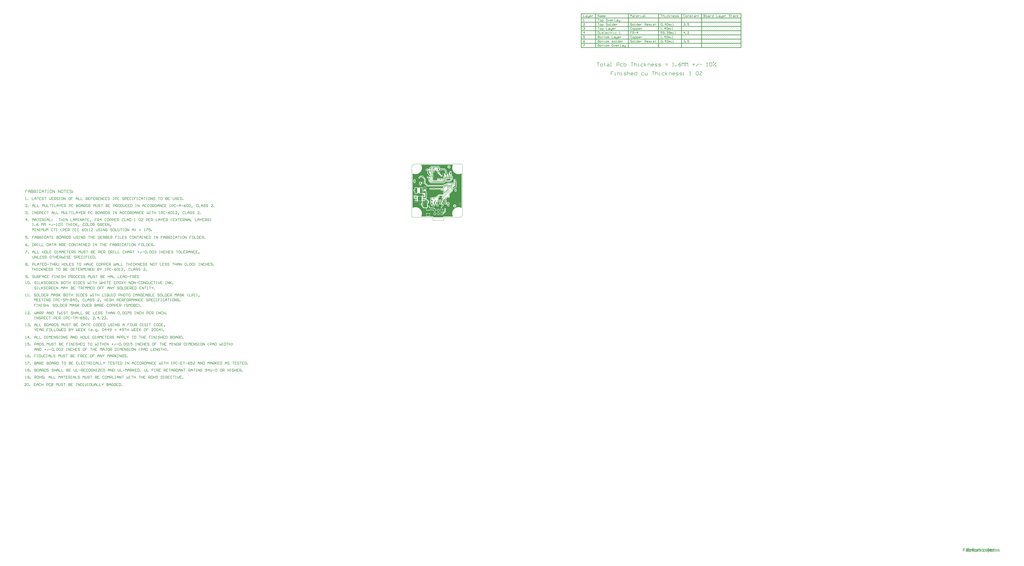
<source format=gbl>
G04 Layer_Physical_Order=2*
G04 Layer_Color=16711680*
%FSLAX25Y25*%
%MOIN*%
G70*
G01*
G75*
%ADD12R,0.03740X0.03937*%
%ADD17R,0.03937X0.03740*%
%ADD19C,0.03937*%
%ADD22R,0.02165X0.03150*%
%ADD23C,0.04000*%
%ADD24C,0.01000*%
%ADD25C,0.03000*%
%ADD26C,0.02000*%
%ADD27C,0.02500*%
%ADD28C,0.01500*%
%ADD29C,0.00800*%
%ADD30C,0.00100*%
%ADD31C,0.00500*%
%ADD32C,0.00400*%
%ADD33R,0.05354X0.05354*%
%ADD34C,0.05354*%
%ADD35C,0.02400*%
%ADD36C,0.02000*%
%ADD37C,0.03200*%
%ADD38C,0.03150*%
%ADD39R,0.02441X0.02441*%
%ADD40R,0.05709X0.02756*%
%ADD41O,0.05709X0.02756*%
%ADD42R,0.10827X0.12205*%
%ADD43O,0.01575X0.05315*%
%ADD44R,0.01575X0.05315*%
%ADD45R,0.03150X0.02362*%
%ADD46C,0.03500*%
%ADD47R,0.02362X0.03150*%
%ADD48R,0.08583X0.06378*%
%ADD49R,0.05118X0.05512*%
%ADD50R,0.05905X0.15748*%
G36*
X116786Y148856D02*
X116181Y147631D01*
X115423Y145396D01*
X114962Y143081D01*
X114808Y140726D01*
X114962Y138370D01*
X115423Y136055D01*
X116181Y133820D01*
X117225Y131704D01*
X118536Y129741D01*
X120093Y127967D01*
X121867Y126410D01*
X123830Y125099D01*
X125947Y124055D01*
X128182Y123296D01*
X130497Y122836D01*
X132852Y122682D01*
X135207Y122836D01*
X137522Y123296D01*
X139757Y124055D01*
X140982Y124659D01*
X141407Y124395D01*
Y27164D01*
X140982Y26900D01*
X139745Y27510D01*
X137514Y28267D01*
X135204Y28727D01*
X132854Y28881D01*
X130503Y28727D01*
X128193Y28267D01*
X125962Y27510D01*
X123849Y26468D01*
X121891Y25159D01*
X120120Y23606D01*
X118567Y21835D01*
X117258Y19877D01*
X116216Y17764D01*
X115459Y15533D01*
X114999Y13223D01*
X114845Y10872D01*
X114999Y8522D01*
X115459Y6211D01*
X116216Y3981D01*
X116839Y2719D01*
X116574Y2294D01*
X91142Y2294D01*
X90264Y2120D01*
X89520Y1622D01*
X89022Y878D01*
X88848Y0D01*
Y-0D01*
X61940Y-0D01*
X61765Y878D01*
X61268Y1622D01*
X60524Y2120D01*
X59646Y2294D01*
X27147D01*
X26883Y2719D01*
X27476Y3922D01*
X28234Y6155D01*
X28694Y8468D01*
X28849Y10821D01*
X28694Y13174D01*
X28234Y15487D01*
X27476Y17720D01*
X26433Y19835D01*
X25123Y21795D01*
X23568Y23568D01*
X21795Y25123D01*
X19835Y26433D01*
X17720Y27476D01*
X15487Y28234D01*
X13174Y28694D01*
X10821Y28849D01*
X8468Y28694D01*
X6155Y28234D01*
X3922Y27476D01*
X2719Y26883D01*
X2294Y27147D01*
Y124405D01*
X2719Y124669D01*
X3921Y124076D01*
X6156Y123317D01*
X8471Y122857D01*
X10827Y122703D01*
X13182Y122857D01*
X15497Y123317D01*
X17732Y124076D01*
X19850Y125120D01*
X21812Y126432D01*
X23587Y127988D01*
X25143Y129763D01*
X26455Y131725D01*
X27499Y133842D01*
X28257Y136077D01*
X28718Y138393D01*
X28872Y140748D01*
X28718Y143103D01*
X28257Y145419D01*
X27499Y147654D01*
X26906Y148856D01*
X27170Y149281D01*
X116522D01*
X116786Y148856D01*
D02*
G37*
G36*
X1582116Y-943907D02*
X1582131Y-943893D01*
X1582146Y-943863D01*
X1582190Y-943819D01*
X1582248Y-943761D01*
X1582321Y-943688D01*
X1582409Y-943614D01*
X1582629Y-943439D01*
X1582892Y-943263D01*
X1583229Y-943117D01*
X1583405Y-943058D01*
X1583595Y-943014D01*
X1583800Y-942985D01*
X1584005Y-942970D01*
X1584122D01*
X1584239Y-942985D01*
X1584400Y-943000D01*
X1584591Y-943029D01*
X1584795Y-943087D01*
X1585001Y-943146D01*
X1585220Y-943234D01*
X1585249Y-943248D01*
X1585300Y-943269D01*
X1585409Y-943219D01*
X1585790Y-943087D01*
X1586214Y-943000D01*
X1586448Y-942985D01*
X1586683Y-942970D01*
X1586814D01*
X1586917Y-942985D01*
X1587049Y-943000D01*
X1587181Y-943014D01*
X1587341Y-943044D01*
X1587517Y-943087D01*
X1587883Y-943205D01*
X1588074Y-943278D01*
X1588278Y-943366D01*
X1588412Y-943447D01*
Y-943131D01*
X1589480D01*
Y-944171D01*
X1589495Y-944156D01*
X1589554Y-944068D01*
X1589627Y-943937D01*
X1589715Y-943790D01*
X1589832Y-943629D01*
X1589963Y-943468D01*
X1590081Y-943322D01*
X1590212Y-943219D01*
X1590227Y-943205D01*
X1590271Y-943175D01*
X1590344Y-943146D01*
X1590447Y-943087D01*
X1590549Y-943044D01*
X1590681Y-943014D01*
X1590827Y-942985D01*
X1590974Y-942970D01*
X1591076D01*
X1591193Y-942985D01*
X1591354Y-943014D01*
X1591529Y-943072D01*
Y-941418D01*
X1592714Y-940701D01*
Y-943131D01*
X1594077D01*
Y-950100D01*
X1593973D01*
X1593886Y-950115D01*
X1593754Y-950129D01*
X1593622Y-950159D01*
X1593476Y-950173D01*
X1593168Y-950188D01*
X1593066D01*
X1592949Y-950173D01*
X1592802Y-950159D01*
X1592641Y-950144D01*
X1592465Y-950100D01*
X1592305Y-950056D01*
X1592158Y-949998D01*
X1592143Y-949983D01*
X1592099Y-949954D01*
X1592041Y-949910D01*
X1591968Y-949851D01*
X1591880Y-949778D01*
X1591807Y-949690D01*
X1591719Y-949588D01*
X1591660Y-949471D01*
Y-949456D01*
X1591646Y-949397D01*
X1591616Y-949309D01*
X1591602Y-949163D01*
X1591572Y-948973D01*
X1591558Y-948870D01*
X1591543Y-948738D01*
Y-948592D01*
X1591529Y-948431D01*
Y-948255D01*
Y-948065D01*
Y-944329D01*
X1591501Y-944317D01*
X1591369Y-944273D01*
X1591222Y-944229D01*
X1591061Y-944200D01*
X1590900Y-944185D01*
X1590842D01*
X1590769Y-944200D01*
X1590666Y-944215D01*
X1590564Y-944244D01*
X1590447Y-944288D01*
X1590329Y-944347D01*
X1590212Y-944420D01*
X1590198Y-944434D01*
X1590168Y-944464D01*
X1590110Y-944522D01*
X1590051Y-944595D01*
X1589978Y-944683D01*
X1589905Y-944800D01*
X1589846Y-944932D01*
X1589788Y-945078D01*
X1589773Y-945108D01*
X1589758Y-945181D01*
X1589746Y-945238D01*
X1589801Y-945415D01*
X1589860Y-945664D01*
X1589904Y-945942D01*
X1589933Y-946220D01*
X1589947Y-946528D01*
Y-946542D01*
Y-946586D01*
Y-946660D01*
Y-946747D01*
X1589933Y-946865D01*
Y-946996D01*
X1589918Y-947143D01*
X1589904Y-947304D01*
X1589845Y-947641D01*
X1589772Y-947992D01*
X1589669Y-948343D01*
X1589597Y-948511D01*
Y-950100D01*
X1588412D01*
Y-949799D01*
X1588352Y-949837D01*
X1588337D01*
X1588322Y-949851D01*
X1588278Y-949880D01*
X1588220Y-949895D01*
X1588059Y-949968D01*
X1587854Y-950041D01*
X1587605Y-950129D01*
X1587327Y-950188D01*
X1587019Y-950246D01*
X1586683Y-950261D01*
X1586536D01*
X1586434Y-950246D01*
X1586317Y-950232D01*
X1586170Y-950217D01*
X1586009Y-950188D01*
X1585834Y-950144D01*
X1585468Y-950027D01*
X1585263Y-949954D01*
X1585207Y-949928D01*
X1585161Y-949954D01*
X1584810Y-950115D01*
X1584605Y-950173D01*
X1584400Y-950217D01*
X1584181Y-950246D01*
X1583946Y-950261D01*
X1583829D01*
X1583741Y-950246D01*
X1583639Y-950232D01*
X1583522Y-950202D01*
X1583244Y-950129D01*
X1583097Y-950085D01*
X1582936Y-950012D01*
X1582775Y-949924D01*
X1582614Y-949822D01*
X1582468Y-949705D01*
X1582307Y-949573D01*
X1582160Y-949412D01*
X1582029Y-949236D01*
Y-950100D01*
X1580931D01*
Y-949682D01*
X1580827Y-949734D01*
X1580636Y-949807D01*
X1580431Y-949880D01*
X1580212Y-949954D01*
X1580183D01*
X1580095Y-949983D01*
X1579963Y-949998D01*
X1579787Y-950027D01*
X1579553Y-950056D01*
X1579478Y-950060D01*
X1579496Y-950100D01*
X1576539D01*
X1576377Y-950144D01*
X1576173Y-950188D01*
X1575953Y-950217D01*
X1575719Y-950246D01*
X1575455Y-950261D01*
X1575353D01*
X1575265Y-950246D01*
X1575177D01*
X1575060Y-950232D01*
X1574811Y-950188D01*
X1574518Y-950129D01*
X1574240Y-950027D01*
X1573947Y-949895D01*
X1573698Y-949705D01*
X1573669Y-949675D01*
X1573596Y-949602D01*
X1573508Y-949485D01*
X1573391Y-949309D01*
X1573274Y-949104D01*
X1573186Y-948870D01*
X1573113Y-948577D01*
X1573083Y-948270D01*
Y-948241D01*
Y-948182D01*
X1573098Y-948080D01*
X1573113Y-947963D01*
X1573142Y-947816D01*
X1573171Y-947655D01*
X1573230Y-947494D01*
X1573303Y-947333D01*
X1573318Y-947318D01*
X1573347Y-947260D01*
X1573391Y-947187D01*
X1573464Y-947084D01*
X1573552Y-946982D01*
X1573669Y-946865D01*
X1573786Y-946762D01*
X1573918Y-946660D01*
X1573933Y-946645D01*
X1573991Y-946616D01*
X1574064Y-946572D01*
X1574167Y-946513D01*
X1574299Y-946440D01*
X1574430Y-946381D01*
X1574591Y-946323D01*
X1574767Y-946264D01*
X1574782D01*
X1574840Y-946250D01*
X1574914Y-946235D01*
X1575000Y-946213D01*
Y-944275D01*
X1574972Y-944303D01*
X1574899Y-944376D01*
X1574811Y-944478D01*
X1574709Y-944625D01*
X1574621Y-944800D01*
X1574518Y-945020D01*
X1574445Y-945269D01*
X1573289Y-945108D01*
Y-945093D01*
X1573303Y-945078D01*
X1573318Y-944991D01*
X1573362Y-944859D01*
X1573406Y-944683D01*
X1573479Y-944493D01*
X1573567Y-944303D01*
X1573669Y-944098D01*
X1573801Y-943922D01*
X1573816Y-943907D01*
X1573874Y-943849D01*
X1573947Y-943761D01*
X1574064Y-943658D01*
X1574211Y-943556D01*
X1574401Y-943439D01*
X1574606Y-943322D01*
X1574840Y-943219D01*
X1574855D01*
X1574870Y-943205D01*
X1574914Y-943190D01*
X1574957Y-943175D01*
X1575000Y-943167D01*
Y-940481D01*
X1578777D01*
X1578880Y-940496D01*
X1578982D01*
X1579231Y-940511D01*
X1579509Y-940555D01*
X1579802Y-940599D01*
X1580095Y-940672D01*
X1580358Y-940774D01*
X1580373D01*
X1580387Y-940789D01*
X1580475Y-940833D01*
X1580593Y-940906D01*
X1580739Y-940994D01*
X1580915Y-941126D01*
X1580931Y-941140D01*
Y-940481D01*
X1582116D01*
Y-943907D01*
D02*
G37*
G36*
X1614983Y-941828D02*
X1613797D01*
Y-940481D01*
X1614983D01*
Y-941828D01*
D02*
G37*
G36*
X1594077D02*
X1592891D01*
Y-940481D01*
X1594077D01*
Y-941828D01*
D02*
G37*
G36*
X1611440Y-943131D02*
X1612626D01*
Y-943184D01*
X1612669Y-943161D01*
X1612874Y-943087D01*
X1613093Y-943029D01*
X1613313Y-942985D01*
X1613562Y-942970D01*
X1613664D01*
X1613737Y-942985D01*
X1613825D01*
X1613928Y-943000D01*
X1614147Y-943044D01*
X1614411Y-943117D01*
X1614449Y-943131D01*
X1614983D01*
Y-943414D01*
X1615158Y-943556D01*
X1615187Y-943585D01*
X1615245Y-943658D01*
X1615333Y-943805D01*
X1615450Y-943995D01*
X1615553Y-944244D01*
X1615641Y-944537D01*
X1615699Y-944903D01*
X1615729Y-945108D01*
Y-945327D01*
Y-950100D01*
X1613797D01*
Y-944079D01*
X1613708Y-944054D01*
X1613576Y-944024D01*
X1613445Y-944010D01*
X1613298Y-943995D01*
X1613181D01*
X1613035Y-944024D01*
X1612874Y-944054D01*
X1612683Y-944112D01*
X1612478Y-944200D01*
X1612259Y-944332D01*
X1612069Y-944493D01*
X1612054Y-944522D01*
X1611995Y-944581D01*
X1611922Y-944698D01*
X1611834Y-944874D01*
X1611732Y-945093D01*
X1611659Y-945357D01*
X1611600Y-945679D01*
X1611585Y-946059D01*
Y-948923D01*
X1611601Y-948943D01*
X1611689Y-949017D01*
X1611719Y-949031D01*
X1611792Y-949046D01*
X1611923Y-949075D01*
X1612099Y-949090D01*
X1612246D01*
X1612319Y-949075D01*
X1612407D01*
X1612626Y-949046D01*
X1612787Y-950085D01*
X1612758D01*
X1612699Y-950100D01*
X1612612Y-950115D01*
X1612480Y-950129D01*
X1612348Y-950159D01*
X1612202Y-950173D01*
X1611894Y-950188D01*
X1611792D01*
X1611675Y-950173D01*
X1611528Y-950159D01*
X1611367Y-950144D01*
X1611191Y-950100D01*
X1610399D01*
Y-949497D01*
X1610386Y-949471D01*
Y-949456D01*
X1610372Y-949397D01*
X1610342Y-949309D01*
X1610328Y-949163D01*
X1610298Y-948973D01*
X1610284Y-948870D01*
X1610269Y-948738D01*
Y-948592D01*
X1610254Y-948431D01*
Y-948255D01*
Y-948065D01*
Y-944669D01*
X1610209Y-944551D01*
X1610107Y-944390D01*
X1610092Y-944376D01*
X1610048Y-944332D01*
X1609990Y-944259D01*
X1609887Y-944185D01*
X1609755Y-944127D01*
X1609594Y-944054D01*
X1609376D01*
Y-944008D01*
X1609170Y-943995D01*
X1609082D01*
X1608994Y-944010D01*
X1608862Y-944024D01*
X1608731Y-944054D01*
X1608570Y-944112D01*
X1608409Y-944171D01*
X1608247Y-944259D01*
X1608233Y-944273D01*
X1608174Y-944303D01*
X1608120Y-944357D01*
X1608161Y-944522D01*
Y-944537D01*
X1608176Y-944581D01*
X1608190Y-944654D01*
X1608205Y-944771D01*
Y-944917D01*
X1608220Y-945108D01*
X1608234Y-945327D01*
Y-945605D01*
Y-947187D01*
Y-947201D01*
Y-947260D01*
Y-947348D01*
Y-947450D01*
Y-947582D01*
Y-947728D01*
X1608249Y-948065D01*
Y-948431D01*
X1608263Y-948768D01*
X1608278Y-948929D01*
Y-949061D01*
X1608293Y-949178D01*
X1608307Y-949280D01*
Y-949295D01*
X1608322Y-949353D01*
X1608337Y-949441D01*
X1608366Y-949544D01*
X1608410Y-949661D01*
X1608468Y-949807D01*
X1608600Y-950100D01*
X1606256D01*
Y-949839D01*
X1606097Y-949924D01*
X1605862Y-950027D01*
X1605833Y-950041D01*
X1605760Y-950056D01*
X1605643Y-950100D01*
X1605482Y-950144D01*
X1605277Y-950188D01*
X1605057Y-950217D01*
X1604823Y-950246D01*
X1604560Y-950261D01*
X1604457D01*
X1604369Y-950246D01*
X1604281D01*
X1604164Y-950232D01*
X1603915Y-950188D01*
X1603623Y-950129D01*
X1603344Y-950027D01*
X1603102Y-949918D01*
X1602992Y-949968D01*
X1602787Y-950041D01*
X1602538Y-950129D01*
X1602260Y-950188D01*
X1601952Y-950246D01*
X1601616Y-950261D01*
X1601469D01*
X1601367Y-950246D01*
X1601250Y-950232D01*
X1601103Y-950217D01*
X1600942Y-950188D01*
X1600766Y-950144D01*
X1600400Y-950027D01*
X1600195Y-949954D01*
X1600096Y-949908D01*
X1600065Y-949924D01*
X1599787Y-950041D01*
X1599450Y-950159D01*
X1599084Y-950232D01*
X1598879Y-950246D01*
X1598674Y-950261D01*
X1598542D01*
X1598440Y-950246D01*
X1598323Y-950232D01*
X1598176Y-950217D01*
X1598030Y-950188D01*
X1597854Y-950144D01*
X1597701Y-950101D01*
X1597619Y-950115D01*
X1597487Y-950129D01*
X1597355Y-950159D01*
X1597209Y-950173D01*
X1596901Y-950188D01*
X1596799D01*
X1596682Y-950173D01*
X1596535Y-950159D01*
X1596374Y-950144D01*
X1596199Y-950100D01*
X1596038Y-950056D01*
X1595891Y-949998D01*
X1595877Y-949983D01*
X1595833Y-949954D01*
X1595774Y-949910D01*
X1595701Y-949851D01*
X1595613Y-949778D01*
X1595540Y-949690D01*
X1595452Y-949588D01*
X1595393Y-949471D01*
Y-949456D01*
X1595379Y-949397D01*
X1595350Y-949309D01*
X1595335Y-949163D01*
X1595306Y-948973D01*
X1595291Y-948870D01*
X1595276Y-948738D01*
Y-948592D01*
X1595262Y-948431D01*
Y-948255D01*
Y-948065D01*
Y-944054D01*
X1594383D01*
Y-943131D01*
X1595262D01*
Y-941418D01*
X1596448Y-940701D01*
Y-943131D01*
X1597633D01*
Y-943139D01*
X1597752Y-943102D01*
X1598045Y-943029D01*
X1598352Y-942985D01*
X1598674Y-942970D01*
X1598791D01*
X1598865Y-942985D01*
X1598967D01*
X1599069Y-943000D01*
X1599333Y-943044D01*
X1599626Y-943117D01*
X1599948Y-943219D01*
X1600138Y-943310D01*
X1600181Y-943292D01*
X1600342Y-943219D01*
X1600723Y-943087D01*
X1601147Y-943000D01*
X1601381Y-942985D01*
X1601616Y-942970D01*
X1601747D01*
X1601850Y-942985D01*
X1601982Y-943000D01*
X1602113Y-943014D01*
X1602274Y-943044D01*
X1602450Y-943087D01*
X1602816Y-943205D01*
X1603006Y-943278D01*
X1603211Y-943366D01*
X1603402Y-943483D01*
X1603417Y-943493D01*
X1603505Y-943439D01*
X1603710Y-943322D01*
X1603945Y-943219D01*
X1603959D01*
X1603974Y-943205D01*
X1604018Y-943190D01*
X1604062Y-943175D01*
X1604208Y-943146D01*
X1604399Y-943087D01*
X1604633Y-943044D01*
X1604896Y-943014D01*
X1605204Y-942985D01*
X1605526Y-942970D01*
X1605672D01*
X1605833Y-942985D01*
X1606038Y-943000D01*
X1606272Y-943029D01*
X1606521Y-943058D01*
X1606755Y-943117D01*
X1606799Y-943131D01*
X1607310D01*
Y-943352D01*
X1607414Y-943410D01*
X1607561Y-943497D01*
X1607678Y-943600D01*
X1607717Y-943639D01*
X1607808Y-943556D01*
X1607984Y-943410D01*
X1608174Y-943292D01*
X1608204Y-943278D01*
X1608277Y-943248D01*
X1608394Y-943190D01*
X1608540Y-943131D01*
X1608731Y-943073D01*
X1608936Y-943014D01*
X1609184Y-942985D01*
X1609433Y-942970D01*
X1609565D01*
X1609711Y-942985D01*
X1609887Y-943014D01*
X1610077Y-943044D01*
X1610254Y-943091D01*
Y-941418D01*
X1611440Y-940701D01*
Y-943131D01*
D02*
G37*
G36*
X1622551Y-944939D02*
X1622567Y-944976D01*
X1622640Y-945181D01*
X1622713Y-945415D01*
X1622772Y-945664D01*
X1622816Y-945942D01*
X1622845Y-946220D01*
X1622860Y-946528D01*
Y-946542D01*
Y-946586D01*
Y-946660D01*
Y-946747D01*
X1622845Y-946865D01*
Y-946996D01*
X1622830Y-947143D01*
X1622816Y-947304D01*
X1622757Y-947641D01*
X1622684Y-947992D01*
X1622581Y-948343D01*
X1622551Y-948415D01*
Y-948973D01*
X1624236D01*
Y-943131D01*
X1625304D01*
Y-944127D01*
X1625319Y-944112D01*
X1625334Y-944083D01*
X1625378Y-944024D01*
X1625451Y-943951D01*
X1625524Y-943863D01*
X1625627Y-943761D01*
X1625729Y-943658D01*
X1625861Y-943541D01*
X1626022Y-943439D01*
X1626183Y-943336D01*
X1626358Y-943234D01*
X1626563Y-943146D01*
X1626768Y-943073D01*
X1627003Y-943014D01*
X1627251Y-942985D01*
X1627515Y-942970D01*
X1627617D01*
X1627749Y-942985D01*
X1627896Y-943000D01*
X1628071Y-943029D01*
X1628276Y-943073D01*
X1628467Y-943131D01*
X1628672Y-943205D01*
X1628701Y-943219D01*
X1628759Y-943248D01*
X1628847Y-943292D01*
X1628964Y-943366D01*
X1629096Y-943453D01*
X1629228Y-943556D01*
X1629292Y-943613D01*
X1629373Y-943556D01*
X1629563Y-943439D01*
X1629768Y-943322D01*
X1630003Y-943219D01*
X1630017D01*
X1630032Y-943205D01*
X1630076Y-943190D01*
X1630120Y-943175D01*
X1630266Y-943146D01*
X1630456Y-943087D01*
X1630691Y-943044D01*
X1630954Y-943014D01*
X1631261Y-942985D01*
X1631584Y-942970D01*
X1631730D01*
X1631891Y-942985D01*
X1632096Y-943000D01*
X1632330Y-943029D01*
X1632579Y-943058D01*
X1632813Y-943117D01*
X1633033Y-943190D01*
X1633062Y-943205D01*
X1633121Y-943219D01*
X1633223Y-943278D01*
X1633340Y-943336D01*
X1633472Y-943410D01*
X1633619Y-943497D01*
X1633736Y-943600D01*
X1633853Y-943717D01*
X1633867Y-943732D01*
X1633897Y-943775D01*
X1633941Y-943834D01*
X1633999Y-943937D01*
X1634058Y-944054D01*
X1634116Y-944185D01*
X1634175Y-944347D01*
X1634219Y-944522D01*
Y-944537D01*
X1634233Y-944581D01*
X1634248Y-944654D01*
X1634263Y-944771D01*
Y-944917D01*
X1634277Y-945108D01*
X1634292Y-945327D01*
Y-945605D01*
Y-947187D01*
Y-947201D01*
Y-947260D01*
Y-947348D01*
Y-947450D01*
Y-947582D01*
Y-947728D01*
X1634307Y-948065D01*
Y-948431D01*
X1634321Y-948768D01*
X1634336Y-948929D01*
Y-949061D01*
X1634351Y-949178D01*
X1634365Y-949280D01*
Y-949295D01*
X1634380Y-949353D01*
X1634394Y-949441D01*
X1634424Y-949544D01*
X1634468Y-949661D01*
X1634526Y-949807D01*
X1634658Y-950100D01*
X1633428D01*
X1633414Y-950085D01*
X1633399Y-950041D01*
X1633370Y-949954D01*
X1633326Y-949851D01*
X1633282Y-949719D01*
X1633253Y-949573D01*
X1633223Y-949412D01*
X1633194Y-949222D01*
X1633165Y-949251D01*
X1633077Y-949309D01*
X1632960Y-949412D01*
X1632784Y-949529D01*
X1632594Y-949675D01*
X1632374Y-949807D01*
X1632155Y-949924D01*
X1631920Y-950027D01*
X1631891Y-950041D01*
X1631818Y-950056D01*
X1631701Y-950100D01*
X1631540Y-950144D01*
X1631335Y-950188D01*
X1631115Y-950217D01*
X1630881Y-950246D01*
X1630617Y-950261D01*
X1630515D01*
X1630427Y-950246D01*
X1630339D01*
X1630222Y-950232D01*
X1629973Y-950188D01*
X1629680Y-950129D01*
X1629601Y-950100D01*
X1628716D01*
Y-949545D01*
X1628670Y-949485D01*
X1628553Y-949309D01*
X1628436Y-949104D01*
X1628348Y-948870D01*
X1628275Y-948577D01*
X1628246Y-948270D01*
Y-948241D01*
Y-948182D01*
X1628260Y-948080D01*
X1628275Y-947963D01*
X1628304Y-947816D01*
X1628333Y-947655D01*
X1628392Y-947494D01*
X1628465Y-947333D01*
X1628480Y-947318D01*
X1628509Y-947260D01*
X1628553Y-947187D01*
X1628626Y-947084D01*
X1628714Y-946982D01*
X1628716Y-946980D01*
Y-945869D01*
Y-945854D01*
Y-945840D01*
Y-945752D01*
Y-945620D01*
X1628701Y-945459D01*
X1628686Y-945298D01*
X1628662Y-945137D01*
X1628451Y-945108D01*
Y-945093D01*
X1628465Y-945078D01*
X1628480Y-944991D01*
X1628524Y-944859D01*
X1628550Y-944756D01*
X1628540Y-944742D01*
X1628511Y-944669D01*
X1628467Y-944595D01*
X1628393Y-944493D01*
X1628306Y-944405D01*
X1628203Y-944303D01*
X1628086Y-944215D01*
X1628071Y-944200D01*
X1628027Y-944185D01*
X1627954Y-944141D01*
X1627852Y-944098D01*
X1627735Y-944068D01*
X1627588Y-944024D01*
X1627442Y-944010D01*
X1627266Y-943995D01*
X1627134D01*
X1627003Y-944024D01*
X1626812Y-944054D01*
X1626607Y-944112D01*
X1626402Y-944200D01*
X1626168Y-944317D01*
X1625963Y-944478D01*
X1625934Y-944508D01*
X1625875Y-944581D01*
X1625788Y-944698D01*
X1625744Y-944786D01*
X1625700Y-944888D01*
X1625641Y-945005D01*
X1625597Y-945137D01*
X1625553Y-945283D01*
X1625509Y-945444D01*
X1625465Y-945635D01*
X1625451Y-945840D01*
X1625422Y-946059D01*
Y-946294D01*
Y-948973D01*
X1627279D01*
Y-950100D01*
X1621277D01*
Y-949828D01*
X1621264Y-949837D01*
X1621249D01*
X1621235Y-949851D01*
X1621191Y-949880D01*
X1621132Y-949895D01*
X1620971Y-949968D01*
X1620766Y-950041D01*
X1620517Y-950129D01*
X1620239Y-950188D01*
X1619931Y-950246D01*
X1619595Y-950261D01*
X1619448D01*
X1619346Y-950246D01*
X1619229Y-950232D01*
X1619082Y-950217D01*
X1618921Y-950188D01*
X1618746Y-950144D01*
X1618380Y-950027D01*
X1618175Y-949954D01*
X1617984Y-949866D01*
X1617779Y-949763D01*
X1617589Y-949632D01*
X1617399Y-949485D01*
X1617223Y-949324D01*
X1617208Y-949309D01*
X1617179Y-949280D01*
X1617135Y-949222D01*
X1617091Y-949148D01*
X1617018Y-949046D01*
X1616945Y-948929D01*
X1616857Y-948797D01*
X1616784Y-948636D01*
X1616696Y-948446D01*
X1616608Y-948255D01*
X1616535Y-948021D01*
X1616476Y-947787D01*
X1616418Y-947523D01*
X1616374Y-947245D01*
X1616345Y-946938D01*
X1616330Y-946616D01*
Y-946586D01*
Y-946528D01*
X1616345Y-946425D01*
Y-946294D01*
X1616359Y-946133D01*
X1616389Y-945957D01*
X1616418Y-945752D01*
X1616462Y-945532D01*
X1616520Y-945298D01*
X1616594Y-945064D01*
X1616681Y-944830D01*
X1616784Y-944595D01*
X1616901Y-944361D01*
X1617047Y-944141D01*
X1617208Y-943937D01*
X1617399Y-943746D01*
X1617413Y-943732D01*
X1617443Y-943717D01*
X1617487Y-943673D01*
X1617560Y-943629D01*
X1617648Y-943571D01*
X1617750Y-943497D01*
X1617867Y-943424D01*
X1618014Y-943351D01*
X1618160Y-943292D01*
X1618321Y-943219D01*
X1618702Y-943087D01*
X1619126Y-943000D01*
X1619361Y-942985D01*
X1619595Y-942970D01*
X1619727D01*
X1619829Y-942985D01*
X1619961Y-943000D01*
X1620093Y-943014D01*
X1620254Y-943044D01*
X1620429Y-943087D01*
X1620795Y-943205D01*
X1620986Y-943278D01*
X1621191Y-943366D01*
X1621277Y-943419D01*
Y-940481D01*
X1622551D01*
Y-944939D01*
D02*
G37*
G36*
X1666370Y-942985D02*
X1666560Y-943000D01*
X1666794Y-943029D01*
X1667028Y-943073D01*
X1667277Y-943131D01*
X1667512Y-943219D01*
X1667526D01*
X1667541Y-943234D01*
X1667614Y-943263D01*
X1667731Y-943322D01*
X1667863Y-943380D01*
X1668009Y-943483D01*
X1668170Y-943585D01*
X1668317Y-943717D01*
X1668434Y-943863D01*
X1668448Y-943878D01*
X1668478Y-943937D01*
X1668536Y-944024D01*
X1668609Y-944141D01*
X1668668Y-944288D01*
X1668741Y-944478D01*
X1668800Y-944683D01*
X1668858Y-944917D01*
X1667702Y-945078D01*
Y-945049D01*
X1667687Y-944991D01*
X1667658Y-944888D01*
X1667614Y-944771D01*
X1667555Y-944639D01*
X1667468Y-944508D01*
X1667365Y-944361D01*
X1667233Y-944244D01*
X1667219Y-944229D01*
X1667160Y-944200D01*
X1667072Y-944141D01*
X1666955Y-944083D01*
X1666809Y-944039D01*
X1666619Y-943981D01*
X1666413Y-943951D01*
X1666165Y-943937D01*
X1666033D01*
X1665886Y-943951D01*
X1665711Y-943966D01*
X1665520Y-944010D01*
X1665330Y-944054D01*
X1665140Y-944127D01*
X1664993Y-944215D01*
X1664979Y-944229D01*
X1664935Y-944259D01*
X1664891Y-944317D01*
X1664832Y-944390D01*
X1664759Y-944478D01*
X1664715Y-944595D01*
X1664671Y-944713D01*
X1664657Y-944844D01*
Y-944859D01*
Y-944888D01*
X1664671Y-944932D01*
Y-944991D01*
X1664715Y-945122D01*
X1664788Y-945269D01*
X1664803Y-945283D01*
X1664818Y-945298D01*
X1664906Y-945371D01*
X1664964Y-945430D01*
X1665037Y-945474D01*
X1665140Y-945532D01*
X1665242Y-945576D01*
X1665257D01*
X1665286Y-945591D01*
X1665345Y-945605D01*
X1665447Y-945635D01*
X1665579Y-945679D01*
X1665769Y-945737D01*
X1666004Y-945796D01*
X1666135Y-945840D01*
X1666296Y-945884D01*
X1666311D01*
X1666355Y-945898D01*
X1666413Y-945913D01*
X1666501Y-945942D01*
X1666604Y-945971D01*
X1666721Y-946001D01*
X1666985Y-946074D01*
X1667277Y-946162D01*
X1667570Y-946264D01*
X1667834Y-946352D01*
X1667951Y-946396D01*
X1668053Y-946440D01*
X1668082Y-946455D01*
X1668141Y-946484D01*
X1668229Y-946528D01*
X1668331Y-946586D01*
X1668463Y-946674D01*
X1668595Y-946791D01*
X1668712Y-946908D01*
X1668829Y-947055D01*
X1668844Y-947069D01*
X1668873Y-947128D01*
X1668917Y-947216D01*
X1668975Y-947333D01*
X1669034Y-947479D01*
X1669078Y-947655D01*
X1669107Y-947845D01*
X1669122Y-948065D01*
Y-948094D01*
Y-948168D01*
X1669107Y-948285D01*
X1669078Y-948416D01*
X1669034Y-948592D01*
X1668975Y-948782D01*
X1668888Y-948973D01*
X1668771Y-949178D01*
X1668756Y-949207D01*
X1668712Y-949265D01*
X1668624Y-949353D01*
X1668507Y-949471D01*
X1668375Y-949602D01*
X1668200Y-949734D01*
X1667995Y-949866D01*
X1667760Y-949983D01*
X1667731Y-949998D01*
X1667643Y-950027D01*
X1667512Y-950071D01*
X1667336Y-950115D01*
X1667116Y-950173D01*
X1666867Y-950217D01*
X1666589Y-950246D01*
X1666296Y-950261D01*
X1666165D01*
X1666077Y-950246D01*
X1665960D01*
X1665828Y-950232D01*
X1665520Y-950188D01*
X1665184Y-950129D01*
X1664847Y-950027D01*
X1664510Y-949895D01*
X1664364Y-949807D01*
X1664218Y-949705D01*
X1664203D01*
X1664188Y-949675D01*
X1664100Y-949602D01*
X1663983Y-949471D01*
X1663837Y-949280D01*
X1663691Y-949046D01*
X1663544Y-948753D01*
X1663412Y-948416D01*
X1663325Y-948021D01*
X1664496Y-947831D01*
Y-947845D01*
Y-947860D01*
X1664510Y-947948D01*
X1664554Y-948080D01*
X1664598Y-948241D01*
X1664671Y-948416D01*
X1664759Y-948592D01*
X1664891Y-948768D01*
X1665037Y-948929D01*
X1665052Y-948943D01*
X1665125Y-948987D01*
X1665228Y-949046D01*
X1665359Y-949104D01*
X1665550Y-949178D01*
X1665755Y-949236D01*
X1666018Y-949280D01*
X1666296Y-949295D01*
X1666428D01*
X1666575Y-949280D01*
X1666750Y-949251D01*
X1666955Y-949222D01*
X1667160Y-949163D01*
X1667351Y-949075D01*
X1667512Y-948973D01*
X1667526Y-948958D01*
X1667570Y-948914D01*
X1667643Y-948841D01*
X1667716Y-948753D01*
X1667775Y-948636D01*
X1667848Y-948490D01*
X1667892Y-948343D01*
X1667907Y-948182D01*
Y-948168D01*
Y-948109D01*
X1667892Y-948050D01*
X1667863Y-947948D01*
X1667819Y-947860D01*
X1667760Y-947743D01*
X1667673Y-947641D01*
X1667555Y-947553D01*
X1667541Y-947538D01*
X1667497Y-947523D01*
X1667424Y-947494D01*
X1667307Y-947435D01*
X1667146Y-947392D01*
X1666941Y-947318D01*
X1666809Y-947274D01*
X1666677Y-947245D01*
X1666516Y-947201D01*
X1666340Y-947157D01*
X1666326D01*
X1666282Y-947143D01*
X1666223Y-947128D01*
X1666135Y-947099D01*
X1666018Y-947069D01*
X1665901Y-947040D01*
X1665623Y-946952D01*
X1665330Y-946865D01*
X1665023Y-946777D01*
X1664745Y-946674D01*
X1664627Y-946630D01*
X1664525Y-946586D01*
X1664510Y-946572D01*
X1664437Y-946542D01*
X1664349Y-946484D01*
X1664247Y-946411D01*
X1664115Y-946323D01*
X1663998Y-946206D01*
X1663866Y-946074D01*
X1663764Y-945928D01*
X1663749Y-945913D01*
X1663720Y-945854D01*
X1663691Y-945767D01*
X1663647Y-945649D01*
X1663588Y-945518D01*
X1663559Y-945357D01*
X1663529Y-945181D01*
X1663515Y-944991D01*
Y-944976D01*
Y-944917D01*
X1663529Y-944815D01*
X1663544Y-944713D01*
X1663559Y-944581D01*
X1663603Y-944434D01*
X1663647Y-944273D01*
X1663720Y-944127D01*
X1663734Y-944112D01*
X1663764Y-944054D01*
X1663808Y-943981D01*
X1663881Y-943893D01*
X1663954Y-943790D01*
X1664057Y-943688D01*
X1664174Y-943571D01*
X1664305Y-943468D01*
X1664320Y-943453D01*
X1664364Y-943439D01*
X1664422Y-943395D01*
X1664510Y-943351D01*
X1664613Y-943292D01*
X1664745Y-943234D01*
X1664891Y-943175D01*
X1665052Y-943117D01*
X1665081D01*
X1665140Y-943087D01*
X1665228Y-943073D01*
X1665359Y-943044D01*
X1665520Y-943014D01*
X1665681Y-943000D01*
X1665872Y-942970D01*
X1666209D01*
X1666370Y-942985D01*
D02*
G37*
G36*
X1643151Y-944185D02*
X1643179Y-944141D01*
X1643340Y-943951D01*
X1643354Y-943937D01*
X1643383Y-943907D01*
X1643427Y-943863D01*
X1643501Y-943790D01*
X1643588Y-943717D01*
X1643706Y-943644D01*
X1643823Y-943556D01*
X1643969Y-943453D01*
X1644130Y-943366D01*
X1644306Y-943278D01*
X1644496Y-943205D01*
X1644716Y-943117D01*
X1644935Y-943058D01*
X1645169Y-943014D01*
X1645418Y-942985D01*
X1645682Y-942970D01*
X1645814D01*
X1645916Y-942985D01*
X1646033Y-943000D01*
X1646180Y-943014D01*
X1646326Y-943044D01*
X1646502Y-943087D01*
X1646786Y-943182D01*
X1647059Y-943087D01*
X1647484Y-943000D01*
X1647718Y-942985D01*
X1647952Y-942970D01*
X1648084D01*
X1648187Y-942985D01*
X1648318Y-943000D01*
X1648450Y-943014D01*
X1648611Y-943044D01*
X1648787Y-943087D01*
X1649153Y-943205D01*
X1649343Y-943278D01*
X1649548Y-943366D01*
X1649739Y-943483D01*
X1649929Y-943614D01*
X1650119Y-943761D01*
X1650294Y-943921D01*
Y-943131D01*
X1651362D01*
Y-944171D01*
X1651377Y-944156D01*
X1651435Y-944068D01*
X1651509Y-943937D01*
X1651596Y-943790D01*
X1651714Y-943629D01*
X1651845Y-943468D01*
X1651920Y-943375D01*
Y-943131D01*
X1652252D01*
X1652328Y-943087D01*
X1652431Y-943044D01*
X1652563Y-943014D01*
X1652709Y-942985D01*
X1652798Y-942976D01*
Y-941418D01*
X1653984Y-940701D01*
Y-943131D01*
X1655170D01*
Y-944054D01*
X1653984D01*
Y-948138D01*
Y-948153D01*
Y-948211D01*
Y-948299D01*
X1653999Y-948402D01*
X1654013Y-948621D01*
X1654028Y-948709D01*
X1654043Y-948782D01*
X1654057Y-948812D01*
X1654087Y-948870D01*
X1654145Y-948943D01*
X1654233Y-949017D01*
X1654262Y-949031D01*
X1654336Y-949046D01*
X1654467Y-949075D01*
X1654643Y-949090D01*
X1654789D01*
X1654863Y-949075D01*
X1654950D01*
X1655170Y-949046D01*
X1655331Y-950085D01*
X1655302D01*
X1655243Y-950100D01*
X1655155Y-950115D01*
X1655024Y-950129D01*
X1654892Y-950159D01*
X1654745Y-950173D01*
X1654438Y-950188D01*
X1654336D01*
X1654218Y-950173D01*
X1654072Y-950159D01*
X1653911Y-950144D01*
X1653735Y-950100D01*
X1653574Y-950056D01*
X1653428Y-949998D01*
X1653413Y-949983D01*
X1653369Y-949954D01*
X1653311Y-949910D01*
X1653238Y-949851D01*
X1653150Y-949778D01*
X1653077Y-949690D01*
X1652989Y-949588D01*
X1652930Y-949471D01*
Y-949456D01*
X1652915Y-949397D01*
X1652886Y-949309D01*
X1652872Y-949163D01*
X1652842Y-948973D01*
X1652828Y-948870D01*
X1652813Y-948738D01*
Y-948592D01*
X1652798Y-948431D01*
Y-948255D01*
Y-948065D01*
Y-944187D01*
X1652782Y-944185D01*
X1652724D01*
X1652651Y-944200D01*
X1652548Y-944215D01*
X1652446Y-944244D01*
X1652328Y-944288D01*
X1652211Y-944347D01*
X1652094Y-944420D01*
X1652080Y-944434D01*
X1652050Y-944464D01*
X1651992Y-944522D01*
X1651933Y-944595D01*
X1651860Y-944683D01*
X1651787Y-944800D01*
X1651728Y-944932D01*
X1651670Y-945078D01*
X1651655Y-945108D01*
X1651640Y-945181D01*
X1651611Y-945313D01*
X1651582Y-945488D01*
X1651538Y-945693D01*
X1651509Y-945928D01*
X1651494Y-946177D01*
X1651479Y-946455D01*
Y-950100D01*
X1650294D01*
Y-949322D01*
X1650134Y-949471D01*
X1649900Y-949661D01*
X1649621Y-949837D01*
X1649607D01*
X1649592Y-949851D01*
X1649548Y-949880D01*
X1649490Y-949895D01*
X1649329Y-949968D01*
X1649124Y-950041D01*
X1648875Y-950129D01*
X1648597Y-950188D01*
X1648289Y-950246D01*
X1647952Y-950261D01*
X1647806D01*
X1647704Y-950246D01*
X1647586Y-950232D01*
X1647440Y-950217D01*
X1647279Y-950188D01*
X1647103Y-950144D01*
X1646899Y-950079D01*
X1646575Y-950173D01*
X1646194Y-950232D01*
X1645755Y-950261D01*
X1645609D01*
X1645506Y-950246D01*
X1645374Y-950232D01*
X1645228Y-950217D01*
X1645067Y-950188D01*
X1644877Y-950144D01*
X1644496Y-950027D01*
X1644291Y-949954D01*
X1644101Y-949866D01*
X1643896Y-949763D01*
X1643706Y-949632D01*
X1643515Y-949485D01*
X1643340Y-949324D01*
X1643325Y-949309D01*
X1643296Y-949280D01*
X1643252Y-949222D01*
X1643208Y-949148D01*
X1643151Y-949080D01*
Y-950100D01*
X1641848D01*
X1640163Y-947580D01*
X1639182Y-950217D01*
Y-950232D01*
X1639167Y-950261D01*
X1639138Y-950320D01*
X1639109Y-950407D01*
X1639079Y-950495D01*
X1639035Y-950598D01*
X1638947Y-950847D01*
X1638830Y-951110D01*
X1638728Y-951359D01*
X1638625Y-951608D01*
X1638567Y-951710D01*
X1638523Y-951798D01*
X1638508Y-951828D01*
X1638464Y-951886D01*
X1638406Y-951989D01*
X1638318Y-952120D01*
X1638201Y-952252D01*
X1638084Y-952398D01*
X1637937Y-952530D01*
X1637791Y-952647D01*
X1637776Y-952662D01*
X1637718Y-952691D01*
X1637630Y-952735D01*
X1637513Y-952779D01*
X1637381Y-952838D01*
X1637205Y-952882D01*
X1637030Y-952911D01*
X1636825Y-952925D01*
X1636766D01*
X1636693Y-952911D01*
X1636605D01*
X1636488Y-952896D01*
X1636356Y-952867D01*
X1636063Y-952779D01*
X1635932Y-951681D01*
X1635946D01*
X1635990Y-951696D01*
X1636063Y-951710D01*
X1636166Y-951740D01*
X1636371Y-951784D01*
X1636605Y-951798D01*
X1636678D01*
X1636737Y-951784D01*
X1636839D01*
X1637044Y-951740D01*
X1637147Y-951710D01*
X1637235Y-951667D01*
X1637249D01*
X1637279Y-951637D01*
X1637322Y-951608D01*
X1637366Y-951564D01*
X1637498Y-951447D01*
X1637630Y-951286D01*
Y-951271D01*
X1637645Y-951242D01*
X1637674Y-951198D01*
X1637718Y-951110D01*
X1637762Y-950993D01*
X1637820Y-950847D01*
X1637893Y-950642D01*
X1637981Y-950407D01*
X1637996Y-950393D01*
X1638011Y-950334D01*
X1638054Y-950246D01*
X1638098Y-950115D01*
X1636797Y-946684D01*
Y-950100D01*
X1635582D01*
Y-943482D01*
X1635449Y-943131D01*
X1635582D01*
Y-940481D01*
X1636870D01*
X1639939Y-945058D01*
X1640646Y-943131D01*
X1641817D01*
X1640686Y-946172D01*
X1641935Y-948036D01*
Y-940481D01*
X1643151D01*
Y-944185D01*
D02*
G37*
G36*
X1571986Y-941609D02*
X1566774D01*
Y-944610D01*
X1571283D01*
Y-945737D01*
X1566774D01*
Y-950100D01*
X1565500D01*
Y-940481D01*
X1571986D01*
Y-941609D01*
D02*
G37*
G36*
X1659416Y-942985D02*
X1659533Y-943000D01*
X1659679Y-943014D01*
X1659826Y-943044D01*
X1660001Y-943087D01*
X1660353Y-943205D01*
X1660543Y-943278D01*
X1660733Y-943380D01*
X1660924Y-943483D01*
X1661114Y-943614D01*
X1661289Y-943761D01*
X1661465Y-943937D01*
X1661480Y-943951D01*
X1661509Y-943981D01*
X1661553Y-944039D01*
X1661612Y-944112D01*
X1661670Y-944215D01*
X1661743Y-944332D01*
X1661831Y-944464D01*
X1661919Y-944625D01*
X1661992Y-944815D01*
X1662080Y-945005D01*
X1662153Y-945225D01*
X1662226Y-945474D01*
X1662270Y-945723D01*
X1662314Y-946001D01*
X1662344Y-946294D01*
X1662358Y-946616D01*
Y-946630D01*
Y-946689D01*
Y-946791D01*
X1662344Y-946923D01*
X1657161D01*
Y-946938D01*
Y-946967D01*
X1657176Y-947040D01*
Y-947113D01*
X1657190Y-947216D01*
X1657205Y-947318D01*
X1657264Y-947582D01*
X1657351Y-947860D01*
X1657454Y-948153D01*
X1657615Y-948446D01*
X1657805Y-948695D01*
X1657834Y-948724D01*
X1657908Y-948782D01*
X1658039Y-948885D01*
X1658200Y-948987D01*
X1658420Y-949104D01*
X1658669Y-949207D01*
X1658947Y-949265D01*
X1659255Y-949295D01*
X1659372D01*
X1659489Y-949280D01*
X1659635Y-949251D01*
X1659811Y-949207D01*
X1660001Y-949148D01*
X1660192Y-949075D01*
X1660367Y-948958D01*
X1660382Y-948943D01*
X1660440Y-948885D01*
X1660528Y-948812D01*
X1660631Y-948680D01*
X1660748Y-948534D01*
X1660865Y-948343D01*
X1660982Y-948109D01*
X1661099Y-947845D01*
X1662314Y-948007D01*
Y-948021D01*
X1662300Y-948050D01*
X1662285Y-948109D01*
X1662256Y-948182D01*
X1662226Y-948270D01*
X1662183Y-948372D01*
X1662065Y-948621D01*
X1661919Y-948885D01*
X1661743Y-949163D01*
X1661509Y-949441D01*
X1661246Y-949675D01*
X1661231D01*
X1661216Y-949705D01*
X1661172Y-949734D01*
X1661099Y-949763D01*
X1661026Y-949807D01*
X1660938Y-949866D01*
X1660836Y-949910D01*
X1660704Y-949968D01*
X1660426Y-950071D01*
X1660074Y-950173D01*
X1659694Y-950232D01*
X1659255Y-950261D01*
X1659108D01*
X1659006Y-950246D01*
X1658874Y-950232D01*
X1658727Y-950217D01*
X1658566Y-950188D01*
X1658376Y-950144D01*
X1657995Y-950027D01*
X1657791Y-949954D01*
X1657600Y-949866D01*
X1657395Y-949763D01*
X1657205Y-949632D01*
X1657015Y-949485D01*
X1656839Y-949324D01*
X1656824Y-949309D01*
X1656795Y-949280D01*
X1656751Y-949222D01*
X1656707Y-949148D01*
X1656634Y-949061D01*
X1656561Y-948943D01*
X1656473Y-948797D01*
X1656400Y-948636D01*
X1656312Y-948460D01*
X1656224Y-948270D01*
X1656151Y-948050D01*
X1656092Y-947816D01*
X1656034Y-947567D01*
X1655990Y-947289D01*
X1655961Y-946996D01*
X1655946Y-946689D01*
Y-946674D01*
Y-946616D01*
Y-946513D01*
X1655961Y-946396D01*
X1655975Y-946250D01*
X1655990Y-946074D01*
X1656019Y-945884D01*
X1656063Y-945679D01*
X1656166Y-945240D01*
X1656239Y-945020D01*
X1656327Y-944786D01*
X1656429Y-944566D01*
X1656546Y-944347D01*
X1656678Y-944141D01*
X1656839Y-943951D01*
X1656854Y-943937D01*
X1656883Y-943907D01*
X1656927Y-943863D01*
X1657000Y-943790D01*
X1657088Y-943717D01*
X1657205Y-943644D01*
X1657322Y-943556D01*
X1657468Y-943453D01*
X1657630Y-943366D01*
X1657805Y-943278D01*
X1657995Y-943205D01*
X1658215Y-943117D01*
X1658435Y-943058D01*
X1658669Y-943014D01*
X1658918Y-942985D01*
X1659181Y-942970D01*
X1659313D01*
X1659416Y-942985D01*
D02*
G37*
%LPC*%
G36*
X79157Y145594D02*
X79075D01*
Y144000D01*
X80177D01*
Y144575D01*
X80099Y144965D01*
X79878Y145296D01*
X79548Y145517D01*
X79157Y145594D01*
D02*
G37*
G36*
X76008Y145798D02*
X73843D01*
X73374Y145705D01*
X73086Y145513D01*
X56218D01*
X55341Y145338D01*
X54596Y144841D01*
X50878Y141122D01*
X50380Y140378D01*
X50206Y139500D01*
X49123Y139500D01*
X48798Y139749D01*
X48172Y140008D01*
X47500Y140097D01*
X46828Y140008D01*
X46202Y139749D01*
X45877Y139500D01*
X45500D01*
Y139123D01*
X45251Y138798D01*
X44991Y138172D01*
X44910Y137550D01*
X44673Y137390D01*
X44424Y137308D01*
X43834Y137702D01*
X43467Y137854D01*
X42699Y138007D01*
X42599D01*
X42500Y138027D01*
X42401Y138007D01*
X42301D01*
X41533Y137854D01*
X41166Y137702D01*
X40514Y137267D01*
X40233Y136986D01*
X39798Y136335D01*
X39646Y135967D01*
X39493Y135199D01*
Y134801D01*
X39646Y134033D01*
X39798Y133666D01*
X40233Y133014D01*
X40514Y132733D01*
X41166Y132298D01*
X41533Y132146D01*
X42301Y131993D01*
X42401D01*
X42500Y131973D01*
X42599Y131993D01*
X42699D01*
X43467Y132146D01*
X43834Y132298D01*
X43974Y132391D01*
X44474Y132124D01*
Y125500D01*
X44577Y124717D01*
X44879Y123987D01*
X45360Y123360D01*
X49282Y119439D01*
X49303Y119110D01*
X49238Y118824D01*
X49196Y118796D01*
X48975Y118465D01*
X48898Y118075D01*
Y117500D01*
X51000D01*
Y115500D01*
X48534D01*
X48398Y115458D01*
X47820Y115845D01*
X47039Y116000D01*
X45000D01*
X44220Y115845D01*
X43558Y115403D01*
X43116Y114741D01*
X42961Y113961D01*
X43116Y113180D01*
X43558Y112519D01*
X44220Y112077D01*
X45000Y111922D01*
X46194D01*
X47127Y110989D01*
X46754Y110503D01*
X46457Y109786D01*
X46355Y109016D01*
X46457Y108246D01*
X46754Y107528D01*
X47227Y106912D01*
X47291Y106862D01*
Y104053D01*
X47447Y103273D01*
X47889Y102611D01*
X52942Y97558D01*
X53604Y97116D01*
X54384Y96961D01*
X90500D01*
X91280Y97116D01*
X91942Y97558D01*
X95345Y100961D01*
X108000D01*
X108780Y101116D01*
X109442Y101558D01*
X115958Y108074D01*
X116400Y108736D01*
X116555Y109516D01*
Y113114D01*
X116542Y113179D01*
Y114984D01*
X116388Y115760D01*
X115949Y116417D01*
X115291Y116856D01*
X114516Y117011D01*
X114382Y116984D01*
X113996Y117301D01*
Y122343D01*
X113841Y123124D01*
X113399Y123785D01*
X113243Y123941D01*
Y126119D01*
X113175Y126459D01*
Y128164D01*
X113072Y128947D01*
X112770Y129677D01*
X112289Y130303D01*
X111663Y130784D01*
X110933Y131086D01*
X110150Y131190D01*
X109367Y131086D01*
X108637Y130784D01*
X108010Y130303D01*
X107529Y129677D01*
X107227Y128947D01*
X107124Y128164D01*
Y126943D01*
X107026Y126864D01*
X106441Y126840D01*
X106111Y127061D01*
X105720Y127138D01*
X104850D01*
Y124150D01*
X103850D01*
Y123150D01*
X100961D01*
Y122475D01*
X100504Y122254D01*
X100210Y122481D01*
X100193Y122502D01*
Y124237D01*
X100100Y124705D01*
X99835Y125102D01*
X99438Y125367D01*
X99393Y125376D01*
Y131901D01*
X99219Y132779D01*
X98721Y133523D01*
X94122Y138122D01*
X93378Y138619D01*
X92500Y138794D01*
X85178D01*
X85150Y138937D01*
X84885Y139334D01*
X84488Y139599D01*
X84020Y139692D01*
X80279D01*
X79811Y139599D01*
X79414Y139334D01*
X79282Y139136D01*
X78718D01*
X78586Y139334D01*
X78189Y139599D01*
X77720Y139692D01*
X77219D01*
Y140406D01*
X79157D01*
X79548Y140483D01*
X79878Y140704D01*
X80099Y141035D01*
X80177Y141425D01*
Y142000D01*
X78075D01*
Y143000D01*
X77231D01*
Y144575D01*
X77138Y145043D01*
X77074Y145138D01*
Y145594D01*
X76992D01*
X76722Y145541D01*
X76476Y145705D01*
X76008Y145798D01*
D02*
G37*
G36*
X105650Y147185D02*
X104593Y147046D01*
X103607Y146638D01*
X102761Y145989D01*
X102112Y145142D01*
X101704Y144157D01*
X101565Y143100D01*
X101704Y142043D01*
X102112Y141058D01*
X102761Y140211D01*
X103607Y139562D01*
X104593Y139154D01*
X105650Y139015D01*
X106707Y139154D01*
X107693Y139562D01*
X108538Y140211D01*
X109188Y141058D01*
X109596Y142043D01*
X109735Y143100D01*
X109596Y144157D01*
X109188Y145142D01*
X108538Y145989D01*
X107693Y146638D01*
X106707Y147046D01*
X105650Y147185D01*
D02*
G37*
G36*
X102850Y127138D02*
X101980D01*
X101590Y127061D01*
X101259Y126840D01*
X101038Y126509D01*
X100961Y126119D01*
Y125150D01*
X102850D01*
Y127138D01*
D02*
G37*
G36*
X125992Y108240D02*
X125771D01*
Y107000D01*
X127012D01*
Y107220D01*
X126934Y107611D01*
X126713Y107941D01*
X126382Y108162D01*
X125992Y108240D01*
D02*
G37*
G36*
X127012Y105000D02*
X125771D01*
Y103760D01*
X125992D01*
X126382Y103838D01*
X126713Y104059D01*
X126934Y104389D01*
X127012Y104780D01*
Y105000D01*
D02*
G37*
G36*
X32520Y100988D02*
X31650D01*
Y99000D01*
X33539D01*
Y99968D01*
X33462Y100359D01*
X33241Y100689D01*
X32910Y100910D01*
X32520Y100988D01*
D02*
G37*
G36*
X7900Y107976D02*
X7117Y107872D01*
X6387Y107570D01*
X5760Y107089D01*
X5280Y106463D01*
X4977Y105733D01*
X4874Y104950D01*
Y101396D01*
X4827Y101283D01*
X4724Y100500D01*
X4827Y99717D01*
X5130Y98987D01*
X5610Y98360D01*
X6237Y97879D01*
X6967Y97577D01*
X7750Y97474D01*
X8533Y97577D01*
X9263Y97879D01*
X9890Y98360D01*
X10040Y98510D01*
X10520Y99137D01*
X10823Y99867D01*
X10926Y100650D01*
Y104950D01*
X10823Y105733D01*
X10520Y106463D01*
X10040Y107089D01*
X9413Y107570D01*
X8683Y107872D01*
X7900Y107976D01*
D02*
G37*
G36*
X33539Y97000D02*
X31650D01*
Y95012D01*
X32520D01*
X32910Y95090D01*
X33241Y95310D01*
X33462Y95641D01*
X33539Y96031D01*
Y97000D01*
D02*
G37*
G36*
X26221Y101192D02*
X22480D01*
X22012Y101099D01*
X21615Y100834D01*
X21350Y100437D01*
X21257Y99968D01*
Y96031D01*
X21350Y95563D01*
X21615Y95166D01*
X21801Y95042D01*
Y93450D01*
X21995Y92475D01*
X22548Y91648D01*
X23375Y91096D01*
X24350Y90901D01*
X25326Y91096D01*
X26153Y91648D01*
X26705Y92475D01*
X26899Y93450D01*
Y95042D01*
X27086Y95166D01*
X27345Y95555D01*
X27679Y95614D01*
X27867Y95597D01*
X28059Y95310D01*
X28389Y95090D01*
X28780Y95012D01*
X29650D01*
Y98000D01*
Y100988D01*
X28780D01*
X28389Y100910D01*
X28059Y100689D01*
X27867Y100403D01*
X27679Y100386D01*
X27345Y100445D01*
X27086Y100834D01*
X26689Y101099D01*
X26221Y101192D01*
D02*
G37*
G36*
X29539Y85597D02*
X23634D01*
X23166Y85504D01*
X22769Y85239D01*
X22503Y84842D01*
X22456Y84605D01*
X22000Y84500D01*
X21926Y84500D01*
X17074D01*
X17000Y84500D01*
X16544Y84605D01*
X16497Y84842D01*
X16231Y85239D01*
X15834Y85504D01*
X15366Y85597D01*
X9461D01*
X8992Y85504D01*
X8596Y85239D01*
X8330Y84842D01*
X8237Y84374D01*
Y79526D01*
X7770D01*
X6987Y79423D01*
X6257Y79120D01*
X5631Y78640D01*
X5150Y78013D01*
X4848Y77283D01*
X4744Y76500D01*
X4848Y75717D01*
X5150Y74987D01*
X5631Y74360D01*
X6257Y73879D01*
X6987Y73577D01*
X7770Y73474D01*
X8237D01*
Y68626D01*
X8330Y68158D01*
X8596Y67761D01*
X8992Y67496D01*
X9461Y67402D01*
X15366D01*
X15834Y67496D01*
X16231Y67761D01*
X16497Y68158D01*
X16544Y68395D01*
X17000Y68500D01*
X17074Y68500D01*
X21926D01*
X22000Y68500D01*
X22456Y68395D01*
X22503Y68158D01*
X22769Y67761D01*
X23166Y67496D01*
X23634Y67402D01*
X29539D01*
X30008Y67496D01*
X30404Y67761D01*
X30670Y68158D01*
X31171Y68115D01*
X31344Y68000D01*
X31442Y65719D01*
X31381Y65628D01*
X31206Y64750D01*
Y63202D01*
X30724Y63002D01*
X30185Y62589D01*
X29772Y62050D01*
X29512Y61423D01*
X29423Y60750D01*
X29496Y60196D01*
X29467Y60057D01*
X28981Y59970D01*
X28971Y59976D01*
X28906Y60073D01*
X28575Y60294D01*
X28185Y60372D01*
X23772D01*
Y53250D01*
Y46128D01*
X28185D01*
X28575Y46206D01*
X28906Y46427D01*
X28971Y46524D01*
X28981Y46530D01*
X29467Y46443D01*
X29496Y46304D01*
X29423Y45750D01*
X29512Y45077D01*
X29534Y45024D01*
X29407Y44919D01*
X29158Y44753D01*
X29102Y44669D01*
X29024Y44605D01*
X28883Y44340D01*
X28716Y44091D01*
X28696Y43992D01*
X28649Y43903D01*
X28619Y43605D01*
X28561Y43311D01*
X28561Y40642D01*
X28561Y40642D01*
X28624Y40325D01*
X28421Y40056D01*
X28041Y39990D01*
X27711Y40211D01*
X27321Y40288D01*
X26450D01*
Y37300D01*
Y34312D01*
X27321D01*
X27711Y34389D01*
X28041Y34611D01*
X28063Y34643D01*
X28130Y34630D01*
X28561Y34312D01*
X28561Y31902D01*
X28639Y31506D01*
X28715Y31122D01*
X28716Y31122D01*
X28716Y31122D01*
X28945Y30779D01*
X29157Y30461D01*
X29158Y30460D01*
X29158Y30460D01*
X29158Y30460D01*
X33039Y26575D01*
X33372Y26353D01*
X33700Y26133D01*
X33700Y26133D01*
X33701Y26133D01*
X34084Y26056D01*
X34480Y25977D01*
X40985Y25971D01*
Y20618D01*
X41078Y20150D01*
X41344Y19753D01*
X41740Y19488D01*
X42209Y19395D01*
X50791D01*
X51260Y19488D01*
X51657Y19753D01*
X51922Y20150D01*
X51947Y20277D01*
X60231D01*
X61986Y18522D01*
X62038Y18396D01*
X62627Y17627D01*
X63396Y17038D01*
X64290Y16668D01*
X65250Y16541D01*
X66210Y16668D01*
X67104Y17038D01*
X67873Y17627D01*
X68462Y18396D01*
X68832Y19290D01*
X68959Y20250D01*
X68832Y21210D01*
X68462Y22104D01*
X67873Y22873D01*
X67104Y23462D01*
X66978Y23514D01*
X64189Y26303D01*
X63458Y26864D01*
X62607Y27217D01*
X61693Y27337D01*
X51947D01*
X51922Y27464D01*
X51657Y27861D01*
X51260Y28126D01*
X51030Y28172D01*
Y30000D01*
X50910Y30914D01*
X50557Y31765D01*
X49996Y32496D01*
X49265Y33057D01*
X48414Y33410D01*
X47500Y33530D01*
X46586Y33410D01*
X46009Y33171D01*
X45509Y33485D01*
X45509Y37625D01*
X46492Y38608D01*
X46934Y39270D01*
X47089Y40050D01*
X47006Y40470D01*
X47192Y40720D01*
X47559Y40810D01*
X47889Y40589D01*
X48280Y40512D01*
X49150D01*
Y43500D01*
Y46488D01*
X48280D01*
X47960Y46424D01*
X47918Y46436D01*
X47730Y46561D01*
X47517Y46763D01*
X47562Y46988D01*
Y46988D01*
X47407Y47768D01*
X47407Y47768D01*
X47407Y47768D01*
X47185Y48101D01*
X46965Y48430D01*
X45322Y50072D01*
X45322Y50072D01*
X45322Y50073D01*
X44974Y50305D01*
X44661Y50515D01*
X44661Y50515D01*
X44661Y50515D01*
X44254Y50595D01*
X43881Y50670D01*
X43881Y50670D01*
X43880Y50670D01*
X43470Y50670D01*
X41360Y50670D01*
X41294Y50750D01*
X41200Y51222D01*
X41511Y51600D01*
X41511D01*
X41497Y51614D01*
Y55324D01*
X41961Y55789D01*
X42402Y56363D01*
X42679Y57032D01*
X42774Y57750D01*
Y69000D01*
X42679Y69718D01*
X42402Y70387D01*
X41961Y70961D01*
X41282Y71640D01*
Y74547D01*
X41189Y75015D01*
X40924Y75412D01*
X40876Y75445D01*
X41028Y75945D01*
X41240D01*
Y78744D01*
X33760D01*
Y75945D01*
X33760D01*
X33737Y75454D01*
X33639Y75322D01*
X30763D01*
Y84374D01*
X30670Y84842D01*
X30404Y85239D01*
X30008Y85504D01*
X29539Y85597D01*
D02*
G37*
G36*
X40059Y86984D02*
X38500D01*
Y84209D01*
X41079D01*
Y85965D01*
X41001Y86355D01*
X40780Y86686D01*
X40449Y86906D01*
X40059Y86984D01*
D02*
G37*
G36*
X36500D02*
X34941D01*
X34551Y86906D01*
X34220Y86686D01*
X33999Y86355D01*
X33921Y85965D01*
Y84209D01*
X36500D01*
Y86984D01*
D02*
G37*
G36*
X30000Y118975D02*
X29230Y118874D01*
X28512Y118577D01*
X27896Y118104D01*
X27846Y118039D01*
X25000D01*
X24220Y117884D01*
X23558Y117442D01*
X19558Y113442D01*
X19116Y112780D01*
X18961Y112000D01*
X19116Y111220D01*
X19558Y110558D01*
X20220Y110116D01*
X21000Y109961D01*
X21780Y110116D01*
X22442Y110558D01*
X25845Y113961D01*
X27846D01*
X27896Y113896D01*
X28512Y113423D01*
X29230Y113126D01*
X30000Y113024D01*
X30081Y113035D01*
X34961Y108155D01*
Y97180D01*
X35116Y96399D01*
X35558Y95738D01*
X42852Y88444D01*
X43514Y88002D01*
X44294Y87847D01*
X89491D01*
X89612Y87240D01*
X90051Y86583D01*
X90190Y86490D01*
X90239Y85993D01*
X87285Y83039D01*
X64654D01*
X64604Y83104D01*
X63988Y83577D01*
X63270Y83874D01*
X62500Y83975D01*
X61730Y83874D01*
X61012Y83577D01*
X60396Y83104D01*
X60346Y83039D01*
X53508D01*
X53399Y83148D01*
X52737Y83591D01*
X51957Y83746D01*
X51176Y83591D01*
X50515Y83148D01*
X50073Y82487D01*
X49917Y81707D01*
X50073Y80926D01*
X50515Y80265D01*
X51221Y79558D01*
X51221Y79558D01*
X51883Y79116D01*
X52663Y78961D01*
X52663Y78961D01*
X60346D01*
X60396Y78896D01*
X61012Y78423D01*
X61730Y78126D01*
X62500Y78025D01*
X63270Y78126D01*
X63988Y78423D01*
X64604Y78896D01*
X64654Y78961D01*
X81978D01*
X82295Y78461D01*
X82181Y77884D01*
X82336Y77104D01*
X82778Y76442D01*
X83439Y76000D01*
X84220Y75845D01*
X89371D01*
X89461Y75755D01*
Y73654D01*
X89396Y73604D01*
X88923Y72988D01*
X88626Y72270D01*
X88525Y71500D01*
X88626Y70730D01*
X88923Y70012D01*
X89396Y69396D01*
X90012Y68923D01*
X90730Y68626D01*
X90750Y68623D01*
X90910Y68150D01*
X87698Y64937D01*
X76500D01*
X75759Y64790D01*
X75130Y64370D01*
X68729Y57969D01*
X65644D01*
X65131Y58071D01*
X64351Y57915D01*
X63690Y57473D01*
X63248Y56812D01*
X63141Y56276D01*
X63028Y56298D01*
X60665D01*
X60580Y56281D01*
X60080Y56488D01*
Y56488D01*
X60080Y56488D01*
X56920Y56488D01*
Y56488D01*
X56435Y56278D01*
X56335Y56298D01*
X53973D01*
X53504Y56205D01*
X53107Y55940D01*
X52842Y55543D01*
X52749Y55075D01*
Y51925D01*
X52842Y51457D01*
X52859Y51431D01*
Y48496D01*
X53034Y47618D01*
X53531Y46874D01*
X53808Y46597D01*
Y44780D01*
X53901Y44311D01*
X54166Y43914D01*
X54364Y43782D01*
Y43218D01*
X54166Y43086D01*
X53901Y42689D01*
X53808Y42221D01*
Y38480D01*
X53901Y38012D01*
X54166Y37615D01*
X54451Y37425D01*
Y36000D01*
X54645Y35024D01*
X55198Y34198D01*
X57198Y32198D01*
X58025Y31645D01*
X59000Y31451D01*
X61476D01*
X61512Y31423D01*
X62230Y31126D01*
X63000Y31025D01*
X63770Y31126D01*
X64488Y31423D01*
X65104Y31896D01*
X65577Y32512D01*
X65874Y33230D01*
X65975Y34000D01*
X65874Y34770D01*
X65577Y35488D01*
X65104Y36104D01*
X64838Y36308D01*
X65008Y36808D01*
X66220D01*
X66689Y36901D01*
X67086Y37166D01*
X67218Y37364D01*
X67782D01*
X67914Y37166D01*
X68311Y36901D01*
X68610Y36842D01*
Y36796D01*
X68766Y36015D01*
X69208Y35354D01*
X70127Y34434D01*
X70070Y34000D01*
X70171Y33230D01*
X70469Y32512D01*
X70941Y31896D01*
X71558Y31423D01*
X72275Y31126D01*
X73045Y31025D01*
X73816Y31126D01*
X74533Y31423D01*
X75149Y31896D01*
X75622Y32512D01*
X75920Y33230D01*
X76021Y34000D01*
X75920Y34770D01*
X75622Y35488D01*
X75149Y36104D01*
X74533Y36577D01*
X73816Y36874D01*
X73785Y36878D01*
X73550Y37413D01*
X73650Y37563D01*
X73743Y38032D01*
Y41969D01*
X73650Y42437D01*
X73385Y42834D01*
X72988Y43099D01*
X72739Y43148D01*
Y43500D01*
X72699Y43702D01*
X73109Y44202D01*
X75028D01*
X75496Y44295D01*
X75893Y44560D01*
X76158Y44957D01*
X76251Y45425D01*
Y48575D01*
X76158Y49043D01*
X75893Y49440D01*
X75784Y49513D01*
Y55229D01*
X77644Y57089D01*
X77780Y57116D01*
X78442Y57558D01*
X78884Y58220D01*
X79039Y59000D01*
X78884Y59780D01*
X78442Y60442D01*
X78261Y60563D01*
X78413Y61063D01*
X87170D01*
X87361Y60601D01*
X86750Y59989D01*
X86220Y59884D01*
X85558Y59442D01*
X85116Y58780D01*
X84961Y58000D01*
X85116Y57220D01*
X85120Y57214D01*
X85210Y56759D01*
X85630Y56130D01*
X86058Y55844D01*
Y55692D01*
X85616Y55030D01*
X85461Y54250D01*
X85616Y53470D01*
X86058Y52808D01*
X86720Y52366D01*
X87500Y52211D01*
X87518Y52214D01*
X87764Y51753D01*
X86809Y50798D01*
X86165D01*
X85697Y50705D01*
X85300Y50440D01*
X85035Y50043D01*
X84942Y49575D01*
Y46425D01*
X85035Y45957D01*
X85300Y45560D01*
X85521Y45413D01*
X85618Y44956D01*
X85585Y44814D01*
X85191Y44225D01*
X85036Y43444D01*
Y43143D01*
X84811Y43099D01*
X84414Y42834D01*
X84282Y42636D01*
X83718D01*
X83586Y42834D01*
X83189Y43099D01*
X82948Y43147D01*
Y45931D01*
X82965Y45957D01*
X83058Y46425D01*
Y49575D01*
X82965Y50043D01*
X82700Y50440D01*
X82303Y50705D01*
X81835Y50798D01*
X79472D01*
X79004Y50705D01*
X78607Y50440D01*
X78342Y50043D01*
X78249Y49575D01*
Y46425D01*
X78342Y45957D01*
X78360Y45931D01*
Y42997D01*
X78115Y42834D01*
X77850Y42437D01*
X77757Y41969D01*
Y38032D01*
X77850Y37563D01*
X78115Y37166D01*
X78512Y36901D01*
X78980Y36808D01*
X82721D01*
X83189Y36901D01*
X83586Y37166D01*
X83718Y37364D01*
X84282D01*
X84414Y37166D01*
X84811Y36901D01*
X85110Y36842D01*
Y36315D01*
X85096Y36304D01*
X84623Y35688D01*
X84326Y34970D01*
X84224Y34200D01*
X84326Y33430D01*
X84623Y32712D01*
X85096Y32096D01*
X85712Y31623D01*
X86430Y31326D01*
X87200Y31225D01*
X87970Y31326D01*
X88688Y31623D01*
X89304Y32096D01*
X89777Y32712D01*
X90074Y33430D01*
X90175Y34200D01*
X90074Y34970D01*
X89777Y35688D01*
X89304Y36304D01*
X89227Y36363D01*
X89251Y36854D01*
X89488Y36901D01*
X89885Y37166D01*
X90150Y37563D01*
X90243Y38032D01*
Y41969D01*
X90150Y42437D01*
X89885Y42834D01*
X89488Y43099D01*
X89114Y43173D01*
Y43444D01*
X88959Y44225D01*
X88633Y44713D01*
X88783Y45212D01*
X88822Y45260D01*
X88996Y45295D01*
X89393Y45560D01*
X89658Y45957D01*
X89751Y46425D01*
Y48261D01*
X91257Y49768D01*
X91692Y50058D01*
X92134Y50720D01*
X92229Y51198D01*
X92289Y51500D01*
X92463Y51688D01*
X93957D01*
X94425Y51595D01*
X97575D01*
X98043Y51688D01*
X98440Y51954D01*
X98705Y52351D01*
X98798Y52819D01*
Y54059D01*
X100802Y56063D01*
X101487D01*
X102000Y55961D01*
X102780Y56116D01*
X103442Y56558D01*
X103884Y56319D01*
X104058Y56058D01*
X104720Y55616D01*
X105500Y55461D01*
X106280Y55616D01*
X106942Y56058D01*
X107384Y56720D01*
X107539Y57500D01*
X107437Y58013D01*
Y66198D01*
X115886Y74646D01*
X116306Y75274D01*
X116453Y76016D01*
Y79680D01*
X116926Y80081D01*
X117554Y79821D01*
X118272Y79726D01*
X118990Y79821D01*
X119618Y80081D01*
X119960Y80149D01*
X120357Y80414D01*
X120623Y80811D01*
X120691Y81154D01*
X120951Y81782D01*
X121045Y82500D01*
Y83623D01*
X122149Y84726D01*
X124772D01*
X125490Y84821D01*
X126158Y85098D01*
X126733Y85539D01*
X127174Y86113D01*
X127451Y86782D01*
X127545Y87500D01*
Y94000D01*
Y100000D01*
X127451Y100718D01*
X127191Y101346D01*
X127122Y101689D01*
X126857Y102086D01*
X126460Y102351D01*
X126118Y102419D01*
X125490Y102679D01*
X124772Y102774D01*
X124054Y102679D01*
X123767Y102561D01*
X123267Y102895D01*
Y103527D01*
X123551Y103760D01*
X123772D01*
Y106000D01*
Y108240D01*
X123551D01*
X123190Y108168D01*
X122917Y108351D01*
X122449Y108444D01*
X120008D01*
X119540Y108351D01*
X119143Y108086D01*
X118877Y107689D01*
X118784Y107220D01*
Y104780D01*
X118877Y104311D01*
X119143Y103914D01*
X119189Y103883D01*
Y102117D01*
X119143Y102086D01*
X118877Y101689D01*
X118784Y101221D01*
Y100440D01*
X116384Y98039D01*
X102000D01*
X101220Y97884D01*
X100558Y97442D01*
X98569Y95453D01*
X98071Y95502D01*
X98044Y95542D01*
X97383Y95984D01*
X96602Y96139D01*
X95822Y95984D01*
X95161Y95542D01*
X94718Y94880D01*
X94580Y94185D01*
X94439Y93976D01*
X94212Y93749D01*
X94043Y93782D01*
X93268Y93628D01*
X92764Y93291D01*
X92260Y93628D01*
X91484Y93782D01*
X90709Y93628D01*
X90051Y93189D01*
X89612Y92531D01*
X89491Y91925D01*
X45138D01*
X39039Y98024D01*
Y109000D01*
X38884Y109780D01*
X38442Y110442D01*
X38442Y110442D01*
X32965Y115919D01*
X32976Y116000D01*
X32874Y116770D01*
X32577Y117488D01*
X32104Y118104D01*
X31488Y118577D01*
X30770Y118874D01*
X30000Y118975D01*
D02*
G37*
G36*
X41079Y82209D02*
X38500D01*
Y79433D01*
X40059D01*
X40449Y79511D01*
X40780Y79732D01*
X41001Y80063D01*
X41079Y80453D01*
Y82209D01*
D02*
G37*
G36*
X36500D02*
X33921D01*
Y80453D01*
X33999Y80063D01*
X34220Y79732D01*
X34551Y79511D01*
X34941Y79433D01*
X36500D01*
Y82209D01*
D02*
G37*
G36*
X124500Y82339D02*
X123720Y82184D01*
X123058Y81742D01*
X122616Y81080D01*
X122461Y80300D01*
Y78154D01*
X122396Y78104D01*
X121923Y77488D01*
X121626Y76770D01*
X121525Y76000D01*
X121626Y75230D01*
X121923Y74512D01*
X122396Y73896D01*
X123012Y73423D01*
X123730Y73126D01*
X124500Y73024D01*
X125270Y73126D01*
X125988Y73423D01*
X126604Y73896D01*
X127077Y74512D01*
X127374Y75230D01*
X127476Y76000D01*
X127374Y76770D01*
X127077Y77488D01*
X126604Y78104D01*
X126539Y78154D01*
Y80300D01*
X126384Y81080D01*
X125942Y81742D01*
X125280Y82184D01*
X124500Y82339D01*
D02*
G37*
G36*
X13520Y63350D02*
X10567D01*
X10178Y63299D01*
X7800D01*
X6825Y63105D01*
X5998Y62552D01*
X5445Y61725D01*
X5251Y60750D01*
X5445Y59775D01*
X5998Y58948D01*
X6616Y58534D01*
Y57966D01*
X5998Y57552D01*
X5445Y56726D01*
X5251Y55750D01*
X5445Y54775D01*
X5998Y53948D01*
X6825Y53395D01*
X7800Y53201D01*
X9055D01*
X9206Y52701D01*
X8852Y52464D01*
X8375Y51750D01*
X12043D01*
Y49750D01*
X8375D01*
X8852Y49036D01*
X9433Y48647D01*
X9281Y48147D01*
X9189D01*
X8799Y48070D01*
X8468Y47849D01*
X8247Y47518D01*
X8169Y47128D01*
Y46750D01*
X12043D01*
Y45750D01*
X13043D01*
Y43352D01*
X14897D01*
X15288Y43430D01*
X15619Y43651D01*
X15840Y43982D01*
X15917Y44372D01*
Y46704D01*
X16416Y46758D01*
X16637Y46427D01*
X16968Y46206D01*
X17358Y46128D01*
X21772D01*
Y53250D01*
Y60372D01*
X17358D01*
X16968Y60294D01*
X16637Y60073D01*
X16572Y59976D01*
X16562Y59970D01*
X16076Y60057D01*
X16047Y60196D01*
X16120Y60750D01*
X16031Y61423D01*
X15771Y62050D01*
X15358Y62589D01*
X14820Y63002D01*
X14193Y63262D01*
X13520Y63350D01*
D02*
G37*
G36*
X52020Y46488D02*
X51150D01*
Y44500D01*
X53039D01*
Y45469D01*
X52962Y45859D01*
X52741Y46189D01*
X52410Y46411D01*
X52020Y46488D01*
D02*
G37*
G36*
X11043Y44750D02*
X8169D01*
Y44372D01*
X8247Y43982D01*
X8468Y43651D01*
X8799Y43430D01*
X9189Y43352D01*
X11043D01*
Y44750D01*
D02*
G37*
G36*
X53039Y42500D02*
X51150D01*
Y40512D01*
X52020D01*
X52410Y40589D01*
X52741Y40810D01*
X52962Y41141D01*
X53039Y41532D01*
Y42500D01*
D02*
G37*
G36*
X137750Y40562D02*
Y39000D01*
X139312D01*
X139152Y39387D01*
X138711Y39961D01*
X138137Y40402D01*
X137750Y40562D01*
D02*
G37*
G36*
X135750Y40562D02*
X135363Y40402D01*
X134789Y39961D01*
X134348Y39387D01*
X134188Y39000D01*
X135750D01*
Y40562D01*
D02*
G37*
G36*
X24450Y40288D02*
X23580D01*
X23190Y40211D01*
X22859Y39990D01*
X22638Y39659D01*
X22561Y39268D01*
Y38300D01*
X24450D01*
Y40288D01*
D02*
G37*
G36*
X139312Y37000D02*
X137750D01*
Y35438D01*
X138137Y35598D01*
X138711Y36039D01*
X139152Y36613D01*
X139312Y37000D01*
D02*
G37*
G36*
X135750D02*
X134188D01*
X134348Y36613D01*
X134789Y36039D01*
X135363Y35598D01*
X135750Y35438D01*
Y37000D01*
D02*
G37*
G36*
X24450Y36300D02*
X22561D01*
Y35331D01*
X22638Y34941D01*
X22859Y34611D01*
X23190Y34389D01*
X23580Y34312D01*
X24450D01*
Y36300D01*
D02*
G37*
G36*
X97575Y49712D02*
X94425D01*
X93957Y49619D01*
X93560Y49353D01*
X93295Y48957D01*
X93202Y48488D01*
Y46126D01*
X93295Y45658D01*
X93560Y45261D01*
X93706Y45164D01*
Y43061D01*
X93365Y42834D01*
X93100Y42437D01*
X93007Y41969D01*
Y38032D01*
X93100Y37563D01*
X93365Y37166D01*
X93762Y36901D01*
X94230Y36808D01*
X97970D01*
X98439Y36901D01*
X98836Y37166D01*
X98968Y37364D01*
X99532D01*
X99664Y37166D01*
X100061Y36901D01*
X100360Y36842D01*
Y35600D01*
X100516Y34820D01*
X100958Y34159D01*
X101035Y34081D01*
X101024Y34000D01*
X101126Y33230D01*
X101423Y32512D01*
X101896Y31896D01*
X102512Y31423D01*
X103230Y31126D01*
X104000Y31025D01*
X104770Y31126D01*
X105488Y31423D01*
X106104Y31896D01*
X106577Y32512D01*
X106874Y33230D01*
X106975Y34000D01*
X106874Y34770D01*
X106577Y35488D01*
X106104Y36104D01*
X105488Y36577D01*
X105281Y36663D01*
X105221Y36869D01*
X105186Y37243D01*
X105400Y37563D01*
X105479Y37961D01*
X106000D01*
X106780Y38116D01*
X107442Y38558D01*
X107884Y39220D01*
X108039Y40000D01*
X107884Y40780D01*
X107442Y41442D01*
X106780Y41884D01*
X106000Y42039D01*
X105479D01*
X105400Y42437D01*
X105135Y42834D01*
X104738Y43099D01*
X104270Y43192D01*
X100530D01*
X100061Y43099D01*
X99664Y42834D01*
X99532Y42636D01*
X98968D01*
X98836Y42834D01*
X98439Y43099D01*
X98294Y43128D01*
Y45164D01*
X98440Y45261D01*
X98705Y45658D01*
X98798Y46126D01*
Y48488D01*
X98705Y48957D01*
X98440Y49353D01*
X98043Y49619D01*
X97575Y49712D01*
D02*
G37*
G36*
X122000Y36585D02*
X120943Y36446D01*
X119957Y36038D01*
X119112Y35388D01*
X118462Y34543D01*
X118054Y33557D01*
X117915Y32500D01*
X118054Y31443D01*
X118462Y30457D01*
X119112Y29612D01*
X119957Y28962D01*
X120943Y28554D01*
X122000Y28415D01*
X123057Y28554D01*
X124042Y28962D01*
X124889Y29612D01*
X125538Y30457D01*
X125946Y31443D01*
X126085Y32500D01*
X125946Y33557D01*
X125538Y34543D01*
X124889Y35388D01*
X124042Y36038D01*
X123057Y36446D01*
X122000Y36585D01*
D02*
G37*
G36*
X84500Y30539D02*
X83720Y30384D01*
X83058Y29942D01*
X82616Y29280D01*
X82461Y28500D01*
X82616Y27720D01*
X83058Y27058D01*
X83720Y26616D01*
X84500Y26461D01*
X85280Y26616D01*
X85942Y27058D01*
X86384Y27720D01*
X86539Y28500D01*
X86384Y29280D01*
X85942Y29942D01*
X85280Y30384D01*
X84500Y30539D01*
D02*
G37*
G36*
X87927Y23947D02*
X86250D01*
Y21250D01*
X88947D01*
Y22927D01*
X88869Y23317D01*
X88648Y23648D01*
X88317Y23869D01*
X87927Y23947D01*
D02*
G37*
G36*
X84250D02*
X82573D01*
X82183Y23869D01*
X81852Y23648D01*
X81631Y23317D01*
X81553Y22927D01*
Y21250D01*
X84250D01*
Y23947D01*
D02*
G37*
G36*
X88947Y19250D02*
X86250D01*
Y16553D01*
X87927D01*
X88317Y16631D01*
X88648Y16852D01*
X88869Y17183D01*
X88947Y17573D01*
Y19250D01*
D02*
G37*
G36*
X84250D02*
X81553D01*
Y17573D01*
X81631Y17183D01*
X81852Y16852D01*
X82183Y16631D01*
X82573Y16553D01*
X84250D01*
Y19250D01*
D02*
G37*
G36*
X75250Y23959D02*
X74290Y23832D01*
X73396Y23462D01*
X72627Y22873D01*
X72038Y22104D01*
X71667Y21210D01*
X71541Y20250D01*
X71667Y19290D01*
X72038Y18396D01*
X72627Y17627D01*
X73396Y17038D01*
X74290Y16668D01*
X75250Y16541D01*
X76210Y16668D01*
X77104Y17038D01*
X77873Y17627D01*
X78462Y18396D01*
X78833Y19290D01*
X78959Y20250D01*
X78833Y21210D01*
X78462Y22104D01*
X77873Y22873D01*
X77104Y23462D01*
X76210Y23832D01*
X75250Y23959D01*
D02*
G37*
G36*
X94500Y26539D02*
X93720Y26384D01*
X93058Y25942D01*
X92616Y25280D01*
X92461Y24500D01*
Y17585D01*
X87802Y12927D01*
X87104Y13462D01*
X86210Y13833D01*
X85250Y13959D01*
X84290Y13833D01*
X83396Y13462D01*
X82627Y12873D01*
X82038Y12104D01*
X81668Y11210D01*
X81541Y10250D01*
X81668Y9290D01*
X82038Y8396D01*
X82627Y7627D01*
X83396Y7038D01*
X84290Y6667D01*
X85250Y6541D01*
X86210Y6667D01*
X87104Y7038D01*
X87873Y7627D01*
X88376Y8284D01*
X88790Y8366D01*
X89451Y8808D01*
X95942Y15299D01*
X95942Y15299D01*
X96384Y15960D01*
X96539Y16741D01*
Y24500D01*
X96384Y25280D01*
X95942Y25942D01*
X95280Y26384D01*
X94500Y26539D01*
D02*
G37*
G36*
X50791Y11401D02*
X47500D01*
Y8193D01*
X51811D01*
Y10382D01*
X51733Y10772D01*
X51512Y11103D01*
X51182Y11324D01*
X50791Y11401D01*
D02*
G37*
G36*
X45500D02*
X42209D01*
X41818Y11324D01*
X41488Y11103D01*
X41267Y10772D01*
X41189Y10382D01*
Y8193D01*
X45500D01*
Y11401D01*
D02*
G37*
G36*
X75250Y13959D02*
X74290Y13833D01*
X73396Y13462D01*
X72627Y12873D01*
X72038Y12104D01*
X71667Y11210D01*
X71541Y10250D01*
X71667Y9290D01*
X72038Y8396D01*
X72627Y7627D01*
X73396Y7038D01*
X74290Y6667D01*
X75250Y6541D01*
X76210Y6667D01*
X77104Y7038D01*
X77873Y7627D01*
X78462Y8396D01*
X78833Y9290D01*
X78959Y10250D01*
X78833Y11210D01*
X78462Y12104D01*
X77873Y12873D01*
X77104Y13462D01*
X76210Y13833D01*
X75250Y13959D01*
D02*
G37*
G36*
X65250D02*
X64290Y13833D01*
X63396Y13462D01*
X62627Y12873D01*
X62038Y12104D01*
X61668Y11210D01*
X61541Y10250D01*
X61668Y9290D01*
X62038Y8396D01*
X62627Y7627D01*
X63396Y7038D01*
X64290Y6667D01*
X65250Y6541D01*
X66210Y6667D01*
X67104Y7038D01*
X67873Y7627D01*
X68462Y8396D01*
X68832Y9290D01*
X68959Y10250D01*
X68832Y11210D01*
X68462Y12104D01*
X67873Y12873D01*
X67104Y13462D01*
X66210Y13833D01*
X65250Y13959D01*
D02*
G37*
G36*
X51811Y6193D02*
X47500D01*
Y2984D01*
X50791D01*
X51182Y3062D01*
X51512Y3283D01*
X51733Y3614D01*
X51811Y4004D01*
Y6193D01*
D02*
G37*
G36*
X45500D02*
X41189D01*
Y4004D01*
X41267Y3614D01*
X41488Y3283D01*
X41818Y3062D01*
X42209Y2984D01*
X45500D01*
Y6193D01*
D02*
G37*
%LPD*%
G36*
X94805Y130950D02*
Y125376D01*
X94761Y125367D01*
X94364Y125102D01*
X94105Y124714D01*
X93771Y124655D01*
X93582Y124672D01*
X93391Y124958D01*
X93060Y125179D01*
X92670Y125257D01*
X91800D01*
Y122268D01*
Y119280D01*
X92058D01*
X92500Y119139D01*
X92500Y118843D01*
Y117459D01*
X92353Y117161D01*
X92110Y116995D01*
X90697D01*
X90229Y116902D01*
X89832Y116637D01*
X89566Y116240D01*
X89473Y115772D01*
Y113256D01*
X89445Y113114D01*
Y110112D01*
X89356Y110023D01*
X83549D01*
X83104Y110604D01*
X82488Y111077D01*
X81770Y111374D01*
X81000Y111476D01*
X80230Y111374D01*
X79512Y111077D01*
X78896Y110604D01*
X78847Y110540D01*
X75594D01*
X75182Y110952D01*
X74521Y111394D01*
X73740Y111549D01*
X72960Y111394D01*
X72298Y110952D01*
X71856Y110290D01*
X71701Y109510D01*
X71856Y108729D01*
X72298Y108068D01*
X72797Y107569D01*
Y105679D01*
X72657Y105539D01*
X62845D01*
X60464Y107920D01*
Y113906D01*
X60500D01*
Y114362D01*
X60563Y114457D01*
X60657Y114925D01*
Y116500D01*
Y118075D01*
X60563Y118543D01*
X60500Y118638D01*
Y119094D01*
X60464D01*
Y128165D01*
X60964Y128432D01*
X61165Y128298D01*
X61533Y128146D01*
X62301Y127993D01*
X62401D01*
X62500Y127973D01*
X62599Y127993D01*
X62699D01*
X63467Y128146D01*
X63835Y128298D01*
X64486Y128733D01*
X64767Y129014D01*
X65202Y129666D01*
X65354Y130033D01*
X65507Y130801D01*
Y131199D01*
X65354Y131967D01*
X65202Y132334D01*
X65049Y132563D01*
X65317Y133063D01*
X68698D01*
X72739Y129021D01*
Y127925D01*
X72832Y127457D01*
X73097Y127060D01*
X73108Y127053D01*
Y126955D01*
X73256Y126213D01*
X73676Y125585D01*
X83130Y116130D01*
X83759Y115710D01*
X84500Y115563D01*
X84987D01*
X85500Y115461D01*
X86280Y115616D01*
X86942Y116058D01*
X87384Y116720D01*
X87539Y117500D01*
X87384Y118280D01*
X86942Y118942D01*
X86280Y119384D01*
X85500Y119539D01*
X85250Y119490D01*
X78296Y126444D01*
X78487Y126906D01*
X79278D01*
X79668Y126983D01*
X79998Y127204D01*
X80220Y127535D01*
X80297Y127925D01*
Y128500D01*
X78195D01*
Y129500D01*
X77352D01*
Y131075D01*
X77259Y131543D01*
X77195Y131638D01*
Y132094D01*
X77112D01*
X76842Y132041D01*
X76596Y132205D01*
X76128Y132298D01*
X74941D01*
X74432Y132808D01*
X74639Y133308D01*
X77720D01*
X78189Y133401D01*
X78586Y133666D01*
X78718Y133864D01*
X79282D01*
X79414Y133666D01*
X79811Y133401D01*
X80279Y133308D01*
X84020D01*
X84488Y133401D01*
X84885Y133666D01*
X85150Y134063D01*
X85178Y134206D01*
X91550D01*
X94805Y130950D01*
D02*
G37*
G36*
X107371Y113050D02*
Y111244D01*
X107526Y110469D01*
X107839Y110000D01*
Y109763D01*
X107948Y109836D01*
X107965Y109811D01*
X108622Y109372D01*
X109398Y109218D01*
X110173Y109372D01*
X110477Y109575D01*
X110895Y109366D01*
X110978Y108862D01*
X107155Y105039D01*
X97076D01*
X96885Y105501D01*
X98044Y106660D01*
X98486Y107322D01*
X98642Y108102D01*
Y108927D01*
X99028Y109244D01*
X99161Y109218D01*
X99937Y109372D01*
X100441Y109709D01*
X100945Y109372D01*
X101720Y109218D01*
X102496Y109372D01*
X103000Y109709D01*
X103504Y109372D01*
X104280Y109218D01*
X105055Y109372D01*
X105712Y109811D01*
X105729Y109836D01*
X105839Y109762D01*
Y110000D01*
X106152Y110469D01*
X106307Y111244D01*
Y113114D01*
X107359D01*
X107371Y113050D01*
D02*
G37*
%LPC*%
G36*
X79278Y132094D02*
X79195D01*
Y130500D01*
X80297D01*
Y131075D01*
X80220Y131465D01*
X79998Y131796D01*
X79668Y132017D01*
X79278Y132094D01*
D02*
G37*
G36*
X89800Y125257D02*
X88930D01*
X88540Y125179D01*
X88209Y124958D01*
X87988Y124627D01*
X87910Y124237D01*
Y123268D01*
X89800D01*
Y125257D01*
D02*
G37*
G36*
X71500Y124750D02*
X71500Y123076D01*
X72246D01*
X72246Y124750D01*
X71500Y124750D01*
D02*
G37*
G36*
X89800Y121268D02*
X87910D01*
Y120300D01*
X87988Y119910D01*
X88209Y119579D01*
X88540Y119358D01*
X88930Y119280D01*
X89800D01*
Y121268D01*
D02*
G37*
G36*
X62583Y119094D02*
X62500D01*
Y117500D01*
X63602D01*
Y118075D01*
X63525Y118465D01*
X63304Y118796D01*
X62973Y119017D01*
X62583Y119094D01*
D02*
G37*
G36*
X63602Y115500D02*
X62500D01*
Y113906D01*
X62583D01*
X62973Y113983D01*
X63304Y114204D01*
X63525Y114535D01*
X63602Y114925D01*
Y115500D01*
D02*
G37*
%LPD*%
G36*
X45523Y46988D02*
X45316Y46488D01*
X44850D01*
Y43500D01*
Y40512D01*
X44859D01*
X45050Y40050D01*
X43470Y38470D01*
X43470Y29469D01*
X42220Y28220D01*
X42209D01*
X41740Y28126D01*
X41566Y28010D01*
X34482Y28016D01*
X30600Y31902D01*
X30600Y34312D01*
X30749D01*
Y37300D01*
Y40492D01*
X30600Y40642D01*
X30600Y43311D01*
X31041Y43547D01*
X31096Y43510D01*
X32024Y43325D01*
X32500D01*
Y45750D01*
X33500D01*
Y46750D01*
X37168D01*
X36691Y47464D01*
X36077Y47874D01*
X36095Y48423D01*
X36174Y48456D01*
X39000D01*
X39878Y48630D01*
X39878Y48631D01*
X43470Y48630D01*
X43881Y48631D01*
X45523Y46988D01*
D02*
G37*
%LPC*%
G36*
X42850Y46488D02*
X41980D01*
X41590Y46411D01*
X41259Y46189D01*
X41038Y45859D01*
X40961Y45469D01*
Y44500D01*
X42850D01*
Y46488D01*
D02*
G37*
G36*
X37168Y44750D02*
X34500D01*
Y43325D01*
X34976D01*
X35904Y43510D01*
X36691Y44036D01*
X37168Y44750D01*
D02*
G37*
G36*
X42850Y42500D02*
X40961D01*
Y41532D01*
X41038Y41141D01*
X41259Y40810D01*
X41590Y40589D01*
X41980Y40512D01*
X42850D01*
Y42500D01*
D02*
G37*
G36*
X33620Y40288D02*
X32749D01*
Y38300D01*
X34639D01*
Y39268D01*
X34562Y39659D01*
X34341Y39990D01*
X34010Y40211D01*
X33620Y40288D01*
D02*
G37*
G36*
X34639Y36300D02*
X32749D01*
Y34312D01*
X33620D01*
X34010Y34389D01*
X34341Y34611D01*
X34562Y34941D01*
X34639Y35331D01*
Y36300D01*
D02*
G37*
G36*
X1578543Y-941609D02*
X1576274D01*
Y-942977D01*
X1576421Y-942970D01*
X1576568D01*
X1576729Y-942985D01*
X1576934Y-943000D01*
X1577168Y-943029D01*
X1577417Y-943058D01*
X1577651Y-943117D01*
X1577871Y-943190D01*
X1577900Y-943205D01*
X1577959Y-943219D01*
X1578061Y-943278D01*
X1578178Y-943336D01*
X1578310Y-943410D01*
X1578456Y-943497D01*
X1578574Y-943600D01*
X1578691Y-943717D01*
X1578705Y-943732D01*
X1578735Y-943775D01*
X1578778Y-943834D01*
X1578837Y-943937D01*
X1578896Y-944054D01*
X1578954Y-944185D01*
X1579013Y-944347D01*
X1579052Y-944505D01*
X1579216Y-944493D01*
X1579392Y-944464D01*
X1579553Y-944434D01*
X1579568Y-944420D01*
X1579626Y-944405D01*
X1579714Y-944376D01*
X1579831Y-944317D01*
X1579948Y-944259D01*
X1580065Y-944171D01*
X1580183Y-944068D01*
X1580285Y-943951D01*
X1580300Y-943937D01*
X1580329Y-943893D01*
X1580358Y-943819D01*
X1580417Y-943717D01*
X1580461Y-943600D01*
X1580490Y-943453D01*
X1580519Y-943292D01*
X1580534Y-943102D01*
Y-943087D01*
Y-943014D01*
X1580519Y-942926D01*
X1580505Y-942809D01*
X1580475Y-942677D01*
X1580431Y-942546D01*
X1580373Y-942399D01*
X1580300Y-942253D01*
X1580285Y-942238D01*
X1580256Y-942194D01*
X1580197Y-942136D01*
X1580124Y-942048D01*
X1580036Y-941975D01*
X1579919Y-941887D01*
X1579787Y-941814D01*
X1579641Y-941755D01*
X1579626D01*
X1579553Y-941726D01*
X1579451Y-941711D01*
X1579304Y-941682D01*
X1579099Y-941653D01*
X1578850Y-941638D01*
X1578543Y-941609D01*
D02*
G37*
G36*
X1576274Y-943952D02*
Y-944537D01*
X1577746D01*
X1577724Y-944493D01*
X1577607Y-944361D01*
X1577593Y-944347D01*
X1577519Y-944303D01*
X1577417Y-944229D01*
X1577271Y-944156D01*
X1577080Y-944083D01*
X1576846Y-944010D01*
X1576568Y-943966D01*
X1576274Y-943952D01*
D02*
G37*
G36*
X1580931Y-944678D02*
X1580885Y-944713D01*
X1580680Y-944859D01*
X1580431Y-944991D01*
X1580446D01*
X1580475Y-945005D01*
X1580519Y-945020D01*
X1580578Y-945035D01*
X1580739Y-945108D01*
X1580929Y-945196D01*
X1580931Y-945196D01*
Y-944678D01*
D02*
G37*
G36*
X1577929Y-945664D02*
X1576274D01*
Y-946033D01*
X1576304Y-946030D01*
X1576626Y-945971D01*
X1576963Y-945913D01*
X1577314Y-945854D01*
X1577651Y-945767D01*
X1577798Y-945723D01*
X1577929Y-945679D01*
Y-945664D01*
D02*
G37*
G36*
X1585218Y-944611D02*
X1585204Y-944625D01*
X1585175Y-944654D01*
X1585145Y-944698D01*
X1585116Y-944742D01*
X1585072Y-944815D01*
X1585028Y-944903D01*
X1584970Y-945005D01*
X1584926Y-945122D01*
X1584867Y-945254D01*
X1584809Y-945401D01*
X1584765Y-945562D01*
X1584721Y-945752D01*
X1584692Y-945942D01*
X1584662Y-946162D01*
X1584633Y-946381D01*
Y-946630D01*
Y-946645D01*
Y-946689D01*
Y-946762D01*
X1584648Y-946850D01*
Y-946952D01*
X1584662Y-947084D01*
X1584706Y-947377D01*
X1584779Y-947699D01*
X1584867Y-948036D01*
X1585014Y-948358D01*
X1585102Y-948504D01*
X1585180Y-948605D01*
X1585205Y-948592D01*
X1585235Y-948548D01*
X1585264Y-948490D01*
X1585308Y-948431D01*
X1585352Y-948343D01*
X1585410Y-948241D01*
X1585469Y-948124D01*
X1585513Y-947977D01*
X1585571Y-947831D01*
X1585615Y-947670D01*
X1585659Y-947494D01*
X1585689Y-947289D01*
X1585718Y-947084D01*
X1585747Y-946865D01*
Y-946616D01*
Y-946601D01*
Y-946557D01*
Y-946484D01*
X1585732Y-946396D01*
Y-946279D01*
X1585718Y-946147D01*
X1585674Y-945854D01*
X1585615Y-945518D01*
X1585513Y-945196D01*
X1585381Y-944874D01*
X1585308Y-944727D01*
X1585218Y-944611D01*
D02*
G37*
G36*
X1592891Y-944054D02*
X1592714D01*
Y-948138D01*
Y-948153D01*
Y-948211D01*
Y-948299D01*
X1592729Y-948402D01*
X1592744Y-948621D01*
X1592758Y-948709D01*
X1592773Y-948782D01*
X1592788Y-948812D01*
X1592817Y-948870D01*
X1592875Y-948943D01*
X1592891Y-948957D01*
Y-944054D01*
D02*
G37*
G36*
X1579130Y-945695D02*
Y-947187D01*
Y-947201D01*
Y-947260D01*
Y-947348D01*
Y-947450D01*
Y-947582D01*
Y-947728D01*
X1579144Y-948065D01*
Y-948431D01*
X1579159Y-948768D01*
X1579174Y-948929D01*
Y-948964D01*
X1579290Y-948958D01*
X1579421Y-948943D01*
X1579524Y-948929D01*
X1579538D01*
X1579597Y-948914D01*
X1579685Y-948899D01*
X1579787Y-948870D01*
X1580021Y-948797D01*
X1580256Y-948680D01*
X1580270Y-948665D01*
X1580314Y-948651D01*
X1580358Y-948607D01*
X1580431Y-948534D01*
X1580519Y-948460D01*
X1580593Y-948372D01*
X1580680Y-948255D01*
X1580754Y-948138D01*
X1580768Y-948124D01*
X1580783Y-948080D01*
X1580812Y-948007D01*
X1580856Y-947904D01*
X1580885Y-947787D01*
X1580915Y-947641D01*
X1580929Y-947494D01*
X1580931Y-947478D01*
Y-947138D01*
X1580929Y-947128D01*
X1580915Y-947011D01*
X1580871Y-946865D01*
X1580827Y-946704D01*
X1580754Y-946542D01*
X1580651Y-946396D01*
X1580636Y-946381D01*
X1580607Y-946323D01*
X1580534Y-946264D01*
X1580446Y-946177D01*
X1580344Y-946074D01*
X1580212Y-945986D01*
X1580065Y-945898D01*
X1579890Y-945825D01*
X1579860Y-945811D01*
X1579802Y-945796D01*
X1579685Y-945767D01*
X1579538Y-945737D01*
X1579333Y-945708D01*
X1579130Y-945695D01*
D02*
G37*
G36*
X1577929Y-946601D02*
X1577900Y-946616D01*
X1577856Y-946630D01*
X1577812Y-946645D01*
X1577739Y-946674D01*
X1577651Y-946689D01*
X1577563Y-946718D01*
X1577446Y-946762D01*
X1577314Y-946791D01*
X1577168Y-946821D01*
X1577022Y-946865D01*
X1576846Y-946908D01*
X1576656Y-946938D01*
X1576451Y-946982D01*
X1576274Y-947005D01*
Y-948973D01*
X1577062D01*
X1577139Y-948929D01*
X1577256Y-948826D01*
X1577373Y-948724D01*
X1577505Y-948577D01*
X1577637Y-948416D01*
X1577739Y-948226D01*
X1577754Y-948211D01*
X1577768Y-948153D01*
X1577798Y-948065D01*
X1577841Y-947933D01*
X1577871Y-947758D01*
X1577900Y-947553D01*
X1577915Y-947318D01*
X1577929Y-947040D01*
Y-946601D01*
D02*
G37*
G36*
X1575000Y-947275D02*
X1574957Y-947289D01*
X1574943D01*
X1574914Y-947318D01*
X1574855Y-947348D01*
X1574796Y-947392D01*
X1574650Y-947509D01*
X1574504Y-947684D01*
Y-947699D01*
X1574474Y-947728D01*
X1574460Y-947772D01*
X1574430Y-947845D01*
X1574372Y-948021D01*
X1574357Y-948124D01*
X1574343Y-948241D01*
Y-948255D01*
Y-948314D01*
X1574357Y-948402D01*
X1574387Y-948519D01*
X1574430Y-948636D01*
X1574489Y-948768D01*
X1574577Y-948899D01*
X1574694Y-949031D01*
X1574709Y-949046D01*
X1574767Y-949075D01*
X1574840Y-949134D01*
X1574957Y-949178D01*
X1575000Y-949195D01*
Y-947275D01*
D02*
G37*
G36*
X1586844Y-943951D02*
X1586595D01*
X1586536Y-943966D01*
X1586375Y-943981D01*
X1586201Y-944030D01*
X1586216Y-944054D01*
X1586289Y-944156D01*
X1586377Y-944288D01*
X1586465Y-944449D01*
X1586567Y-944639D01*
X1586655Y-944859D01*
X1586743Y-945108D01*
X1586757Y-945137D01*
X1586772Y-945225D01*
X1586816Y-945357D01*
X1586860Y-945532D01*
X1586889Y-945737D01*
X1586933Y-945971D01*
X1586948Y-946235D01*
X1586962Y-946513D01*
Y-946528D01*
Y-946586D01*
Y-946689D01*
X1586948Y-946806D01*
X1586933Y-946967D01*
X1586918Y-947128D01*
X1586889Y-947333D01*
X1586845Y-947538D01*
X1586743Y-947977D01*
X1586669Y-948211D01*
X1586582Y-948446D01*
X1586479Y-948680D01*
X1586362Y-948899D01*
X1586230Y-949104D01*
X1586143Y-949208D01*
X1586361Y-949265D01*
X1586522Y-949280D01*
X1586683Y-949295D01*
X1586771D01*
X1586829Y-949280D01*
X1586990Y-949265D01*
X1587195Y-949207D01*
X1587429Y-949134D01*
X1587678Y-949017D01*
X1587912Y-948856D01*
X1588030Y-948753D01*
X1588147Y-948636D01*
Y-948621D01*
X1588176Y-948607D01*
X1588205Y-948563D01*
X1588235Y-948504D01*
X1588278Y-948431D01*
X1588337Y-948343D01*
X1588381Y-948241D01*
X1588412Y-948179D01*
Y-945059D01*
X1588337Y-944903D01*
X1588132Y-944625D01*
Y-944610D01*
X1588103Y-944595D01*
X1588030Y-944522D01*
X1587898Y-944405D01*
X1587737Y-944288D01*
X1587517Y-944171D01*
X1587268Y-944054D01*
X1586990Y-943981D01*
X1586844Y-943951D01*
D02*
G37*
G36*
X1584034Y-943937D02*
X1583815D01*
X1583756Y-943951D01*
X1583610Y-943966D01*
X1583434Y-944024D01*
X1583229Y-944098D01*
X1582995Y-944229D01*
X1582775Y-944390D01*
X1582658Y-944508D01*
X1582556Y-944625D01*
Y-944639D01*
X1582526Y-944654D01*
X1582512Y-944698D01*
X1582468Y-944756D01*
X1582424Y-944815D01*
X1582380Y-944903D01*
X1582336Y-945005D01*
X1582277Y-945122D01*
X1582219Y-945254D01*
X1582175Y-945401D01*
X1582131Y-945562D01*
X1582087Y-945723D01*
X1582029Y-946118D01*
X1582019Y-946265D01*
X1582027Y-946279D01*
X1582115Y-946499D01*
X1582188Y-946733D01*
X1582247Y-947011D01*
X1582261Y-947318D01*
Y-947348D01*
Y-947435D01*
X1582247Y-947567D01*
X1582232Y-947728D01*
X1582188Y-947919D01*
X1582175Y-947986D01*
X1582219Y-948153D01*
X1582277Y-948270D01*
X1582336Y-948387D01*
Y-948402D01*
X1582365Y-948431D01*
X1582395Y-948475D01*
X1582438Y-948534D01*
X1582556Y-948680D01*
X1582731Y-948841D01*
X1582951Y-949002D01*
X1583214Y-949148D01*
X1583346Y-949207D01*
X1583507Y-949251D01*
X1583668Y-949280D01*
X1583844Y-949295D01*
X1583917D01*
X1583976Y-949280D01*
X1584122Y-949265D01*
X1584229Y-949230D01*
X1584223Y-949222D01*
X1584179Y-949148D01*
X1584106Y-949046D01*
X1584033Y-948929D01*
X1583945Y-948797D01*
X1583872Y-948636D01*
X1583784Y-948446D01*
X1583696Y-948255D01*
X1583623Y-948021D01*
X1583564Y-947787D01*
X1583506Y-947523D01*
X1583462Y-947245D01*
X1583433Y-946938D01*
X1583418Y-946616D01*
Y-946586D01*
Y-946528D01*
X1583433Y-946425D01*
Y-946294D01*
X1583447Y-946133D01*
X1583477Y-945957D01*
X1583506Y-945752D01*
X1583550Y-945532D01*
X1583608Y-945298D01*
X1583681Y-945064D01*
X1583769Y-944830D01*
X1583872Y-944595D01*
X1583989Y-944361D01*
X1584135Y-944141D01*
X1584253Y-943991D01*
X1584166Y-943966D01*
X1584034Y-943937D01*
D02*
G37*
G36*
X1611506Y-944054D02*
X1611440D01*
Y-944140D01*
X1611483Y-944083D01*
X1611506Y-944054D01*
D02*
G37*
G36*
X1601777Y-943951D02*
X1601528D01*
X1601469Y-943966D01*
X1601308Y-943981D01*
X1601103Y-944039D01*
X1600989Y-944075D01*
X1601075Y-944200D01*
X1601222Y-944478D01*
X1601353Y-944815D01*
X1601456Y-945181D01*
X1600314Y-945357D01*
Y-945342D01*
X1600299Y-945327D01*
X1600285Y-945240D01*
X1600241Y-945122D01*
X1600182Y-944961D01*
X1600094Y-944786D01*
X1600060Y-944726D01*
X1600049Y-944742D01*
X1600005Y-944815D01*
X1599961Y-944903D01*
X1599903Y-945005D01*
X1599859Y-945122D01*
X1599800Y-945254D01*
X1599742Y-945401D01*
X1599698Y-945562D01*
X1599654Y-945752D01*
X1599625Y-945942D01*
X1599595Y-946162D01*
X1599566Y-946381D01*
Y-946630D01*
Y-946645D01*
Y-946689D01*
Y-946762D01*
X1599581Y-946850D01*
Y-946952D01*
X1599595Y-947084D01*
X1599639Y-947377D01*
X1599712Y-947699D01*
X1599800Y-948036D01*
X1599947Y-948358D01*
X1600034Y-948504D01*
X1600067Y-948545D01*
X1600167Y-948358D01*
X1600270Y-948138D01*
X1600358Y-947860D01*
X1600416Y-947553D01*
X1601573Y-947714D01*
Y-947728D01*
X1601558Y-947772D01*
X1601544Y-947831D01*
X1601529Y-947904D01*
X1601500Y-948007D01*
X1601471Y-948124D01*
X1601383Y-948402D01*
X1601251Y-948695D01*
X1601075Y-949017D01*
X1600960Y-949171D01*
X1601015Y-949192D01*
X1601293Y-949265D01*
X1601455Y-949280D01*
X1601616Y-949295D01*
X1601703D01*
X1601762Y-949280D01*
X1601923Y-949265D01*
X1602128Y-949207D01*
X1602362Y-949134D01*
X1602388Y-949122D01*
X1602378Y-949104D01*
X1602290Y-948870D01*
X1602217Y-948577D01*
X1602188Y-948270D01*
Y-948241D01*
Y-948182D01*
X1602202Y-948080D01*
X1602217Y-947963D01*
X1602246Y-947816D01*
X1602276Y-947655D01*
X1602334Y-947494D01*
X1602407Y-947333D01*
X1602422Y-947318D01*
X1602451Y-947260D01*
X1602495Y-947187D01*
X1602568Y-947084D01*
X1602656Y-946982D01*
X1602773Y-946865D01*
X1602891Y-946762D01*
X1603022Y-946660D01*
X1603037Y-946645D01*
X1603095Y-946616D01*
X1603169Y-946572D01*
X1603271Y-946513D01*
X1603403Y-946440D01*
X1603535Y-946381D01*
X1603650Y-946339D01*
Y-946264D01*
X1603636Y-946147D01*
X1603592Y-945854D01*
X1603519Y-945547D01*
X1603429Y-945252D01*
X1602393Y-945108D01*
Y-945093D01*
X1602407Y-945078D01*
X1602422Y-944991D01*
X1602466Y-944859D01*
X1602510Y-944683D01*
X1602583Y-944493D01*
X1602671Y-944303D01*
X1602676Y-944293D01*
X1602670Y-944288D01*
X1602450Y-944171D01*
X1602201Y-944054D01*
X1601923Y-943981D01*
X1601777Y-943951D01*
D02*
G37*
G36*
X1605365D02*
X1605233D01*
X1605087Y-943966D01*
X1604896Y-943981D01*
X1604691Y-944024D01*
X1604501Y-944068D01*
X1604296Y-944141D01*
X1604192Y-944208D01*
X1604251Y-944303D01*
X1604339Y-944449D01*
X1604426Y-944595D01*
X1604500Y-944771D01*
X1604587Y-944976D01*
X1604661Y-945181D01*
X1604734Y-945415D01*
X1604792Y-945664D01*
X1604836Y-945942D01*
X1604853Y-946097D01*
X1604926Y-946089D01*
X1604940D01*
X1604984Y-946074D01*
X1605057D01*
X1605160Y-946059D01*
X1605277Y-946045D01*
X1605409Y-946030D01*
X1605731Y-945971D01*
X1606067Y-945913D01*
X1606256Y-945881D01*
Y-944111D01*
X1606185Y-944083D01*
X1605950Y-944010D01*
X1605672Y-943966D01*
X1605365Y-943951D01*
D02*
G37*
G36*
X1598733Y-943937D02*
X1598645D01*
X1598586Y-943951D01*
X1598425Y-943966D01*
X1598220Y-944010D01*
X1597986Y-944098D01*
X1597752Y-944215D01*
X1597503Y-944361D01*
X1597386Y-944464D01*
X1597283Y-944581D01*
X1597254Y-944610D01*
X1597239Y-944654D01*
X1597196Y-944698D01*
X1597152Y-944771D01*
X1597108Y-944859D01*
X1597064Y-944961D01*
X1597020Y-945078D01*
X1596961Y-945210D01*
X1596917Y-945357D01*
X1596873Y-945532D01*
X1596830Y-945708D01*
X1596786Y-945913D01*
X1596771Y-946133D01*
X1596742Y-946367D01*
Y-946616D01*
Y-946630D01*
Y-946674D01*
Y-946747D01*
X1596756Y-946850D01*
Y-946967D01*
X1596771Y-947099D01*
X1596815Y-947392D01*
X1596873Y-947728D01*
X1596961Y-948080D01*
X1597093Y-948387D01*
X1597181Y-948534D01*
X1597269Y-948665D01*
X1597298Y-948695D01*
X1597371Y-948768D01*
X1597488Y-948870D01*
X1597649Y-948973D01*
X1597840Y-949090D01*
X1598089Y-949192D01*
X1598352Y-949265D01*
X1598499Y-949280D01*
X1598660Y-949295D01*
X1598777D01*
X1598909Y-949265D01*
X1599069Y-949236D01*
X1599152Y-949216D01*
X1599112Y-949148D01*
X1599039Y-949046D01*
X1598966Y-948929D01*
X1598878Y-948797D01*
X1598805Y-948636D01*
X1598717Y-948446D01*
X1598629Y-948255D01*
X1598556Y-948021D01*
X1598497Y-947787D01*
X1598439Y-947523D01*
X1598395Y-947245D01*
X1598365Y-946938D01*
X1598351Y-946616D01*
Y-946586D01*
Y-946528D01*
X1598365Y-946425D01*
Y-946294D01*
X1598380Y-946133D01*
X1598409Y-945957D01*
X1598439Y-945752D01*
X1598483Y-945532D01*
X1598541Y-945298D01*
X1598614Y-945064D01*
X1598702Y-944830D01*
X1598805Y-944595D01*
X1598922Y-944361D01*
X1599068Y-944141D01*
X1599174Y-944007D01*
X1599143Y-943995D01*
X1598938Y-943951D01*
X1598733Y-943937D01*
D02*
G37*
G36*
X1606256Y-946825D02*
X1606126Y-946865D01*
X1605950Y-946908D01*
X1605760Y-946938D01*
X1605555Y-946982D01*
X1605335Y-947011D01*
X1605101Y-947055D01*
X1605072D01*
X1604984Y-947069D01*
X1604855Y-947098D01*
X1604851Y-947143D01*
X1604836Y-947304D01*
X1604778Y-947641D01*
X1604705Y-947992D01*
X1604602Y-948343D01*
X1604470Y-948651D01*
Y-948665D01*
X1604456Y-948680D01*
X1604397Y-948782D01*
X1604295Y-948914D01*
X1604163Y-949090D01*
X1604082Y-949186D01*
X1604208Y-949236D01*
X1604399Y-949295D01*
X1604603Y-949324D01*
X1604852Y-949339D01*
X1604969D01*
X1605087Y-949324D01*
X1605262Y-949295D01*
X1605438Y-949265D01*
X1605643Y-949222D01*
X1605848Y-949148D01*
X1606053Y-949046D01*
X1606082Y-949031D01*
X1606141Y-948987D01*
X1606243Y-948929D01*
X1606256Y-948917D01*
Y-946825D01*
D02*
G37*
G36*
X1631423Y-943951D02*
X1631291D01*
X1631144Y-943966D01*
X1630954Y-943981D01*
X1630749Y-944024D01*
X1630559Y-944068D01*
X1630354Y-944141D01*
X1630193Y-944244D01*
X1630178Y-944259D01*
X1630134Y-944303D01*
X1630061Y-944376D01*
X1629973Y-944478D01*
X1629871Y-944625D01*
X1629833Y-944699D01*
X1629843Y-944727D01*
X1629857Y-944815D01*
X1629872Y-944932D01*
Y-945093D01*
X1629887Y-945298D01*
X1629901Y-945532D01*
Y-945825D01*
Y-946274D01*
X1629929Y-946264D01*
X1629944D01*
X1630003Y-946250D01*
X1630076Y-946235D01*
X1630193Y-946206D01*
X1630339Y-946177D01*
X1630530Y-946147D01*
X1630734Y-946118D01*
X1630983Y-946089D01*
X1630998D01*
X1631042Y-946074D01*
X1631115D01*
X1631218Y-946059D01*
X1631335Y-946045D01*
X1631466Y-946030D01*
X1631789Y-945971D01*
X1632125Y-945913D01*
X1632477Y-945854D01*
X1632813Y-945767D01*
X1632960Y-945723D01*
X1633092Y-945679D01*
Y-945664D01*
Y-945635D01*
X1633106Y-945547D01*
Y-945444D01*
Y-945401D01*
Y-945371D01*
Y-945357D01*
Y-945342D01*
Y-945254D01*
X1633092Y-945122D01*
X1633062Y-944976D01*
X1633018Y-944815D01*
X1632960Y-944639D01*
X1632887Y-944493D01*
X1632769Y-944361D01*
X1632755Y-944347D01*
X1632682Y-944303D01*
X1632579Y-944229D01*
X1632433Y-944156D01*
X1632242Y-944083D01*
X1632008Y-944010D01*
X1631730Y-943966D01*
X1631423Y-943951D01*
D02*
G37*
G36*
X1619756D02*
X1619507D01*
X1619448Y-943966D01*
X1619287Y-943981D01*
X1619082Y-944039D01*
X1618848Y-944112D01*
X1618599Y-944229D01*
X1618350Y-944405D01*
X1618233Y-944508D01*
X1618116Y-944625D01*
X1618087Y-944654D01*
X1618058Y-944698D01*
X1618028Y-944742D01*
X1617984Y-944815D01*
X1617941Y-944903D01*
X1617882Y-945005D01*
X1617838Y-945122D01*
X1617779Y-945254D01*
X1617721Y-945401D01*
X1617677Y-945562D01*
X1617633Y-945752D01*
X1617604Y-945942D01*
X1617575Y-946162D01*
X1617545Y-946381D01*
Y-946630D01*
Y-946645D01*
Y-946689D01*
Y-946762D01*
X1617560Y-946850D01*
Y-946952D01*
X1617575Y-947084D01*
X1617618Y-947377D01*
X1617692Y-947699D01*
X1617779Y-948036D01*
X1617926Y-948358D01*
X1618014Y-948504D01*
X1618116Y-948636D01*
X1618145Y-948665D01*
X1618219Y-948738D01*
X1618350Y-948841D01*
X1618526Y-948958D01*
X1618731Y-949090D01*
X1618995Y-949192D01*
X1619273Y-949265D01*
X1619434Y-949280D01*
X1619595Y-949295D01*
X1619683D01*
X1619741Y-949280D01*
X1619902Y-949265D01*
X1620107Y-949207D01*
X1620341Y-949134D01*
X1620590Y-949017D01*
X1620825Y-948856D01*
X1620942Y-948753D01*
X1621059Y-948636D01*
Y-948621D01*
X1621088Y-948607D01*
X1621117Y-948563D01*
X1621147Y-948504D01*
X1621191Y-948431D01*
X1621249Y-948343D01*
X1621277Y-948278D01*
Y-944961D01*
X1621249Y-944903D01*
X1621044Y-944625D01*
Y-944610D01*
X1621015Y-944595D01*
X1620942Y-944522D01*
X1620810Y-944405D01*
X1620649Y-944288D01*
X1620429Y-944171D01*
X1620180Y-944054D01*
X1619902Y-943981D01*
X1619756Y-943951D01*
D02*
G37*
G36*
X1633092Y-946601D02*
X1633062Y-946616D01*
X1633018Y-946630D01*
X1632974Y-946645D01*
X1632901Y-946674D01*
X1632813Y-946689D01*
X1632726Y-946718D01*
X1632608Y-946762D01*
X1632477Y-946791D01*
X1632330Y-946821D01*
X1632184Y-946865D01*
X1632008Y-946908D01*
X1631818Y-946938D01*
X1631613Y-946982D01*
X1631393Y-947011D01*
X1631159Y-947055D01*
X1631130D01*
X1631042Y-947069D01*
X1630910Y-947099D01*
X1630749Y-947128D01*
X1630412Y-947201D01*
X1630251Y-947245D01*
X1630120Y-947289D01*
X1630105D01*
X1630076Y-947318D01*
X1630017Y-947348D01*
X1629959Y-947392D01*
X1629901Y-947437D01*
Y-949061D01*
X1629929Y-949075D01*
X1630003Y-949134D01*
X1630120Y-949178D01*
X1630266Y-949236D01*
X1630456Y-949295D01*
X1630661Y-949324D01*
X1630910Y-949339D01*
X1631027D01*
X1631144Y-949324D01*
X1631320Y-949295D01*
X1631496Y-949265D01*
X1631701Y-949222D01*
X1631906Y-949148D01*
X1632111Y-949046D01*
X1632140Y-949031D01*
X1632199Y-948987D01*
X1632301Y-948929D01*
X1632418Y-948826D01*
X1632535Y-948724D01*
X1632667Y-948577D01*
X1632799Y-948416D01*
X1632901Y-948226D01*
X1632916Y-948211D01*
X1632931Y-948153D01*
X1632960Y-948065D01*
X1633004Y-947933D01*
X1633033Y-947758D01*
X1633062Y-947553D01*
X1633077Y-947318D01*
X1633092Y-947040D01*
Y-946601D01*
D02*
G37*
G36*
X1646816Y-944329D02*
X1646708Y-944405D01*
X1646591Y-944508D01*
X1646474Y-944625D01*
X1646445Y-944654D01*
X1646415Y-944698D01*
X1646386Y-944742D01*
X1646342Y-944815D01*
X1646298Y-944903D01*
X1646240Y-945005D01*
X1646196Y-945122D01*
X1646137Y-945254D01*
X1646079Y-945401D01*
X1646035Y-945562D01*
X1645991Y-945752D01*
X1645961Y-945942D01*
X1645959Y-945957D01*
X1647614D01*
Y-945942D01*
Y-945913D01*
X1647600Y-945869D01*
Y-945811D01*
X1647570Y-945649D01*
X1647527Y-945459D01*
X1647468Y-945254D01*
X1647380Y-945035D01*
X1647292Y-944815D01*
X1647161Y-944639D01*
Y-944625D01*
X1647131Y-944610D01*
X1647058Y-944522D01*
X1646926Y-944420D01*
X1646816Y-944329D01*
D02*
G37*
G36*
X1645554Y-943952D02*
X1645404Y-943966D01*
X1645213Y-944010D01*
X1644994Y-944068D01*
X1644774Y-944171D01*
X1644540Y-944303D01*
X1644320Y-944493D01*
X1644291Y-944522D01*
X1644233Y-944595D01*
X1644145Y-944713D01*
X1644042Y-944888D01*
X1643940Y-945093D01*
X1643837Y-945342D01*
X1643764Y-945635D01*
X1643720Y-945957D01*
X1644746D01*
X1644776Y-945752D01*
X1644819Y-945532D01*
X1644878Y-945298D01*
X1644951Y-945064D01*
X1645039Y-944830D01*
X1645142Y-944595D01*
X1645259Y-944361D01*
X1645405Y-944141D01*
X1645554Y-943952D01*
D02*
G37*
G36*
X1636797Y-942546D02*
Y-943378D01*
X1638157Y-947143D01*
Y-947157D01*
X1638172Y-947172D01*
X1638186Y-947216D01*
X1638201Y-947274D01*
X1638259Y-947435D01*
X1638333Y-947641D01*
X1638406Y-947875D01*
X1638494Y-948153D01*
X1638581Y-948446D01*
X1638669Y-948753D01*
Y-948738D01*
X1638684Y-948724D01*
Y-948680D01*
X1638713Y-948621D01*
X1638743Y-948460D01*
X1638801Y-948270D01*
X1638874Y-948036D01*
X1638962Y-947772D01*
X1639050Y-947494D01*
X1639153Y-947201D01*
X1639421Y-946470D01*
X1636797Y-942546D01*
D02*
G37*
G36*
X1644702Y-946923D02*
X1643662D01*
Y-946938D01*
Y-946967D01*
X1643676Y-947040D01*
Y-947113D01*
X1643691Y-947216D01*
X1643706Y-947318D01*
X1643764Y-947582D01*
X1643852Y-947860D01*
X1643954Y-948153D01*
X1644115Y-948446D01*
X1644306Y-948695D01*
X1644335Y-948724D01*
X1644408Y-948782D01*
X1644540Y-948885D01*
X1644701Y-948987D01*
X1644921Y-949104D01*
X1645169Y-949207D01*
X1645448Y-949265D01*
X1645532Y-949273D01*
X1645493Y-949222D01*
X1645449Y-949148D01*
X1645376Y-949046D01*
X1645303Y-948929D01*
X1645215Y-948797D01*
X1645142Y-948636D01*
X1645054Y-948446D01*
X1644966Y-948255D01*
X1644893Y-948021D01*
X1644834Y-947787D01*
X1644776Y-947523D01*
X1644732Y-947245D01*
X1644702Y-946938D01*
X1644702Y-946923D01*
D02*
G37*
G36*
X1648113Y-943951D02*
X1647980D01*
X1648010Y-943981D01*
X1648054Y-944039D01*
X1648112Y-944112D01*
X1648171Y-944215D01*
X1648244Y-944332D01*
X1648332Y-944464D01*
X1648420Y-944625D01*
X1648493Y-944815D01*
X1648581Y-945005D01*
X1648654Y-945225D01*
X1648727Y-945474D01*
X1648771Y-945723D01*
X1648815Y-946001D01*
X1648844Y-946294D01*
X1648859Y-946616D01*
Y-946630D01*
Y-946689D01*
Y-946791D01*
X1648844Y-946923D01*
X1645918D01*
Y-946952D01*
X1645932Y-947084D01*
X1645976Y-947377D01*
X1646049Y-947699D01*
X1646137Y-948036D01*
X1646284Y-948358D01*
X1646371Y-948504D01*
X1646474Y-948636D01*
X1646503Y-948665D01*
X1646576Y-948738D01*
X1646708Y-948841D01*
X1646874Y-948952D01*
X1646882Y-948943D01*
X1646941Y-948885D01*
X1647029Y-948812D01*
X1647131Y-948680D01*
X1647248Y-948534D01*
X1647366Y-948343D01*
X1647483Y-948109D01*
X1647600Y-947845D01*
X1648815Y-948007D01*
Y-948021D01*
X1648800Y-948050D01*
X1648786Y-948109D01*
X1648756Y-948182D01*
X1648727Y-948270D01*
X1648683Y-948372D01*
X1648566Y-948621D01*
X1648420Y-948885D01*
X1648244Y-949163D01*
X1648149Y-949276D01*
X1648260Y-949265D01*
X1648465Y-949207D01*
X1648699Y-949134D01*
X1648948Y-949017D01*
X1649182Y-948856D01*
X1649299Y-948753D01*
X1649417Y-948636D01*
Y-948621D01*
X1649446Y-948607D01*
X1649475Y-948563D01*
X1649504Y-948504D01*
X1649548Y-948431D01*
X1649607Y-948343D01*
X1649651Y-948241D01*
X1649709Y-948124D01*
X1649768Y-947992D01*
X1649812Y-947845D01*
X1649870Y-947670D01*
X1649914Y-947479D01*
X1649944Y-947289D01*
X1649973Y-947069D01*
X1650002Y-946835D01*
Y-946586D01*
Y-946572D01*
Y-946528D01*
Y-946469D01*
X1649987Y-946367D01*
Y-946264D01*
X1649973Y-946147D01*
X1649929Y-945854D01*
X1649856Y-945547D01*
X1649753Y-945210D01*
X1649607Y-944903D01*
X1649402Y-944625D01*
Y-944610D01*
X1649373Y-944595D01*
X1649299Y-944522D01*
X1649168Y-944405D01*
X1649007Y-944288D01*
X1648787Y-944171D01*
X1648538Y-944054D01*
X1648260Y-943981D01*
X1648113Y-943951D01*
D02*
G37*
G36*
X1659196Y-943937D02*
X1659123D01*
X1659064Y-943951D01*
X1658903Y-943966D01*
X1658713Y-944010D01*
X1658493Y-944068D01*
X1658274Y-944171D01*
X1658039Y-944303D01*
X1657820Y-944493D01*
X1657791Y-944522D01*
X1657732Y-944595D01*
X1657644Y-944713D01*
X1657542Y-944888D01*
X1657439Y-945093D01*
X1657337Y-945342D01*
X1657264Y-945635D01*
X1657220Y-945957D01*
X1661114D01*
Y-945942D01*
Y-945913D01*
X1661099Y-945869D01*
Y-945811D01*
X1661070Y-945649D01*
X1661026Y-945459D01*
X1660967Y-945254D01*
X1660880Y-945035D01*
X1660792Y-944815D01*
X1660660Y-944639D01*
Y-944625D01*
X1660631Y-944610D01*
X1660558Y-944522D01*
X1660426Y-944420D01*
X1660265Y-944288D01*
X1660045Y-944156D01*
X1659796Y-944039D01*
X1659518Y-943966D01*
X1659357Y-943951D01*
X1659196Y-943937D01*
D02*
G37*
%LPD*%
D12*
X80850Y40000D02*
D03*
X87150D02*
D03*
X90800Y122268D02*
D03*
X97099D02*
D03*
X24350Y98000D02*
D03*
X30650Y98000D02*
D03*
X25450Y37300D02*
D03*
X31750D02*
D03*
X50150Y43500D02*
D03*
X43850D02*
D03*
X75850Y136500D02*
D03*
X82150D02*
D03*
X110150Y124150D02*
D03*
X103850Y124150D02*
D03*
X64350Y40000D02*
D03*
X70650D02*
D03*
X96100D02*
D03*
X102400D02*
D03*
D17*
X57000Y46650D02*
D03*
Y40350D02*
D03*
D19*
X122000Y32500D02*
D03*
X105650Y143100D02*
D03*
X62500Y139000D02*
D03*
X62500Y131000D02*
D03*
X42500Y135000D02*
D03*
D22*
X74925Y143000D02*
D03*
X78075D02*
D03*
X51000Y116500D02*
D03*
X54150D02*
D03*
X58350Y116500D02*
D03*
X61500D02*
D03*
X78195Y129500D02*
D03*
X75045D02*
D03*
D23*
X61693Y23807D02*
X65250Y20250D01*
X46500Y23807D02*
X61693D01*
X47500Y24807D02*
Y30000D01*
X46500Y23807D02*
X47500Y24807D01*
X26193Y73185D02*
X27586Y71791D01*
X37209D01*
X26587Y74413D02*
Y76500D01*
D24*
X54150Y117150D02*
X54189D01*
X87075Y39994D02*
Y43444D01*
X58425Y107075D02*
Y131575D01*
X110150Y124150D02*
X111957Y122343D01*
Y113114D02*
Y122343D01*
X51957Y81707D02*
X52663Y81000D01*
X62500D01*
X88130D01*
X87150Y34250D02*
X87200Y34200D01*
X87150Y34250D02*
Y40000D01*
X121228Y100000D02*
Y106000D01*
X88130Y81000D02*
X94043Y86914D01*
Y89886D01*
X101720Y79220D02*
Y89886D01*
X94000Y71500D02*
X101720Y79220D01*
X91500Y71500D02*
X94000D01*
X25000Y116000D02*
X30000D01*
X70650Y40000D02*
X70700Y40050D01*
Y43500D01*
X109398Y113114D02*
Y118602D01*
X108250Y119750D02*
X109398Y118602D01*
X94000Y113071D02*
X94043Y113114D01*
X21000Y112000D02*
X25000Y116000D01*
X73740Y109510D02*
X74750Y108500D01*
X37000Y97180D02*
X44294Y89886D01*
X91484D01*
X124500Y76000D02*
Y80300D01*
X109398Y83102D02*
Y89886D01*
X102400Y40000D02*
X106000D01*
X70650Y36796D02*
Y40000D01*
Y36796D02*
X73045Y34400D01*
X85250Y10250D02*
X88009D01*
X94500Y16741D01*
Y24500D01*
X102400Y35600D02*
Y40000D01*
Y35600D02*
X104000Y34000D01*
X99161Y89886D02*
Y93161D01*
X114516Y109516D02*
Y113114D01*
X81000Y108500D02*
Y108500D01*
X74750D02*
X81000D01*
X30000Y116000D02*
X37000Y109000D01*
Y97180D02*
Y109000D01*
X81000Y108500D02*
X81516Y107984D01*
X90201D01*
X91484Y109268D01*
Y113114D01*
X57500Y132500D02*
X58425Y131575D01*
Y107075D02*
X62000Y103500D01*
X99161Y93161D02*
X102000Y96000D01*
X117228D01*
X121228Y100000D01*
X62000Y103500D02*
X89000D01*
X94000Y108500D01*
Y113071D01*
X58576Y101000D02*
X89500D01*
X96602Y108102D01*
Y113114D01*
X90500Y99000D02*
X94500Y103000D01*
X108000D01*
X114516Y109516D01*
X54384Y99000D02*
X90500D01*
X49331Y104053D02*
Y109016D01*
Y104053D02*
X54384Y99000D01*
X45000Y113961D02*
X47039D01*
X49331Y111669D01*
Y109016D02*
Y111669D01*
X54150Y105426D02*
X58576Y101000D01*
X54189Y117150D02*
X55500Y118460D01*
X52500Y132500D02*
X55500Y129500D01*
Y118460D02*
Y129500D01*
X54150Y105426D02*
Y116500D01*
Y117150D01*
X84220Y77884D02*
X90216D01*
X91500Y76600D01*
Y71500D02*
Y76600D01*
X-1093521Y-10286D02*
Y-3288D01*
X-1097020Y-6787D01*
X-1092354D01*
X-1090022Y-10286D02*
Y-9120D01*
X-1088856D01*
Y-10286D01*
X-1090022D01*
X-1077193D02*
Y-3288D01*
X-1074860Y-5621D01*
X-1072528Y-3288D01*
Y-10286D01*
X-1070195D02*
Y-5621D01*
X-1067862Y-3288D01*
X-1065530Y-5621D01*
Y-10286D01*
Y-6787D01*
X-1070195D01*
X-1063197Y-3288D02*
X-1058532D01*
X-1060865D01*
Y-10286D01*
X-1051534Y-3288D02*
X-1056199D01*
Y-10286D01*
X-1051534D01*
X-1056199Y-6787D02*
X-1053867D01*
X-1049202Y-10286D02*
Y-3288D01*
X-1045703D01*
X-1044537Y-4454D01*
Y-6787D01*
X-1045703Y-7953D01*
X-1049202D01*
X-1046869D02*
X-1044537Y-10286D01*
X-1042204Y-3288D02*
X-1039872D01*
X-1041038D01*
Y-10286D01*
X-1042204D01*
X-1039872D01*
X-1036373D02*
Y-5621D01*
X-1034040Y-3288D01*
X-1031707Y-5621D01*
Y-10286D01*
Y-6787D01*
X-1036373D01*
X-1029375Y-3288D02*
Y-10286D01*
X-1024710D01*
X-1022377Y-5621D02*
X-1021211D01*
Y-6787D01*
X-1022377D01*
Y-5621D01*
Y-9120D02*
X-1021211D01*
Y-10286D01*
X-1022377D01*
Y-9120D01*
X-1002550Y-3288D02*
X-997885D01*
X-1000218D01*
Y-10286D01*
X-995552Y-3288D02*
Y-10286D01*
Y-6787D01*
X-990887D01*
Y-3288D01*
Y-10286D01*
X-988555Y-3288D02*
X-986222D01*
X-987388D01*
Y-10286D01*
X-988555D01*
X-986222D01*
X-982723D02*
Y-3288D01*
X-978058Y-10286D01*
Y-3288D01*
X-968728D02*
Y-10286D01*
X-964063D01*
X-961730D02*
Y-5621D01*
X-959398Y-3288D01*
X-957065Y-5621D01*
Y-10286D01*
Y-6787D01*
X-961730D01*
X-954732Y-10286D02*
Y-3288D01*
X-952400Y-5621D01*
X-950067Y-3288D01*
Y-10286D01*
X-947735Y-3288D02*
X-945402D01*
X-946568D01*
Y-10286D01*
X-947735D01*
X-945402D01*
X-941903D02*
Y-3288D01*
X-937238Y-10286D01*
Y-3288D01*
X-934905Y-10286D02*
Y-5621D01*
X-932573Y-3288D01*
X-930240Y-5621D01*
Y-10286D01*
Y-6787D01*
X-934905D01*
X-927908Y-3288D02*
X-923242D01*
X-925575D01*
Y-10286D01*
X-916245Y-3288D02*
X-920910D01*
Y-10286D01*
X-916245D01*
X-920910Y-6787D02*
X-918577D01*
X-912746Y-11452D02*
X-911580Y-10286D01*
Y-9120D01*
X-912746D01*
Y-10286D01*
X-911580D01*
X-912746Y-11452D01*
X-913912Y-12618D01*
X-895251Y-3288D02*
X-899917D01*
Y-6787D01*
X-897584D01*
X-899917D01*
Y-10286D01*
X-892919D02*
Y-3288D01*
X-889420D01*
X-888254Y-4454D01*
Y-6787D01*
X-889420Y-7953D01*
X-892919D01*
X-890586D02*
X-888254Y-10286D01*
X-882422D02*
Y-3288D01*
X-885921Y-6787D01*
X-881256D01*
X-867260Y-4454D02*
X-868427Y-3288D01*
X-870759D01*
X-871926Y-4454D01*
Y-9120D01*
X-870759Y-10286D01*
X-868427D01*
X-867260Y-9120D01*
X-861429Y-3288D02*
X-863762D01*
X-864928Y-4454D01*
Y-9120D01*
X-863762Y-10286D01*
X-861429D01*
X-860263Y-9120D01*
Y-4454D01*
X-861429Y-3288D01*
X-857930Y-10286D02*
Y-3288D01*
X-854431D01*
X-853265Y-4454D01*
Y-6787D01*
X-854431Y-7953D01*
X-857930D01*
X-850933Y-10286D02*
Y-3288D01*
X-847434D01*
X-846267Y-4454D01*
Y-6787D01*
X-847434Y-7953D01*
X-850933D01*
X-839270Y-3288D02*
X-843935D01*
Y-10286D01*
X-839270D01*
X-843935Y-6787D02*
X-841602D01*
X-836937Y-10286D02*
Y-3288D01*
X-833438D01*
X-832272Y-4454D01*
Y-6787D01*
X-833438Y-7953D01*
X-836937D01*
X-834604D02*
X-832272Y-10286D01*
X-818276Y-4454D02*
X-819443Y-3288D01*
X-821775D01*
X-822941Y-4454D01*
Y-9120D01*
X-821775Y-10286D01*
X-819443D01*
X-818276Y-9120D01*
X-815944Y-3288D02*
Y-10286D01*
X-811279D01*
X-808946D02*
Y-5621D01*
X-806614Y-3288D01*
X-804281Y-5621D01*
Y-10286D01*
Y-6787D01*
X-808946D01*
X-801948Y-3288D02*
Y-10286D01*
X-798449D01*
X-797283Y-9120D01*
Y-4454D01*
X-798449Y-3288D01*
X-801948D01*
X-787953Y-10286D02*
X-785620D01*
X-786787D01*
Y-3288D01*
X-787953Y-4454D01*
X-771625Y-3288D02*
X-773957D01*
X-775124Y-4454D01*
Y-9120D01*
X-773957Y-10286D01*
X-771625D01*
X-770459Y-9120D01*
Y-4454D01*
X-771625Y-3288D01*
X-768126D02*
X-763461D01*
Y-4454D01*
X-768126Y-9120D01*
Y-10286D01*
X-763461D01*
X-754130D02*
Y-3288D01*
X-750632D01*
X-749465Y-4454D01*
Y-6787D01*
X-750632Y-7953D01*
X-754130D01*
X-742467Y-3288D02*
X-747133D01*
Y-10286D01*
X-742467D01*
X-747133Y-6787D02*
X-744800D01*
X-740135Y-10286D02*
Y-3288D01*
X-736636D01*
X-735470Y-4454D01*
Y-6787D01*
X-736636Y-7953D01*
X-740135D01*
X-737802D02*
X-735470Y-10286D01*
X-726139Y-3288D02*
Y-10286D01*
X-721474D01*
X-719142D02*
Y-5621D01*
X-716809Y-3288D01*
X-714477Y-5621D01*
Y-10286D01*
Y-6787D01*
X-719142D01*
X-712144Y-3288D02*
Y-4454D01*
X-709811Y-6787D01*
X-707479Y-4454D01*
Y-3288D01*
X-709811Y-6787D02*
Y-10286D01*
X-700481Y-3288D02*
X-705146D01*
Y-10286D01*
X-700481D01*
X-705146Y-6787D02*
X-702814D01*
X-698148Y-10286D02*
Y-3288D01*
X-694650D01*
X-693483Y-4454D01*
Y-6787D01*
X-694650Y-7953D01*
X-698148D01*
X-695816D02*
X-693483Y-10286D01*
X-681820D02*
X-684153Y-7953D01*
Y-5621D01*
X-681820Y-3288D01*
X-673656D02*
X-678322D01*
Y-10286D01*
X-673656D01*
X-678322Y-6787D02*
X-675989D01*
X-671324Y-3288D02*
X-666659Y-10286D01*
Y-3288D02*
X-671324Y-10286D01*
X-664326Y-3288D02*
X-659661D01*
X-661994D01*
Y-10286D01*
X-652663Y-3288D02*
X-657328D01*
Y-10286D01*
X-652663D01*
X-657328Y-6787D02*
X-654996D01*
X-650331Y-10286D02*
Y-3288D01*
X-646832D01*
X-645665Y-4454D01*
Y-6787D01*
X-646832Y-7953D01*
X-650331D01*
X-647998D02*
X-645665Y-10286D01*
X-643333D02*
Y-3288D01*
X-638668Y-10286D01*
Y-3288D01*
X-636335Y-10286D02*
Y-5621D01*
X-634002Y-3288D01*
X-631670Y-5621D01*
Y-10286D01*
Y-6787D01*
X-636335D01*
X-629337Y-3288D02*
Y-10286D01*
X-624672D01*
X-615342Y-3288D02*
Y-10286D01*
X-610677D01*
X-608344D02*
Y-5621D01*
X-606012Y-3288D01*
X-603679Y-5621D01*
Y-10286D01*
Y-6787D01*
X-608344D01*
X-601346Y-3288D02*
Y-4454D01*
X-599014Y-6787D01*
X-596681Y-4454D01*
Y-3288D01*
X-599014Y-6787D02*
Y-10286D01*
X-589683Y-3288D02*
X-594349D01*
Y-10286D01*
X-589683D01*
X-594349Y-6787D02*
X-592016D01*
X-587351Y-10286D02*
Y-3288D01*
X-583852D01*
X-582686Y-4454D01*
Y-6787D01*
X-583852Y-7953D01*
X-587351D01*
X-585018D02*
X-582686Y-10286D01*
X-575688Y-4454D02*
X-576854Y-3288D01*
X-579187D01*
X-580353Y-4454D01*
Y-5621D01*
X-579187Y-6787D01*
X-576854D01*
X-575688Y-7953D01*
Y-9120D01*
X-576854Y-10286D01*
X-579187D01*
X-580353Y-9120D01*
X-573355Y-10286D02*
X-571023Y-7953D01*
Y-5621D01*
X-573355Y-3288D01*
X-1097020Y49707D02*
X-1094687D01*
X-1095853D01*
Y56705D01*
X-1097020Y55538D01*
X-1091188Y49707D02*
Y50873D01*
X-1090022D01*
Y49707D01*
X-1091188D01*
X-1078359Y56705D02*
Y49707D01*
X-1073694D01*
X-1071361D02*
Y54372D01*
X-1069029Y56705D01*
X-1066696Y54372D01*
Y49707D01*
Y53206D01*
X-1071361D01*
X-1064364Y56705D02*
X-1059698D01*
X-1062031D01*
Y49707D01*
X-1052701Y56705D02*
X-1057366D01*
Y49707D01*
X-1052701D01*
X-1057366Y53206D02*
X-1055033D01*
X-1045703Y55538D02*
X-1046869Y56705D01*
X-1049202D01*
X-1050368Y55538D01*
Y54372D01*
X-1049202Y53206D01*
X-1046869D01*
X-1045703Y52040D01*
Y50873D01*
X-1046869Y49707D01*
X-1049202D01*
X-1050368Y50873D01*
X-1043370Y56705D02*
X-1038705D01*
X-1041038D01*
Y49707D01*
X-1029375Y56705D02*
Y52040D01*
X-1027042Y49707D01*
X-1024710Y52040D01*
Y56705D01*
X-1017712D02*
X-1022377D01*
Y49707D01*
X-1017712D01*
X-1022377Y53206D02*
X-1020045D01*
X-1015379Y49707D02*
Y56705D01*
X-1011880D01*
X-1010714Y55538D01*
Y53206D01*
X-1011880Y52040D01*
X-1015379D01*
X-1013047D02*
X-1010714Y49707D01*
X-1003716Y55538D02*
X-1004883Y56705D01*
X-1007215D01*
X-1008382Y55538D01*
Y54372D01*
X-1007215Y53206D01*
X-1004883D01*
X-1003716Y52040D01*
Y50873D01*
X-1004883Y49707D01*
X-1007215D01*
X-1008382Y50873D01*
X-1001384Y56705D02*
X-999051D01*
X-1000218D01*
Y49707D01*
X-1001384D01*
X-999051D01*
X-992054Y56705D02*
X-994386D01*
X-995552Y55538D01*
Y50873D01*
X-994386Y49707D01*
X-992054D01*
X-990887Y50873D01*
Y55538D01*
X-992054Y56705D01*
X-988555Y49707D02*
Y56705D01*
X-983890Y49707D01*
Y56705D01*
X-971060D02*
X-973393D01*
X-974559Y55538D01*
Y50873D01*
X-973393Y49707D01*
X-971060D01*
X-969894Y50873D01*
Y55538D01*
X-971060Y56705D01*
X-962896D02*
X-967562D01*
Y53206D01*
X-965229D01*
X-967562D01*
Y49707D01*
X-953566D02*
Y54372D01*
X-951233Y56705D01*
X-948901Y54372D01*
Y49707D01*
Y53206D01*
X-953566D01*
X-946568Y56705D02*
Y49707D01*
X-941903D01*
X-939571Y56705D02*
Y49707D01*
X-934905D01*
X-925575D02*
Y56705D01*
X-922076D01*
X-920910Y55538D01*
Y53206D01*
X-922076Y52040D01*
X-925575D01*
X-923242D02*
X-920910Y49707D01*
X-913912Y56705D02*
X-918577D01*
Y49707D01*
X-913912D01*
X-918577Y53206D02*
X-916245D01*
X-906914Y56705D02*
X-911580D01*
Y53206D01*
X-909247D01*
X-911580D01*
Y49707D01*
X-899917Y56705D02*
X-904582D01*
Y49707D01*
X-899917D01*
X-904582Y53206D02*
X-902249D01*
X-897584Y49707D02*
Y56705D01*
X-894085D01*
X-892919Y55538D01*
Y53206D01*
X-894085Y52040D01*
X-897584D01*
X-895251D02*
X-892919Y49707D01*
X-885921Y56705D02*
X-890586D01*
Y49707D01*
X-885921D01*
X-890586Y53206D02*
X-888254D01*
X-883589Y49707D02*
Y56705D01*
X-878924Y49707D01*
Y56705D01*
X-871926Y55538D02*
X-873092Y56705D01*
X-875425D01*
X-876591Y55538D01*
Y50873D01*
X-875425Y49707D01*
X-873092D01*
X-871926Y50873D01*
X-864928Y56705D02*
X-869593D01*
Y49707D01*
X-864928D01*
X-869593Y53206D02*
X-867260D01*
X-862595Y56705D02*
Y49707D01*
X-859097D01*
X-857930Y50873D01*
Y55538D01*
X-859097Y56705D01*
X-862595D01*
X-848600D02*
X-846267D01*
X-847434D01*
Y49707D01*
X-848600D01*
X-846267D01*
X-842768D02*
Y56705D01*
X-839270D01*
X-838103Y55538D01*
Y53206D01*
X-839270Y52040D01*
X-842768D01*
X-831106Y55538D02*
X-832272Y56705D01*
X-834604D01*
X-835771Y55538D01*
Y50873D01*
X-834604Y49707D01*
X-832272D01*
X-831106Y50873D01*
X-817110Y55538D02*
X-818276Y56705D01*
X-820609D01*
X-821775Y55538D01*
Y54372D01*
X-820609Y53206D01*
X-818276D01*
X-817110Y52040D01*
Y50873D01*
X-818276Y49707D01*
X-820609D01*
X-821775Y50873D01*
X-814777Y49707D02*
Y56705D01*
X-811279D01*
X-810112Y55538D01*
Y53206D01*
X-811279Y52040D01*
X-814777D01*
X-803115Y56705D02*
X-807780D01*
Y49707D01*
X-803115D01*
X-807780Y53206D02*
X-805447D01*
X-796117Y55538D02*
X-797283Y56705D01*
X-799616D01*
X-800782Y55538D01*
Y50873D01*
X-799616Y49707D01*
X-797283D01*
X-796117Y50873D01*
X-793784Y56705D02*
X-791452D01*
X-792618D01*
Y49707D01*
X-793784D01*
X-791452D01*
X-783288Y56705D02*
X-787953D01*
Y53206D01*
X-785620D01*
X-787953D01*
Y49707D01*
X-780955Y56705D02*
X-778622D01*
X-779789D01*
Y49707D01*
X-780955D01*
X-778622D01*
X-770459Y55538D02*
X-771625Y56705D01*
X-773957D01*
X-775124Y55538D01*
Y50873D01*
X-773957Y49707D01*
X-771625D01*
X-770459Y50873D01*
X-768126Y49707D02*
Y54372D01*
X-765793Y56705D01*
X-763461Y54372D01*
Y49707D01*
Y53206D01*
X-768126D01*
X-761128Y56705D02*
X-756463D01*
X-758796D01*
Y49707D01*
X-754130Y56705D02*
X-751798D01*
X-752964D01*
Y49707D01*
X-754130D01*
X-751798D01*
X-744800Y56705D02*
X-747133D01*
X-748299Y55538D01*
Y50873D01*
X-747133Y49707D01*
X-744800D01*
X-743634Y50873D01*
Y55538D01*
X-744800Y56705D01*
X-741301Y49707D02*
Y56705D01*
X-736636Y49707D01*
Y56705D01*
X-729638Y55538D02*
X-730805Y56705D01*
X-733137D01*
X-734304Y55538D01*
Y54372D01*
X-733137Y53206D01*
X-730805D01*
X-729638Y52040D01*
Y50873D01*
X-730805Y49707D01*
X-733137D01*
X-734304Y50873D01*
X-720308Y56705D02*
X-715643D01*
X-717975D01*
Y49707D01*
X-709811Y56705D02*
X-712144D01*
X-713310Y55538D01*
Y50873D01*
X-712144Y49707D01*
X-709811D01*
X-708645Y50873D01*
Y55538D01*
X-709811Y56705D01*
X-699315D02*
Y49707D01*
X-695816D01*
X-694650Y50873D01*
Y52040D01*
X-695816Y53206D01*
X-699315D01*
X-695816D01*
X-694650Y54372D01*
Y55538D01*
X-695816Y56705D01*
X-699315D01*
X-687652D02*
X-692317D01*
Y49707D01*
X-687652D01*
X-692317Y53206D02*
X-689985D01*
X-678322Y56705D02*
Y50873D01*
X-677155Y49707D01*
X-674823D01*
X-673656Y50873D01*
Y56705D01*
X-666659Y55538D02*
X-667825Y56705D01*
X-670157D01*
X-671324Y55538D01*
Y54372D01*
X-670157Y53206D01*
X-667825D01*
X-666659Y52040D01*
Y50873D01*
X-667825Y49707D01*
X-670157D01*
X-671324Y50873D01*
X-659661Y56705D02*
X-664326D01*
Y49707D01*
X-659661D01*
X-664326Y53206D02*
X-661994D01*
X-657328Y56705D02*
Y49707D01*
X-653829D01*
X-652663Y50873D01*
Y55538D01*
X-653829Y56705D01*
X-657328D01*
X-650331Y49707D02*
Y50873D01*
X-649164D01*
Y49707D01*
X-650331D01*
X-1092354Y-74288D02*
X-1094687Y-75454D01*
X-1097020Y-77787D01*
Y-80120D01*
X-1095853Y-81286D01*
X-1093521D01*
X-1092354Y-80120D01*
Y-78953D01*
X-1093521Y-77787D01*
X-1097020D01*
X-1090022Y-81286D02*
Y-80120D01*
X-1088856D01*
Y-81286D01*
X-1090022D01*
X-1077193Y-74288D02*
Y-81286D01*
X-1073694D01*
X-1072528Y-80120D01*
Y-75454D01*
X-1073694Y-74288D01*
X-1077193D01*
X-1070195Y-81286D02*
Y-74288D01*
X-1066696D01*
X-1065530Y-75454D01*
Y-77787D01*
X-1066696Y-78953D01*
X-1070195D01*
X-1067862D02*
X-1065530Y-81286D01*
X-1063197Y-74288D02*
X-1060865D01*
X-1062031D01*
Y-81286D01*
X-1063197D01*
X-1060865D01*
X-1057366Y-74288D02*
Y-81286D01*
X-1052701D01*
X-1050368Y-74288D02*
Y-81286D01*
X-1045703D01*
X-1036373Y-74288D02*
Y-81286D01*
X-1032874D01*
X-1031707Y-80120D01*
Y-75454D01*
X-1032874Y-74288D01*
X-1036373D01*
X-1029375Y-81286D02*
Y-76621D01*
X-1027042Y-74288D01*
X-1024710Y-76621D01*
Y-81286D01*
Y-77787D01*
X-1029375D01*
X-1022377Y-74288D02*
X-1017712D01*
X-1020045D01*
Y-81286D01*
X-1015379D02*
Y-76621D01*
X-1013047Y-74288D01*
X-1010714Y-76621D01*
Y-81286D01*
Y-77787D01*
X-1015379D01*
X-1001384Y-81286D02*
Y-76621D01*
X-999051Y-74288D01*
X-996719Y-76621D01*
Y-81286D01*
Y-77787D01*
X-1001384D01*
X-994386Y-81286D02*
Y-74288D01*
X-990887D01*
X-989721Y-75454D01*
Y-77787D01*
X-990887Y-78953D01*
X-994386D01*
X-992054D02*
X-989721Y-81286D01*
X-982723Y-74288D02*
X-987388D01*
Y-81286D01*
X-982723D01*
X-987388Y-77787D02*
X-985056D01*
X-968728Y-75454D02*
X-969894Y-74288D01*
X-972227D01*
X-973393Y-75454D01*
Y-80120D01*
X-972227Y-81286D01*
X-969894D01*
X-968728Y-80120D01*
X-962896Y-74288D02*
X-965229D01*
X-966395Y-75454D01*
Y-80120D01*
X-965229Y-81286D01*
X-962896D01*
X-961730Y-80120D01*
Y-75454D01*
X-962896Y-74288D01*
X-959398Y-81286D02*
Y-74288D01*
X-954732Y-81286D01*
Y-74288D01*
X-952400D02*
X-947735D01*
X-950067D01*
Y-81286D01*
X-945402D02*
Y-76621D01*
X-943069Y-74288D01*
X-940737Y-76621D01*
Y-81286D01*
Y-77787D01*
X-945402D01*
X-938404Y-74288D02*
X-936072D01*
X-937238D01*
Y-81286D01*
X-938404D01*
X-936072D01*
X-932573D02*
Y-74288D01*
X-927908Y-81286D01*
Y-74288D01*
X-920910D02*
X-925575D01*
Y-81286D01*
X-920910D01*
X-925575Y-77787D02*
X-923242D01*
X-918577Y-74288D02*
Y-81286D01*
X-915078D01*
X-913912Y-80120D01*
Y-75454D01*
X-915078Y-74288D01*
X-918577D01*
X-904582D02*
X-902249D01*
X-903415D01*
Y-81286D01*
X-904582D01*
X-902249D01*
X-898750D02*
Y-74288D01*
X-894085Y-81286D01*
Y-74288D01*
X-884755D02*
X-880090D01*
X-882422D01*
Y-81286D01*
X-877757Y-74288D02*
Y-81286D01*
Y-77787D01*
X-873092D01*
Y-74288D01*
Y-81286D01*
X-866094Y-74288D02*
X-870759D01*
Y-81286D01*
X-866094D01*
X-870759Y-77787D02*
X-868427D01*
X-852099Y-74288D02*
X-856764D01*
Y-77787D01*
X-854431D01*
X-856764D01*
Y-81286D01*
X-849766D02*
Y-76621D01*
X-847434Y-74288D01*
X-845101Y-76621D01*
Y-81286D01*
Y-77787D01*
X-849766D01*
X-842768Y-74288D02*
Y-81286D01*
X-839270D01*
X-838103Y-80120D01*
Y-78953D01*
X-839270Y-77787D01*
X-842768D01*
X-839270D01*
X-838103Y-76621D01*
Y-75454D01*
X-839270Y-74288D01*
X-842768D01*
X-835771Y-81286D02*
Y-74288D01*
X-832272D01*
X-831106Y-75454D01*
Y-77787D01*
X-832272Y-78953D01*
X-835771D01*
X-833438D02*
X-831106Y-81286D01*
X-828773Y-74288D02*
X-826440D01*
X-827607D01*
Y-81286D01*
X-828773D01*
X-826440D01*
X-818276Y-75454D02*
X-819443Y-74288D01*
X-821775D01*
X-822941Y-75454D01*
Y-80120D01*
X-821775Y-81286D01*
X-819443D01*
X-818276Y-80120D01*
X-815944Y-81286D02*
Y-76621D01*
X-813611Y-74288D01*
X-811279Y-76621D01*
Y-81286D01*
Y-77787D01*
X-815944D01*
X-808946Y-74288D02*
X-804281D01*
X-806614D01*
Y-81286D01*
X-801948Y-74288D02*
X-799616D01*
X-800782D01*
Y-81286D01*
X-801948D01*
X-799616D01*
X-792618Y-74288D02*
X-794951D01*
X-796117Y-75454D01*
Y-80120D01*
X-794951Y-81286D01*
X-792618D01*
X-791452Y-80120D01*
Y-75454D01*
X-792618Y-74288D01*
X-789119Y-81286D02*
Y-74288D01*
X-784454Y-81286D01*
Y-74288D01*
X-770459D02*
X-775124D01*
Y-77787D01*
X-772791D01*
X-775124D01*
Y-81286D01*
X-764627Y-74288D02*
X-766960D01*
X-768126Y-75454D01*
Y-80120D01*
X-766960Y-81286D01*
X-764627D01*
X-763461Y-80120D01*
Y-75454D01*
X-764627Y-74288D01*
X-761128D02*
Y-81286D01*
X-756463D01*
X-754130Y-74288D02*
Y-81286D01*
X-750632D01*
X-749465Y-80120D01*
Y-75454D01*
X-750632Y-74288D01*
X-754130D01*
X-742467D02*
X-747133D01*
Y-81286D01*
X-742467D01*
X-747133Y-77787D02*
X-744800D01*
X-740135Y-81286D02*
Y-74288D01*
X-736636D01*
X-735470Y-75454D01*
Y-77787D01*
X-736636Y-78953D01*
X-740135D01*
X-737802D02*
X-735470Y-81286D01*
X-733137D02*
Y-80120D01*
X-731971D01*
Y-81286D01*
X-733137D01*
X-1097020Y-170619D02*
X-1095853Y-171786D01*
X-1093521D01*
X-1092354Y-170619D01*
Y-165954D01*
X-1093521Y-164788D01*
X-1095853D01*
X-1097020Y-165954D01*
Y-167121D01*
X-1095853Y-168287D01*
X-1092354D01*
X-1090022Y-171786D02*
Y-170619D01*
X-1088856D01*
Y-171786D01*
X-1090022D01*
X-1072528Y-165954D02*
X-1073694Y-164788D01*
X-1076027D01*
X-1077193Y-165954D01*
Y-167121D01*
X-1076027Y-168287D01*
X-1073694D01*
X-1072528Y-169453D01*
Y-170619D01*
X-1073694Y-171786D01*
X-1076027D01*
X-1077193Y-170619D01*
X-1070195Y-164788D02*
Y-170619D01*
X-1069029Y-171786D01*
X-1066696D01*
X-1065530Y-170619D01*
Y-164788D01*
X-1063197Y-171786D02*
Y-164788D01*
X-1059698D01*
X-1058532Y-165954D01*
Y-168287D01*
X-1059698Y-169453D01*
X-1063197D01*
X-1060865D02*
X-1058532Y-171786D01*
X-1051534Y-164788D02*
X-1056199D01*
Y-168287D01*
X-1053867D01*
X-1056199D01*
Y-171786D01*
X-1049202D02*
Y-167121D01*
X-1046869Y-164788D01*
X-1044537Y-167121D01*
Y-171786D01*
Y-168287D01*
X-1049202D01*
X-1037539Y-165954D02*
X-1038705Y-164788D01*
X-1041038D01*
X-1042204Y-165954D01*
Y-170619D01*
X-1041038Y-171786D01*
X-1038705D01*
X-1037539Y-170619D01*
X-1030541Y-164788D02*
X-1035206D01*
Y-171786D01*
X-1030541D01*
X-1035206Y-168287D02*
X-1032874D01*
X-1016546Y-164788D02*
X-1021211D01*
Y-168287D01*
X-1018878D01*
X-1021211D01*
Y-171786D01*
X-1014213Y-164788D02*
X-1011880D01*
X-1013047D01*
Y-171786D01*
X-1014213D01*
X-1011880D01*
X-1008382D02*
Y-164788D01*
X-1003716Y-171786D01*
Y-164788D01*
X-1001384D02*
X-999051D01*
X-1000218D01*
Y-171786D01*
X-1001384D01*
X-999051D01*
X-990887Y-165954D02*
X-992054Y-164788D01*
X-994386D01*
X-995552Y-165954D01*
Y-167121D01*
X-994386Y-168287D01*
X-992054D01*
X-990887Y-169453D01*
Y-170619D01*
X-992054Y-171786D01*
X-994386D01*
X-995552Y-170619D01*
X-988555Y-164788D02*
Y-171786D01*
Y-168287D01*
X-983890D01*
Y-164788D01*
Y-171786D01*
X-974559D02*
Y-164788D01*
X-971060D01*
X-969894Y-165954D01*
Y-168287D01*
X-971060Y-169453D01*
X-974559D01*
X-967562Y-171786D02*
Y-164788D01*
X-964063D01*
X-962896Y-165954D01*
Y-168287D01*
X-964063Y-169453D01*
X-967562D01*
X-965229D02*
X-962896Y-171786D01*
X-957065Y-164788D02*
X-959398D01*
X-960564Y-165954D01*
Y-170619D01*
X-959398Y-171786D01*
X-957065D01*
X-955899Y-170619D01*
Y-165954D01*
X-957065Y-164788D01*
X-948901Y-165954D02*
X-950067Y-164788D01*
X-952400D01*
X-953566Y-165954D01*
Y-170619D01*
X-952400Y-171786D01*
X-950067D01*
X-948901Y-170619D01*
X-941903Y-164788D02*
X-946568D01*
Y-171786D01*
X-941903D01*
X-946568Y-168287D02*
X-944236D01*
X-934905Y-165954D02*
X-936072Y-164788D01*
X-938404D01*
X-939571Y-165954D01*
Y-167121D01*
X-938404Y-168287D01*
X-936072D01*
X-934905Y-169453D01*
Y-170619D01*
X-936072Y-171786D01*
X-938404D01*
X-939571Y-170619D01*
X-927908Y-165954D02*
X-929074Y-164788D01*
X-931406D01*
X-932573Y-165954D01*
Y-167121D01*
X-931406Y-168287D01*
X-929074D01*
X-927908Y-169453D01*
Y-170619D01*
X-929074Y-171786D01*
X-931406D01*
X-932573Y-170619D01*
X-918577Y-171786D02*
Y-164788D01*
X-916245Y-167121D01*
X-913912Y-164788D01*
Y-171786D01*
X-911580Y-164788D02*
Y-170619D01*
X-910413Y-171786D01*
X-908081D01*
X-906914Y-170619D01*
Y-164788D01*
X-899917Y-165954D02*
X-901083Y-164788D01*
X-903415D01*
X-904582Y-165954D01*
Y-167121D01*
X-903415Y-168287D01*
X-901083D01*
X-899917Y-169453D01*
Y-170619D01*
X-901083Y-171786D01*
X-903415D01*
X-904582Y-170619D01*
X-897584Y-164788D02*
X-892919D01*
X-895251D01*
Y-171786D01*
X-883589Y-164788D02*
Y-171786D01*
X-880090D01*
X-878924Y-170619D01*
Y-169453D01*
X-880090Y-168287D01*
X-883589D01*
X-880090D01*
X-878924Y-167121D01*
Y-165954D01*
X-880090Y-164788D01*
X-883589D01*
X-871926D02*
X-876591D01*
Y-171786D01*
X-871926D01*
X-876591Y-168287D02*
X-874258D01*
X-862595Y-164788D02*
Y-171786D01*
Y-168287D01*
X-857930D01*
Y-164788D01*
Y-171786D01*
X-855598D02*
Y-167121D01*
X-853265Y-164788D01*
X-850933Y-167121D01*
Y-171786D01*
Y-168287D01*
X-855598D01*
X-848600Y-164788D02*
Y-171786D01*
X-843935D01*
X-834604Y-164788D02*
Y-171786D01*
X-829939D01*
X-822941Y-164788D02*
X-827607D01*
Y-171786D01*
X-822941D01*
X-827607Y-168287D02*
X-825274D01*
X-820609Y-171786D02*
Y-167121D01*
X-818276Y-164788D01*
X-815944Y-167121D01*
Y-171786D01*
Y-168287D01*
X-820609D01*
X-813611Y-164788D02*
Y-171786D01*
X-810112D01*
X-808946Y-170619D01*
Y-165954D01*
X-810112Y-164788D01*
X-813611D01*
X-806614Y-168287D02*
X-801948D01*
X-794951Y-164788D02*
X-799616D01*
Y-168287D01*
X-797283D01*
X-799616D01*
Y-171786D01*
X-792618D02*
Y-164788D01*
X-789119D01*
X-787953Y-165954D01*
Y-168287D01*
X-789119Y-169453D01*
X-792618D01*
X-790285D02*
X-787953Y-171786D01*
X-780955Y-164788D02*
X-785620D01*
Y-171786D01*
X-780955D01*
X-785620Y-168287D02*
X-783288D01*
X-773957Y-164788D02*
X-778622D01*
Y-171786D01*
X-773957D01*
X-778622Y-168287D02*
X-776290D01*
X-1072020Y-238093D02*
Y-231095D01*
X-1069687Y-233428D01*
X-1067354Y-231095D01*
Y-238093D01*
X-1060357Y-231095D02*
X-1065022D01*
Y-238093D01*
X-1060357D01*
X-1065022Y-234594D02*
X-1062689D01*
X-1053359Y-231095D02*
X-1058024D01*
Y-238093D01*
X-1053359D01*
X-1058024Y-234594D02*
X-1055692D01*
X-1051027Y-231095D02*
X-1046361D01*
X-1048694D01*
Y-238093D01*
X-1044029Y-231095D02*
X-1041696D01*
X-1042862D01*
Y-238093D01*
X-1044029D01*
X-1041696D01*
X-1038197D02*
Y-231095D01*
X-1033532Y-238093D01*
Y-231095D01*
X-1026534Y-232261D02*
X-1027701Y-231095D01*
X-1030033D01*
X-1031199Y-232261D01*
Y-236927D01*
X-1030033Y-238093D01*
X-1027701D01*
X-1026534Y-236927D01*
Y-234594D01*
X-1028867D01*
X-1017204Y-231095D02*
X-1014872D01*
X-1016038D01*
Y-238093D01*
X-1017204D01*
X-1014872D01*
X-1011373D02*
Y-231095D01*
X-1007874D01*
X-1006707Y-232261D01*
Y-234594D01*
X-1007874Y-235760D01*
X-1011373D01*
X-999710Y-232261D02*
X-1000876Y-231095D01*
X-1003209D01*
X-1004375Y-232261D01*
Y-236927D01*
X-1003209Y-238093D01*
X-1000876D01*
X-999710Y-236927D01*
X-997377Y-234594D02*
X-992712D01*
X-985714Y-232261D02*
X-986880Y-231095D01*
X-989213D01*
X-990379Y-232261D01*
Y-233428D01*
X-989213Y-234594D01*
X-986880D01*
X-985714Y-235760D01*
Y-236927D01*
X-986880Y-238093D01*
X-989213D01*
X-990379Y-236927D01*
X-983382Y-238093D02*
Y-231095D01*
X-981049Y-233428D01*
X-978716Y-231095D01*
Y-238093D01*
X-976384Y-234594D02*
X-971719D01*
X-969386Y-232261D02*
X-968220Y-231095D01*
X-965887D01*
X-964721Y-232261D01*
Y-233428D01*
X-965887Y-234594D01*
X-964721Y-235760D01*
Y-236927D01*
X-965887Y-238093D01*
X-968220D01*
X-969386Y-236927D01*
Y-235760D01*
X-968220Y-234594D01*
X-969386Y-233428D01*
Y-232261D01*
X-968220Y-234594D02*
X-965887D01*
X-958890Y-238093D02*
Y-231095D01*
X-962388Y-234594D01*
X-957723D01*
X-955391Y-232261D02*
X-954224Y-231095D01*
X-951892D01*
X-950725Y-232261D01*
Y-236927D01*
X-951892Y-238093D01*
X-954224D01*
X-955391Y-236927D01*
Y-232261D01*
X-947227Y-239259D02*
X-946060Y-238093D01*
Y-236927D01*
X-947227D01*
Y-238093D01*
X-946060D01*
X-947227Y-239259D01*
X-948393Y-240425D01*
X-929732Y-232261D02*
X-930899Y-231095D01*
X-933231D01*
X-934398Y-232261D01*
Y-236927D01*
X-933231Y-238093D01*
X-930899D01*
X-929732Y-236927D01*
X-927400Y-231095D02*
Y-238093D01*
X-922735D01*
X-920402D02*
Y-233428D01*
X-918069Y-231095D01*
X-915737Y-233428D01*
Y-238093D01*
Y-234594D01*
X-920402D01*
X-908739Y-232261D02*
X-909905Y-231095D01*
X-912238D01*
X-913404Y-232261D01*
Y-233428D01*
X-912238Y-234594D01*
X-909905D01*
X-908739Y-235760D01*
Y-236927D01*
X-909905Y-238093D01*
X-912238D01*
X-913404Y-236927D01*
X-901741Y-232261D02*
X-902908Y-231095D01*
X-905240D01*
X-906406Y-232261D01*
Y-233428D01*
X-905240Y-234594D01*
X-902908D01*
X-901741Y-235760D01*
Y-236927D01*
X-902908Y-238093D01*
X-905240D01*
X-906406Y-236927D01*
X-887746Y-238093D02*
X-892411D01*
X-887746Y-233428D01*
Y-232261D01*
X-888912Y-231095D01*
X-891245D01*
X-892411Y-232261D01*
X-884247Y-239259D02*
X-883081Y-238093D01*
Y-236927D01*
X-884247D01*
Y-238093D01*
X-883081D01*
X-884247Y-239259D01*
X-885413Y-240425D01*
X-871418Y-231095D02*
Y-238093D01*
Y-234594D01*
X-866753D01*
Y-231095D01*
Y-238093D01*
X-864420Y-231095D02*
X-862088D01*
X-863254D01*
Y-238093D01*
X-864420D01*
X-862088D01*
X-853924Y-232261D02*
X-855090Y-231095D01*
X-857422D01*
X-858589Y-232261D01*
Y-236927D01*
X-857422Y-238093D01*
X-855090D01*
X-853924Y-236927D01*
Y-234594D01*
X-856256D01*
X-851591Y-231095D02*
Y-238093D01*
Y-234594D01*
X-846926D01*
Y-231095D01*
Y-238093D01*
X-837595D02*
Y-231095D01*
X-834097D01*
X-832930Y-232261D01*
Y-234594D01*
X-834097Y-235760D01*
X-837595D01*
X-825933Y-231095D02*
X-830598D01*
Y-238093D01*
X-825933D01*
X-830598Y-234594D02*
X-828265D01*
X-823600Y-238093D02*
Y-231095D01*
X-820101D01*
X-818935Y-232261D01*
Y-234594D01*
X-820101Y-235760D01*
X-823600D01*
X-821267D02*
X-818935Y-238093D01*
X-811937Y-231095D02*
X-816602D01*
Y-234594D01*
X-814270D01*
X-816602D01*
Y-238093D01*
X-806106Y-231095D02*
X-808438D01*
X-809604Y-232261D01*
Y-236927D01*
X-808438Y-238093D01*
X-806106D01*
X-804939Y-236927D01*
Y-232261D01*
X-806106Y-231095D01*
X-802607Y-238093D02*
Y-231095D01*
X-799108D01*
X-797941Y-232261D01*
Y-234594D01*
X-799108Y-235760D01*
X-802607D01*
X-800274D02*
X-797941Y-238093D01*
X-795609D02*
Y-231095D01*
X-793276Y-233428D01*
X-790944Y-231095D01*
Y-238093D01*
X-788611D02*
Y-233428D01*
X-786279Y-231095D01*
X-783946Y-233428D01*
Y-238093D01*
Y-234594D01*
X-788611D01*
X-781613Y-238093D02*
Y-231095D01*
X-776948Y-238093D01*
Y-231095D01*
X-769951Y-232261D02*
X-771117Y-231095D01*
X-773449D01*
X-774616Y-232261D01*
Y-236927D01*
X-773449Y-238093D01*
X-771117D01*
X-769951Y-236927D01*
X-762953Y-231095D02*
X-767618D01*
Y-238093D01*
X-762953D01*
X-767618Y-234594D02*
X-765285D01*
X-748957Y-232261D02*
X-750124Y-231095D01*
X-752456D01*
X-753622Y-232261D01*
Y-233428D01*
X-752456Y-234594D01*
X-750124D01*
X-748957Y-235760D01*
Y-236927D01*
X-750124Y-238093D01*
X-752456D01*
X-753622Y-236927D01*
X-746625Y-238093D02*
Y-231095D01*
X-743126D01*
X-741960Y-232261D01*
Y-234594D01*
X-743126Y-235760D01*
X-746625D01*
X-734962Y-231095D02*
X-739627D01*
Y-238093D01*
X-734962D01*
X-739627Y-234594D02*
X-737294D01*
X-727964Y-232261D02*
X-729130Y-231095D01*
X-731463D01*
X-732629Y-232261D01*
Y-236927D01*
X-731463Y-238093D01*
X-729130D01*
X-727964Y-236927D01*
X-725632Y-231095D02*
X-723299D01*
X-724465D01*
Y-238093D01*
X-725632D01*
X-723299D01*
X-715135Y-231095D02*
X-719800D01*
Y-234594D01*
X-717467D01*
X-719800D01*
Y-238093D01*
X-712802Y-231095D02*
X-710470D01*
X-711636D01*
Y-238093D01*
X-712802D01*
X-710470D01*
X-702306Y-232261D02*
X-703472Y-231095D01*
X-705805D01*
X-706971Y-232261D01*
Y-236927D01*
X-705805Y-238093D01*
X-703472D01*
X-702306Y-236927D01*
X-699973Y-238093D02*
Y-233428D01*
X-697641Y-231095D01*
X-695308Y-233428D01*
Y-238093D01*
Y-234594D01*
X-699973D01*
X-692975Y-231095D02*
X-688310D01*
X-690643D01*
Y-238093D01*
X-685978Y-231095D02*
X-683645D01*
X-684811D01*
Y-238093D01*
X-685978D01*
X-683645D01*
X-676647Y-231095D02*
X-678980D01*
X-680146Y-232261D01*
Y-236927D01*
X-678980Y-238093D01*
X-676647D01*
X-675481Y-236927D01*
Y-232261D01*
X-676647Y-231095D01*
X-673148Y-238093D02*
Y-231095D01*
X-668483Y-238093D01*
Y-231095D01*
X-661486Y-232261D02*
X-662652Y-231095D01*
X-664985D01*
X-666151Y-232261D01*
Y-233428D01*
X-664985Y-234594D01*
X-662652D01*
X-661486Y-235760D01*
Y-236927D01*
X-662652Y-238093D01*
X-664985D01*
X-666151Y-236927D01*
X-659153Y-238093D02*
Y-236927D01*
X-657987D01*
Y-238093D01*
X-659153D01*
X-1066755Y-198461D02*
X-1067921Y-197295D01*
X-1070253D01*
X-1071420Y-198461D01*
Y-199628D01*
X-1070253Y-200794D01*
X-1067921D01*
X-1066755Y-201960D01*
Y-203127D01*
X-1067921Y-204293D01*
X-1070253D01*
X-1071420Y-203127D01*
X-1064422Y-197295D02*
X-1062089D01*
X-1063256D01*
Y-204293D01*
X-1064422D01*
X-1062089D01*
X-1058591Y-197295D02*
Y-204293D01*
X-1053925D01*
X-1051593Y-197295D02*
Y-204293D01*
Y-201960D01*
X-1046928Y-197295D01*
X-1050426Y-200794D01*
X-1046928Y-204293D01*
X-1039930Y-198461D02*
X-1041096Y-197295D01*
X-1043429D01*
X-1044595Y-198461D01*
Y-199628D01*
X-1043429Y-200794D01*
X-1041096D01*
X-1039930Y-201960D01*
Y-203127D01*
X-1041096Y-204293D01*
X-1043429D01*
X-1044595Y-203127D01*
X-1032932Y-198461D02*
X-1034098Y-197295D01*
X-1036431D01*
X-1037597Y-198461D01*
Y-203127D01*
X-1036431Y-204293D01*
X-1034098D01*
X-1032932Y-203127D01*
X-1030599Y-204293D02*
Y-197295D01*
X-1027101D01*
X-1025934Y-198461D01*
Y-200794D01*
X-1027101Y-201960D01*
X-1030599D01*
X-1028267D02*
X-1025934Y-204293D01*
X-1018937Y-197295D02*
X-1023602D01*
Y-204293D01*
X-1018937D01*
X-1023602Y-200794D02*
X-1021269D01*
X-1011939Y-197295D02*
X-1016604D01*
Y-204293D01*
X-1011939D01*
X-1016604Y-200794D02*
X-1014272D01*
X-1009606Y-204293D02*
Y-197295D01*
X-1004941Y-204293D01*
Y-197295D01*
X-995611Y-204293D02*
Y-197295D01*
X-993278Y-199628D01*
X-990946Y-197295D01*
Y-204293D01*
X-988613D02*
Y-199628D01*
X-986281Y-197295D01*
X-983948Y-199628D01*
Y-204293D01*
Y-200794D01*
X-988613D01*
X-981615Y-197295D02*
Y-198461D01*
X-979283Y-200794D01*
X-976950Y-198461D01*
Y-197295D01*
X-979283Y-200794D02*
Y-204293D01*
X-967620Y-197295D02*
Y-204293D01*
X-964121D01*
X-962955Y-203127D01*
Y-201960D01*
X-964121Y-200794D01*
X-967620D01*
X-964121D01*
X-962955Y-199628D01*
Y-198461D01*
X-964121Y-197295D01*
X-967620D01*
X-955957D02*
X-960622D01*
Y-204293D01*
X-955957D01*
X-960622Y-200794D02*
X-958290D01*
X-946627Y-197295D02*
X-941961D01*
X-944294D01*
Y-204293D01*
X-939629D02*
Y-197295D01*
X-936130D01*
X-934964Y-198461D01*
Y-200794D01*
X-936130Y-201960D01*
X-939629D01*
X-937296D02*
X-934964Y-204293D01*
X-932631Y-197295D02*
X-930299D01*
X-931465D01*
Y-204293D01*
X-932631D01*
X-930299D01*
X-926800D02*
Y-197295D01*
X-924467Y-199628D01*
X-922135Y-197295D01*
Y-204293D01*
X-919802D02*
Y-197295D01*
X-917469Y-199628D01*
X-915137Y-197295D01*
Y-204293D01*
X-908139Y-197295D02*
X-912804D01*
Y-204293D01*
X-908139D01*
X-912804Y-200794D02*
X-910472D01*
X-905807Y-197295D02*
Y-204293D01*
X-902308D01*
X-901141Y-203127D01*
Y-198461D01*
X-902308Y-197295D01*
X-905807D01*
X-888312D02*
X-890645D01*
X-891811Y-198461D01*
Y-203127D01*
X-890645Y-204293D01*
X-888312D01*
X-887146Y-203127D01*
Y-198461D01*
X-888312Y-197295D01*
X-880148D02*
X-884813D01*
Y-200794D01*
X-882481D01*
X-884813D01*
Y-204293D01*
X-873150Y-197295D02*
X-877816D01*
Y-200794D01*
X-875483D01*
X-877816D01*
Y-204293D01*
X-863820D02*
Y-199628D01*
X-861487Y-197295D01*
X-859155Y-199628D01*
Y-204293D01*
Y-200794D01*
X-863820D01*
X-856822Y-204293D02*
Y-197295D01*
X-852157Y-204293D01*
Y-197295D01*
X-849825D02*
Y-198461D01*
X-847492Y-200794D01*
X-845159Y-198461D01*
Y-197295D01*
X-847492Y-200794D02*
Y-204293D01*
X-831164Y-198461D02*
X-832330Y-197295D01*
X-834663D01*
X-835829Y-198461D01*
Y-199628D01*
X-834663Y-200794D01*
X-832330D01*
X-831164Y-201960D01*
Y-203127D01*
X-832330Y-204293D01*
X-834663D01*
X-835829Y-203127D01*
X-825333Y-197295D02*
X-827665D01*
X-828831Y-198461D01*
Y-203127D01*
X-827665Y-204293D01*
X-825333D01*
X-824166Y-203127D01*
Y-198461D01*
X-825333Y-197295D01*
X-821834D02*
Y-204293D01*
X-817169D01*
X-814836Y-197295D02*
Y-204293D01*
X-811337D01*
X-810171Y-203127D01*
Y-198461D01*
X-811337Y-197295D01*
X-814836D01*
X-803173D02*
X-807838D01*
Y-204293D01*
X-803173D01*
X-807838Y-200794D02*
X-805506D01*
X-800840Y-204293D02*
Y-197295D01*
X-797341D01*
X-796175Y-198461D01*
Y-200794D01*
X-797341Y-201960D01*
X-800840D01*
X-798508D02*
X-796175Y-204293D01*
X-789178Y-197295D02*
X-793843D01*
Y-204293D01*
X-789178D01*
X-793843Y-200794D02*
X-791510D01*
X-786845Y-197295D02*
Y-204293D01*
X-783346D01*
X-782180Y-203127D01*
Y-198461D01*
X-783346Y-197295D01*
X-786845D01*
X-768184D02*
X-772849D01*
Y-204293D01*
X-768184D01*
X-772849Y-200794D02*
X-770517D01*
X-765852Y-204293D02*
Y-197295D01*
X-761187Y-204293D01*
Y-197295D01*
X-758854D02*
X-754189D01*
X-756521D01*
Y-204293D01*
X-751856Y-197295D02*
X-749524D01*
X-750690D01*
Y-204293D01*
X-751856D01*
X-749524D01*
X-746025Y-197295D02*
X-741360D01*
X-743692D01*
Y-204293D01*
X-739027Y-197295D02*
Y-198461D01*
X-736694Y-200794D01*
X-734362Y-198461D01*
Y-197295D01*
X-736694Y-200794D02*
Y-204293D01*
X-732029D02*
Y-203127D01*
X-730863D01*
Y-204293D01*
X-732029D01*
X-1097020Y-397293D02*
X-1094687D01*
X-1095853D01*
Y-390295D01*
X-1097020Y-391461D01*
X-1086523Y-390295D02*
X-1088856Y-391461D01*
X-1091188Y-393794D01*
Y-396127D01*
X-1090022Y-397293D01*
X-1087689D01*
X-1086523Y-396127D01*
Y-394960D01*
X-1087689Y-393794D01*
X-1091188D01*
X-1084190Y-397293D02*
Y-396127D01*
X-1083024D01*
Y-397293D01*
X-1084190D01*
X-1066696Y-390295D02*
X-1071361D01*
Y-393794D01*
X-1069029D01*
X-1071361D01*
Y-397293D01*
X-1064364Y-390295D02*
X-1062031D01*
X-1063197D01*
Y-397293D01*
X-1064364D01*
X-1062031D01*
X-1058532Y-390295D02*
Y-397293D01*
X-1055033D01*
X-1053867Y-396127D01*
Y-391461D01*
X-1055033Y-390295D01*
X-1058532D01*
X-1051534D02*
Y-396127D01*
X-1050368Y-397293D01*
X-1048036D01*
X-1046869Y-396127D01*
Y-390295D01*
X-1039872Y-391461D02*
X-1041038Y-390295D01*
X-1043370D01*
X-1044537Y-391461D01*
Y-396127D01*
X-1043370Y-397293D01*
X-1041038D01*
X-1039872Y-396127D01*
X-1037539Y-390295D02*
X-1035206D01*
X-1036373D01*
Y-397293D01*
X-1037539D01*
X-1035206D01*
X-1031707D02*
Y-392628D01*
X-1029375Y-390295D01*
X-1027042Y-392628D01*
Y-397293D01*
Y-393794D01*
X-1031707D01*
X-1024710Y-390295D02*
Y-397293D01*
X-1020045D01*
X-1013047Y-391461D02*
X-1014213Y-390295D01*
X-1016546D01*
X-1017712Y-391461D01*
Y-392628D01*
X-1016546Y-393794D01*
X-1014213D01*
X-1013047Y-394960D01*
Y-396127D01*
X-1014213Y-397293D01*
X-1016546D01*
X-1017712Y-396127D01*
X-1003716Y-397293D02*
Y-390295D01*
X-1001384Y-392628D01*
X-999051Y-390295D01*
Y-397293D01*
X-996719Y-390295D02*
Y-396127D01*
X-995552Y-397293D01*
X-993220D01*
X-992054Y-396127D01*
Y-390295D01*
X-985056Y-391461D02*
X-986222Y-390295D01*
X-988555D01*
X-989721Y-391461D01*
Y-392628D01*
X-988555Y-393794D01*
X-986222D01*
X-985056Y-394960D01*
Y-396127D01*
X-986222Y-397293D01*
X-988555D01*
X-989721Y-396127D01*
X-982723Y-390295D02*
X-978058D01*
X-980391D01*
Y-397293D01*
X-968728Y-390295D02*
Y-397293D01*
X-965229D01*
X-964063Y-396127D01*
Y-394960D01*
X-965229Y-393794D01*
X-968728D01*
X-965229D01*
X-964063Y-392628D01*
Y-391461D01*
X-965229Y-390295D01*
X-968728D01*
X-957065D02*
X-961730D01*
Y-397293D01*
X-957065D01*
X-961730Y-393794D02*
X-959398D01*
X-943069Y-390295D02*
X-947735D01*
Y-393794D01*
X-945402D01*
X-947735D01*
Y-397293D01*
X-940737D02*
Y-390295D01*
X-937238D01*
X-936072Y-391461D01*
Y-393794D01*
X-937238Y-394960D01*
X-940737D01*
X-938404D02*
X-936072Y-397293D01*
X-929074Y-390295D02*
X-933739D01*
Y-397293D01*
X-929074D01*
X-933739Y-393794D02*
X-931406D01*
X-922076Y-390295D02*
X-926741D01*
Y-397293D01*
X-922076D01*
X-926741Y-393794D02*
X-924409D01*
X-909247Y-390295D02*
X-911580D01*
X-912746Y-391461D01*
Y-396127D01*
X-911580Y-397293D01*
X-909247D01*
X-908081Y-396127D01*
Y-391461D01*
X-909247Y-390295D01*
X-901083D02*
X-905748D01*
Y-393794D01*
X-903415D01*
X-905748D01*
Y-397293D01*
X-891753D02*
Y-392628D01*
X-889420Y-390295D01*
X-887088Y-392628D01*
Y-397293D01*
Y-393794D01*
X-891753D01*
X-884755Y-397293D02*
Y-390295D01*
X-880090Y-397293D01*
Y-390295D01*
X-877757D02*
Y-391461D01*
X-875425Y-393794D01*
X-873092Y-391461D01*
Y-390295D01*
X-875425Y-393794D02*
Y-397293D01*
X-863762D02*
Y-390295D01*
X-861429Y-392628D01*
X-859097Y-390295D01*
Y-397293D01*
X-856764D02*
Y-392628D01*
X-854431Y-390295D01*
X-852099Y-392628D01*
Y-397293D01*
Y-393794D01*
X-856764D01*
X-849766Y-397293D02*
Y-390295D01*
X-846267D01*
X-845101Y-391461D01*
Y-393794D01*
X-846267Y-394960D01*
X-849766D01*
X-847434D02*
X-845101Y-397293D01*
X-842768Y-390295D02*
Y-397293D01*
Y-394960D01*
X-838103Y-390295D01*
X-841602Y-393794D01*
X-838103Y-397293D01*
X-835771Y-390295D02*
X-833438D01*
X-834604D01*
Y-397293D01*
X-835771D01*
X-833438D01*
X-829939D02*
Y-390295D01*
X-825274Y-397293D01*
Y-390295D01*
X-818276Y-391461D02*
X-819443Y-390295D01*
X-821775D01*
X-822941Y-391461D01*
Y-396127D01*
X-821775Y-397293D01*
X-819443D01*
X-818276Y-396127D01*
Y-393794D01*
X-820609D01*
X-811279Y-391461D02*
X-812445Y-390295D01*
X-814777D01*
X-815944Y-391461D01*
Y-392628D01*
X-814777Y-393794D01*
X-812445D01*
X-811279Y-394960D01*
Y-396127D01*
X-812445Y-397293D01*
X-814777D01*
X-815944Y-396127D01*
X-808946Y-397293D02*
Y-396127D01*
X-807780D01*
Y-397293D01*
X-808946D01*
X-1097020Y-363793D02*
X-1094687D01*
X-1095853D01*
Y-356795D01*
X-1097020Y-357962D01*
X-1086523Y-356795D02*
X-1091188D01*
Y-360294D01*
X-1088856Y-359128D01*
X-1087689D01*
X-1086523Y-360294D01*
Y-362627D01*
X-1087689Y-363793D01*
X-1090022D01*
X-1091188Y-362627D01*
X-1084190Y-363793D02*
Y-362627D01*
X-1083024D01*
Y-363793D01*
X-1084190D01*
X-1071361D02*
Y-356795D01*
X-1067862D01*
X-1066696Y-357962D01*
Y-360294D01*
X-1067862Y-361460D01*
X-1071361D01*
X-1064364Y-363793D02*
Y-359128D01*
X-1062031Y-356795D01*
X-1059698Y-359128D01*
Y-363793D01*
Y-360294D01*
X-1064364D01*
X-1057366Y-356795D02*
Y-363793D01*
X-1053867D01*
X-1052701Y-362627D01*
Y-357962D01*
X-1053867Y-356795D01*
X-1057366D01*
X-1045703Y-357962D02*
X-1046869Y-356795D01*
X-1049202D01*
X-1050368Y-357962D01*
Y-359128D01*
X-1049202Y-360294D01*
X-1046869D01*
X-1045703Y-361460D01*
Y-362627D01*
X-1046869Y-363793D01*
X-1049202D01*
X-1050368Y-362627D01*
X-1036373Y-363793D02*
Y-356795D01*
X-1034040Y-359128D01*
X-1031707Y-356795D01*
Y-363793D01*
X-1029375Y-356795D02*
Y-362627D01*
X-1028209Y-363793D01*
X-1025876D01*
X-1024710Y-362627D01*
Y-356795D01*
X-1017712Y-357962D02*
X-1018878Y-356795D01*
X-1021211D01*
X-1022377Y-357962D01*
Y-359128D01*
X-1021211Y-360294D01*
X-1018878D01*
X-1017712Y-361460D01*
Y-362627D01*
X-1018878Y-363793D01*
X-1021211D01*
X-1022377Y-362627D01*
X-1015379Y-356795D02*
X-1010714D01*
X-1013047D01*
Y-363793D01*
X-1001384Y-356795D02*
Y-363793D01*
X-997885D01*
X-996719Y-362627D01*
Y-361460D01*
X-997885Y-360294D01*
X-1001384D01*
X-997885D01*
X-996719Y-359128D01*
Y-357962D01*
X-997885Y-356795D01*
X-1001384D01*
X-989721D02*
X-994386D01*
Y-363793D01*
X-989721D01*
X-994386Y-360294D02*
X-992054D01*
X-975725Y-356795D02*
X-980391D01*
Y-360294D01*
X-978058D01*
X-980391D01*
Y-363793D01*
X-973393Y-356795D02*
X-971060D01*
X-972227D01*
Y-363793D01*
X-973393D01*
X-971060D01*
X-967562D02*
Y-356795D01*
X-962896Y-363793D01*
Y-356795D01*
X-960564D02*
X-958231D01*
X-959398D01*
Y-363793D01*
X-960564D01*
X-958231D01*
X-950067Y-357962D02*
X-951233Y-356795D01*
X-953566D01*
X-954732Y-357962D01*
Y-359128D01*
X-953566Y-360294D01*
X-951233D01*
X-950067Y-361460D01*
Y-362627D01*
X-951233Y-363793D01*
X-953566D01*
X-954732Y-362627D01*
X-947735Y-356795D02*
Y-363793D01*
Y-360294D01*
X-943069D01*
Y-356795D01*
Y-363793D01*
X-936072Y-356795D02*
X-940737D01*
Y-363793D01*
X-936072D01*
X-940737Y-360294D02*
X-938404D01*
X-933739Y-356795D02*
Y-363793D01*
X-930240D01*
X-929074Y-362627D01*
Y-357962D01*
X-930240Y-356795D01*
X-933739D01*
X-919744D02*
X-915078D01*
X-917411D01*
Y-363793D01*
X-909247Y-356795D02*
X-911580D01*
X-912746Y-357962D01*
Y-362627D01*
X-911580Y-363793D01*
X-909247D01*
X-908081Y-362627D01*
Y-357962D01*
X-909247Y-356795D01*
X-898750D02*
Y-363793D01*
X-896418Y-361460D01*
X-894085Y-363793D01*
Y-356795D01*
X-891753D02*
X-889420D01*
X-890586D01*
Y-363793D01*
X-891753D01*
X-889420D01*
X-885921Y-356795D02*
X-881256D01*
X-883589D01*
Y-363793D01*
X-878924Y-356795D02*
Y-363793D01*
Y-360294D01*
X-874258D01*
Y-356795D01*
Y-363793D01*
X-871926Y-356795D02*
X-869593D01*
X-870759D01*
Y-363793D01*
X-871926D01*
X-869593D01*
X-866094D02*
Y-356795D01*
X-861429Y-363793D01*
Y-356795D01*
X-852099Y-360294D02*
X-847434D01*
X-849766Y-357962D02*
Y-362627D01*
X-845101Y-363793D02*
X-840436Y-359128D01*
X-838103Y-360294D02*
X-833438D01*
X-831106Y-357962D02*
X-829939Y-356795D01*
X-827607D01*
X-826440Y-357962D01*
Y-362627D01*
X-827607Y-363793D01*
X-829939D01*
X-831106Y-362627D01*
Y-357962D01*
X-824108Y-363793D02*
Y-362627D01*
X-822941D01*
Y-363793D01*
X-824108D01*
X-818276Y-357962D02*
X-817110Y-356795D01*
X-814777D01*
X-813611Y-357962D01*
Y-362627D01*
X-814777Y-363793D01*
X-817110D01*
X-818276Y-362627D01*
Y-357962D01*
X-811279D02*
X-810112Y-356795D01*
X-807780D01*
X-806614Y-357962D01*
Y-362627D01*
X-807780Y-363793D01*
X-810112D01*
X-811279Y-362627D01*
Y-357962D01*
X-804281Y-363793D02*
X-801948D01*
X-803115D01*
Y-356795D01*
X-804281Y-357962D01*
X-793784Y-356795D02*
X-798449D01*
Y-360294D01*
X-796117Y-359128D01*
X-794951D01*
X-793784Y-360294D01*
Y-362627D01*
X-794951Y-363793D01*
X-797283D01*
X-798449Y-362627D01*
X-784454Y-356795D02*
X-782121D01*
X-783288D01*
Y-363793D01*
X-784454D01*
X-782121D01*
X-778622D02*
Y-356795D01*
X-773957Y-363793D01*
Y-356795D01*
X-766960Y-357962D02*
X-768126Y-356795D01*
X-770459D01*
X-771625Y-357962D01*
Y-362627D01*
X-770459Y-363793D01*
X-768126D01*
X-766960Y-362627D01*
X-764627Y-356795D02*
Y-363793D01*
Y-360294D01*
X-759962D01*
Y-356795D01*
Y-363793D01*
X-752964Y-356795D02*
X-757629D01*
Y-363793D01*
X-752964D01*
X-757629Y-360294D02*
X-755297D01*
X-745966Y-357962D02*
X-747133Y-356795D01*
X-749465D01*
X-750632Y-357962D01*
Y-359128D01*
X-749465Y-360294D01*
X-747133D01*
X-745966Y-361460D01*
Y-362627D01*
X-747133Y-363793D01*
X-749465D01*
X-750632Y-362627D01*
X-733137Y-356795D02*
X-735470D01*
X-736636Y-357962D01*
Y-362627D01*
X-735470Y-363793D01*
X-733137D01*
X-731971Y-362627D01*
Y-357962D01*
X-733137Y-356795D01*
X-724973D02*
X-729638D01*
Y-360294D01*
X-727306D01*
X-729638D01*
Y-363793D01*
X-715643Y-356795D02*
X-710978D01*
X-713310D01*
Y-363793D01*
X-708645Y-356795D02*
Y-363793D01*
Y-360294D01*
X-703980D01*
Y-356795D01*
Y-363793D01*
X-696982Y-356795D02*
X-701647D01*
Y-363793D01*
X-696982D01*
X-701647Y-360294D02*
X-699315D01*
X-687652Y-363793D02*
Y-356795D01*
X-685319Y-359128D01*
X-682987Y-356795D01*
Y-363793D01*
X-680654Y-356795D02*
X-678322D01*
X-679488D01*
Y-363793D01*
X-680654D01*
X-678322D01*
X-674823D02*
Y-356795D01*
X-670157Y-363793D01*
Y-356795D01*
X-664326D02*
X-666659D01*
X-667825Y-357962D01*
Y-362627D01*
X-666659Y-363793D01*
X-664326D01*
X-663160Y-362627D01*
Y-357962D01*
X-664326Y-356795D01*
X-660827Y-363793D02*
Y-356795D01*
X-657328D01*
X-656162Y-357962D01*
Y-360294D01*
X-657328Y-361460D01*
X-660827D01*
X-658495D02*
X-656162Y-363793D01*
X-646832Y-356795D02*
Y-363793D01*
X-643333D01*
X-642167Y-362627D01*
Y-357962D01*
X-643333Y-356795D01*
X-646832D01*
X-639834D02*
X-637501D01*
X-638668D01*
Y-363793D01*
X-639834D01*
X-637501D01*
X-634002D02*
Y-356795D01*
X-631670Y-359128D01*
X-629337Y-356795D01*
Y-363793D01*
X-622340Y-356795D02*
X-627005D01*
Y-363793D01*
X-622340D01*
X-627005Y-360294D02*
X-624672D01*
X-620007Y-363793D02*
Y-356795D01*
X-615342Y-363793D01*
Y-356795D01*
X-608344Y-357962D02*
X-609511Y-356795D01*
X-611843D01*
X-613009Y-357962D01*
Y-359128D01*
X-611843Y-360294D01*
X-609511D01*
X-608344Y-361460D01*
Y-362627D01*
X-609511Y-363793D01*
X-611843D01*
X-613009Y-362627D01*
X-606012Y-356795D02*
X-603679D01*
X-604845D01*
Y-363793D01*
X-606012D01*
X-603679D01*
X-596681Y-356795D02*
X-599014D01*
X-600180Y-357962D01*
Y-362627D01*
X-599014Y-363793D01*
X-596681D01*
X-595515Y-362627D01*
Y-357962D01*
X-596681Y-356795D01*
X-593182Y-363793D02*
Y-356795D01*
X-588517Y-363793D01*
Y-356795D01*
X-576854Y-363793D02*
X-579187Y-361460D01*
Y-359128D01*
X-576854Y-356795D01*
X-573355Y-363793D02*
Y-356795D01*
X-569857D01*
X-568690Y-357962D01*
Y-360294D01*
X-569857Y-361460D01*
X-573355D01*
X-566358Y-363793D02*
Y-359128D01*
X-564025Y-356795D01*
X-561693Y-359128D01*
Y-363793D01*
Y-360294D01*
X-566358D01*
X-559360Y-356795D02*
Y-363793D01*
X-555861D01*
X-554695Y-362627D01*
Y-357962D01*
X-555861Y-356795D01*
X-559360D01*
X-545365D02*
Y-363793D01*
X-543032Y-361460D01*
X-540699Y-363793D01*
Y-356795D01*
X-538367D02*
X-536034D01*
X-537200D01*
Y-363793D01*
X-538367D01*
X-536034D01*
X-532535Y-356795D02*
Y-363793D01*
X-529036D01*
X-527870Y-362627D01*
Y-357962D01*
X-529036Y-356795D01*
X-532535D01*
X-525538D02*
X-520872D01*
X-523205D01*
Y-363793D01*
X-518540Y-356795D02*
Y-363793D01*
Y-360294D01*
X-513875D01*
Y-356795D01*
Y-363793D01*
X-511542D02*
X-509209Y-361460D01*
Y-359128D01*
X-511542Y-356795D01*
X-1092354Y29714D02*
X-1097020D01*
X-1092354Y34379D01*
Y35546D01*
X-1093521Y36712D01*
X-1095853D01*
X-1097020Y35546D01*
X-1090022Y29714D02*
Y30880D01*
X-1088856D01*
Y29714D01*
X-1090022D01*
X-1077193D02*
Y34379D01*
X-1074860Y36712D01*
X-1072528Y34379D01*
Y29714D01*
Y33213D01*
X-1077193D01*
X-1070195Y36712D02*
Y29714D01*
X-1065530D01*
X-1063197Y36712D02*
Y29714D01*
X-1058532D01*
X-1049202D02*
Y36712D01*
X-1046869Y34379D01*
X-1044537Y36712D01*
Y29714D01*
X-1042204Y36712D02*
Y30880D01*
X-1041038Y29714D01*
X-1038705D01*
X-1037539Y30880D01*
Y36712D01*
X-1035206D02*
Y29714D01*
X-1030541D01*
X-1028209Y36712D02*
X-1023543D01*
X-1025876D01*
Y29714D01*
X-1021211Y36712D02*
X-1018878D01*
X-1020045D01*
Y29714D01*
X-1021211D01*
X-1018878D01*
X-1015379Y36712D02*
Y29714D01*
X-1010714D01*
X-1008382D02*
Y34379D01*
X-1006049Y36712D01*
X-1003716Y34379D01*
Y29714D01*
Y33213D01*
X-1008382D01*
X-1001384Y36712D02*
Y35546D01*
X-999051Y33213D01*
X-996719Y35546D01*
Y36712D01*
X-999051Y33213D02*
Y29714D01*
X-989721Y36712D02*
X-994386D01*
Y29714D01*
X-989721D01*
X-994386Y33213D02*
X-992054D01*
X-987388Y29714D02*
Y36712D01*
X-983890D01*
X-982723Y35546D01*
Y33213D01*
X-983890Y32047D01*
X-987388D01*
X-985056D02*
X-982723Y29714D01*
X-973393D02*
Y36712D01*
X-969894D01*
X-968728Y35546D01*
Y33213D01*
X-969894Y32047D01*
X-973393D01*
X-961730Y35546D02*
X-962896Y36712D01*
X-965229D01*
X-966395Y35546D01*
Y30880D01*
X-965229Y29714D01*
X-962896D01*
X-961730Y30880D01*
X-952400Y36712D02*
Y29714D01*
X-948901D01*
X-947735Y30880D01*
Y32047D01*
X-948901Y33213D01*
X-952400D01*
X-948901D01*
X-947735Y34379D01*
Y35546D01*
X-948901Y36712D01*
X-952400D01*
X-941903D02*
X-944236D01*
X-945402Y35546D01*
Y30880D01*
X-944236Y29714D01*
X-941903D01*
X-940737Y30880D01*
Y35546D01*
X-941903Y36712D01*
X-938404Y29714D02*
Y34379D01*
X-936072Y36712D01*
X-933739Y34379D01*
Y29714D01*
Y33213D01*
X-938404D01*
X-931406Y29714D02*
Y36712D01*
X-927908D01*
X-926741Y35546D01*
Y33213D01*
X-927908Y32047D01*
X-931406D01*
X-929074D02*
X-926741Y29714D01*
X-924409Y36712D02*
Y29714D01*
X-920910D01*
X-919744Y30880D01*
Y35546D01*
X-920910Y36712D01*
X-924409D01*
X-912746Y35546D02*
X-913912Y36712D01*
X-916245D01*
X-917411Y35546D01*
Y34379D01*
X-916245Y33213D01*
X-913912D01*
X-912746Y32047D01*
Y30880D01*
X-913912Y29714D01*
X-916245D01*
X-917411Y30880D01*
X-903415Y29714D02*
Y36712D01*
X-901083Y34379D01*
X-898750Y36712D01*
Y29714D01*
X-896418Y36712D02*
Y30880D01*
X-895251Y29714D01*
X-892919D01*
X-891753Y30880D01*
Y36712D01*
X-884755Y35546D02*
X-885921Y36712D01*
X-888254D01*
X-889420Y35546D01*
Y34379D01*
X-888254Y33213D01*
X-885921D01*
X-884755Y32047D01*
Y30880D01*
X-885921Y29714D01*
X-888254D01*
X-889420Y30880D01*
X-882422Y36712D02*
X-877757D01*
X-880090D01*
Y29714D01*
X-868427Y36712D02*
Y29714D01*
X-864928D01*
X-863762Y30880D01*
Y32047D01*
X-864928Y33213D01*
X-868427D01*
X-864928D01*
X-863762Y34379D01*
Y35546D01*
X-864928Y36712D01*
X-868427D01*
X-856764D02*
X-861429D01*
Y29714D01*
X-856764D01*
X-861429Y33213D02*
X-859097D01*
X-847434Y29714D02*
Y36712D01*
X-843935D01*
X-842768Y35546D01*
Y33213D01*
X-843935Y32047D01*
X-847434D01*
X-840436Y29714D02*
Y36712D01*
X-836937D01*
X-835771Y35546D01*
Y33213D01*
X-836937Y32047D01*
X-840436D01*
X-838103D02*
X-835771Y29714D01*
X-829939Y36712D02*
X-832272D01*
X-833438Y35546D01*
Y30880D01*
X-832272Y29714D01*
X-829939D01*
X-828773Y30880D01*
Y35546D01*
X-829939Y36712D01*
X-826440D02*
Y29714D01*
X-822941D01*
X-821775Y30880D01*
Y35546D01*
X-822941Y36712D01*
X-826440D01*
X-819443D02*
Y30880D01*
X-818276Y29714D01*
X-815944D01*
X-814777Y30880D01*
Y36712D01*
X-807780Y35546D02*
X-808946Y36712D01*
X-811279D01*
X-812445Y35546D01*
Y30880D01*
X-811279Y29714D01*
X-808946D01*
X-807780Y30880D01*
X-800782Y36712D02*
X-805447D01*
Y29714D01*
X-800782D01*
X-805447Y33213D02*
X-803115D01*
X-798449Y36712D02*
Y29714D01*
X-794951D01*
X-793784Y30880D01*
Y35546D01*
X-794951Y36712D01*
X-798449D01*
X-784454D02*
X-782121D01*
X-783288D01*
Y29714D01*
X-784454D01*
X-782121D01*
X-778622D02*
Y36712D01*
X-773957Y29714D01*
Y36712D01*
X-764627Y29714D02*
Y34379D01*
X-762294Y36712D01*
X-759962Y34379D01*
Y29714D01*
Y33213D01*
X-764627D01*
X-752964Y35546D02*
X-754130Y36712D01*
X-756463D01*
X-757629Y35546D01*
Y30880D01*
X-756463Y29714D01*
X-754130D01*
X-752964Y30880D01*
X-745966Y35546D02*
X-747133Y36712D01*
X-749465D01*
X-750632Y35546D01*
Y30880D01*
X-749465Y29714D01*
X-747133D01*
X-745966Y30880D01*
X-740135Y36712D02*
X-742467D01*
X-743634Y35546D01*
Y30880D01*
X-742467Y29714D01*
X-740135D01*
X-738969Y30880D01*
Y35546D01*
X-740135Y36712D01*
X-736636Y29714D02*
Y36712D01*
X-733137D01*
X-731971Y35546D01*
Y33213D01*
X-733137Y32047D01*
X-736636D01*
X-734304D02*
X-731971Y29714D01*
X-729638Y36712D02*
Y29714D01*
X-726139D01*
X-724973Y30880D01*
Y35546D01*
X-726139Y36712D01*
X-729638D01*
X-722641Y29714D02*
Y34379D01*
X-720308Y36712D01*
X-717975Y34379D01*
Y29714D01*
Y33213D01*
X-722641D01*
X-715643Y29714D02*
Y36712D01*
X-710978Y29714D01*
Y36712D01*
X-703980Y35546D02*
X-705146Y36712D01*
X-707479D01*
X-708645Y35546D01*
Y30880D01*
X-707479Y29714D01*
X-705146D01*
X-703980Y30880D01*
X-696982Y36712D02*
X-701647D01*
Y29714D01*
X-696982D01*
X-701647Y33213D02*
X-699315D01*
X-687652Y36712D02*
X-685319D01*
X-686486D01*
Y29714D01*
X-687652D01*
X-685319D01*
X-681820D02*
Y36712D01*
X-678322D01*
X-677155Y35546D01*
Y33213D01*
X-678322Y32047D01*
X-681820D01*
X-670157Y35546D02*
X-671324Y36712D01*
X-673656D01*
X-674823Y35546D01*
Y30880D01*
X-673656Y29714D01*
X-671324D01*
X-670157Y30880D01*
X-667825Y33213D02*
X-663160D01*
X-660827Y29714D02*
Y34379D01*
X-658495Y36712D01*
X-656162Y34379D01*
Y29714D01*
Y33213D01*
X-660827D01*
X-653829D02*
X-649164D01*
X-642167Y36712D02*
X-644499Y35546D01*
X-646832Y33213D01*
Y30880D01*
X-645665Y29714D01*
X-643333D01*
X-642167Y30880D01*
Y32047D01*
X-643333Y33213D01*
X-646832D01*
X-639834Y35546D02*
X-638668Y36712D01*
X-636335D01*
X-635169Y35546D01*
Y30880D01*
X-636335Y29714D01*
X-638668D01*
X-639834Y30880D01*
Y35546D01*
X-632836D02*
X-631670Y36712D01*
X-629337D01*
X-628171Y35546D01*
Y30880D01*
X-629337Y29714D01*
X-631670D01*
X-632836Y30880D01*
Y35546D01*
X-624672Y28548D02*
X-623506Y29714D01*
Y30880D01*
X-624672D01*
Y29714D01*
X-623506D01*
X-624672Y28548D01*
X-625839Y27382D01*
X-607178Y35546D02*
X-608344Y36712D01*
X-610677D01*
X-611843Y35546D01*
Y30880D01*
X-610677Y29714D01*
X-608344D01*
X-607178Y30880D01*
X-604845Y36712D02*
Y29714D01*
X-600180D01*
X-597848D02*
Y34379D01*
X-595515Y36712D01*
X-593182Y34379D01*
Y29714D01*
Y33213D01*
X-597848D01*
X-586185Y35546D02*
X-587351Y36712D01*
X-589683D01*
X-590850Y35546D01*
Y34379D01*
X-589683Y33213D01*
X-587351D01*
X-586185Y32047D01*
Y30880D01*
X-587351Y29714D01*
X-589683D01*
X-590850Y30880D01*
X-579187Y35546D02*
X-580353Y36712D01*
X-582686D01*
X-583852Y35546D01*
Y34379D01*
X-582686Y33213D01*
X-580353D01*
X-579187Y32047D01*
Y30880D01*
X-580353Y29714D01*
X-582686D01*
X-583852Y30880D01*
X-565191Y29714D02*
X-569857D01*
X-565191Y34379D01*
Y35546D01*
X-566358Y36712D01*
X-568690D01*
X-569857Y35546D01*
X-562859Y29714D02*
Y30880D01*
X-561693D01*
Y29714D01*
X-562859D01*
X-1097020Y15546D02*
X-1095853Y16712D01*
X-1093521D01*
X-1092354Y15546D01*
Y14379D01*
X-1093521Y13213D01*
X-1094687D01*
X-1093521D01*
X-1092354Y12047D01*
Y10881D01*
X-1093521Y9714D01*
X-1095853D01*
X-1097020Y10881D01*
X-1090022Y9714D02*
Y10881D01*
X-1088856D01*
Y9714D01*
X-1090022D01*
X-1077193Y16712D02*
X-1074860D01*
X-1076027D01*
Y9714D01*
X-1077193D01*
X-1074860D01*
X-1071361D02*
Y16712D01*
X-1066696Y9714D01*
Y16712D01*
X-1059698Y15546D02*
X-1060865Y16712D01*
X-1063197D01*
X-1064364Y15546D01*
Y14379D01*
X-1063197Y13213D01*
X-1060865D01*
X-1059698Y12047D01*
Y10881D01*
X-1060865Y9714D01*
X-1063197D01*
X-1064364Y10881D01*
X-1057366Y9714D02*
Y16712D01*
X-1053867D01*
X-1052701Y15546D01*
Y13213D01*
X-1053867Y12047D01*
X-1057366D01*
X-1045703Y16712D02*
X-1050368D01*
Y9714D01*
X-1045703D01*
X-1050368Y13213D02*
X-1048036D01*
X-1038705Y15546D02*
X-1039872Y16712D01*
X-1042204D01*
X-1043370Y15546D01*
Y10881D01*
X-1042204Y9714D01*
X-1039872D01*
X-1038705Y10881D01*
X-1036373Y16712D02*
X-1031707D01*
X-1034040D01*
Y9714D01*
X-1022377D02*
Y14379D01*
X-1020045Y16712D01*
X-1017712Y14379D01*
Y9714D01*
Y13213D01*
X-1022377D01*
X-1015379Y16712D02*
Y9714D01*
X-1010714D01*
X-1008382Y16712D02*
Y9714D01*
X-1003716D01*
X-994386D02*
Y16712D01*
X-992054Y14379D01*
X-989721Y16712D01*
Y9714D01*
X-987388Y16712D02*
Y10881D01*
X-986222Y9714D01*
X-983890D01*
X-982723Y10881D01*
Y16712D01*
X-980391D02*
Y9714D01*
X-975725D01*
X-973393Y16712D02*
X-968728D01*
X-971060D01*
Y9714D01*
X-966395Y16712D02*
X-964063D01*
X-965229D01*
Y9714D01*
X-966395D01*
X-964063D01*
X-960564Y16712D02*
Y9714D01*
X-955899D01*
X-953566D02*
Y14379D01*
X-951233Y16712D01*
X-948901Y14379D01*
Y9714D01*
Y13213D01*
X-953566D01*
X-946568Y16712D02*
Y15546D01*
X-944236Y13213D01*
X-941903Y15546D01*
Y16712D01*
X-944236Y13213D02*
Y9714D01*
X-934905Y16712D02*
X-939571D01*
Y9714D01*
X-934905D01*
X-939571Y13213D02*
X-937238D01*
X-932573Y9714D02*
Y16712D01*
X-929074D01*
X-927908Y15546D01*
Y13213D01*
X-929074Y12047D01*
X-932573D01*
X-930240D02*
X-927908Y9714D01*
X-918577D02*
Y16712D01*
X-915078D01*
X-913912Y15546D01*
Y13213D01*
X-915078Y12047D01*
X-918577D01*
X-906914Y15546D02*
X-908081Y16712D01*
X-910413D01*
X-911580Y15546D01*
Y10881D01*
X-910413Y9714D01*
X-908081D01*
X-906914Y10881D01*
X-897584Y16712D02*
Y9714D01*
X-894085D01*
X-892919Y10881D01*
Y12047D01*
X-894085Y13213D01*
X-897584D01*
X-894085D01*
X-892919Y14379D01*
Y15546D01*
X-894085Y16712D01*
X-897584D01*
X-887088D02*
X-889420D01*
X-890586Y15546D01*
Y10881D01*
X-889420Y9714D01*
X-887088D01*
X-885921Y10881D01*
Y15546D01*
X-887088Y16712D01*
X-883589Y9714D02*
Y14379D01*
X-881256Y16712D01*
X-878924Y14379D01*
Y9714D01*
Y13213D01*
X-883589D01*
X-876591Y9714D02*
Y16712D01*
X-873092D01*
X-871926Y15546D01*
Y13213D01*
X-873092Y12047D01*
X-876591D01*
X-874258D02*
X-871926Y9714D01*
X-869593Y16712D02*
Y9714D01*
X-866094D01*
X-864928Y10881D01*
Y15546D01*
X-866094Y16712D01*
X-869593D01*
X-857930Y15546D02*
X-859097Y16712D01*
X-861429D01*
X-862595Y15546D01*
Y14379D01*
X-861429Y13213D01*
X-859097D01*
X-857930Y12047D01*
Y10881D01*
X-859097Y9714D01*
X-861429D01*
X-862595Y10881D01*
X-848600Y16712D02*
X-846267D01*
X-847434D01*
Y9714D01*
X-848600D01*
X-846267D01*
X-842768D02*
Y16712D01*
X-838103Y9714D01*
Y16712D01*
X-828773Y9714D02*
Y14379D01*
X-826440Y16712D01*
X-824108Y14379D01*
Y9714D01*
Y13213D01*
X-828773D01*
X-817110Y15546D02*
X-818276Y16712D01*
X-820609D01*
X-821775Y15546D01*
Y10881D01*
X-820609Y9714D01*
X-818276D01*
X-817110Y10881D01*
X-810112Y15546D02*
X-811279Y16712D01*
X-813611D01*
X-814777Y15546D01*
Y10881D01*
X-813611Y9714D01*
X-811279D01*
X-810112Y10881D01*
X-804281Y16712D02*
X-806614D01*
X-807780Y15546D01*
Y10881D01*
X-806614Y9714D01*
X-804281D01*
X-803115Y10881D01*
Y15546D01*
X-804281Y16712D01*
X-800782Y9714D02*
Y16712D01*
X-797283D01*
X-796117Y15546D01*
Y13213D01*
X-797283Y12047D01*
X-800782D01*
X-798449D02*
X-796117Y9714D01*
X-793784Y16712D02*
Y9714D01*
X-790285D01*
X-789119Y10881D01*
Y15546D01*
X-790285Y16712D01*
X-793784D01*
X-786787Y9714D02*
Y14379D01*
X-784454Y16712D01*
X-782121Y14379D01*
Y9714D01*
Y13213D01*
X-786787D01*
X-779789Y9714D02*
Y16712D01*
X-775124Y9714D01*
Y16712D01*
X-768126Y15546D02*
X-769292Y16712D01*
X-771625D01*
X-772791Y15546D01*
Y10881D01*
X-771625Y9714D01*
X-769292D01*
X-768126Y10881D01*
X-761128Y16712D02*
X-765793D01*
Y9714D01*
X-761128D01*
X-765793Y13213D02*
X-763461D01*
X-751798Y16712D02*
Y9714D01*
X-749465Y12047D01*
X-747133Y9714D01*
Y16712D01*
X-744800D02*
X-742467D01*
X-743634D01*
Y9714D01*
X-744800D01*
X-742467D01*
X-738969Y16712D02*
X-734304D01*
X-736636D01*
Y9714D01*
X-731971Y16712D02*
Y9714D01*
Y13213D01*
X-727306D01*
Y16712D01*
Y9714D01*
X-717975Y16712D02*
X-715643D01*
X-716809D01*
Y9714D01*
X-717975D01*
X-715643D01*
X-712144D02*
Y16712D01*
X-708645D01*
X-707479Y15546D01*
Y13213D01*
X-708645Y12047D01*
X-712144D01*
X-700481Y15546D02*
X-701647Y16712D01*
X-703980D01*
X-705146Y15546D01*
Y10881D01*
X-703980Y9714D01*
X-701647D01*
X-700481Y10881D01*
X-698148Y13213D02*
X-693483D01*
X-686486Y16712D02*
X-688818Y15546D01*
X-691151Y13213D01*
Y10881D01*
X-689985Y9714D01*
X-687652D01*
X-686486Y10881D01*
Y12047D01*
X-687652Y13213D01*
X-691151D01*
X-684153Y15546D02*
X-682987Y16712D01*
X-680654D01*
X-679488Y15546D01*
Y10881D01*
X-680654Y9714D01*
X-682987D01*
X-684153Y10881D01*
Y15546D01*
X-677155Y9714D02*
X-674823D01*
X-675989D01*
Y16712D01*
X-677155Y15546D01*
X-666659Y9714D02*
X-671324D01*
X-666659Y14379D01*
Y15546D01*
X-667825Y16712D01*
X-670157D01*
X-671324Y15546D01*
X-663160Y8548D02*
X-661994Y9714D01*
Y10881D01*
X-663160D01*
Y9714D01*
X-661994D01*
X-663160Y8548D01*
X-664326Y7382D01*
X-645665Y15546D02*
X-646832Y16712D01*
X-649164D01*
X-650331Y15546D01*
Y10881D01*
X-649164Y9714D01*
X-646832D01*
X-645665Y10881D01*
X-643333Y16712D02*
Y9714D01*
X-638668D01*
X-636335D02*
Y14379D01*
X-634002Y16712D01*
X-631670Y14379D01*
Y9714D01*
Y13213D01*
X-636335D01*
X-624672Y15546D02*
X-625839Y16712D01*
X-628171D01*
X-629337Y15546D01*
Y14379D01*
X-628171Y13213D01*
X-625839D01*
X-624672Y12047D01*
Y10881D01*
X-625839Y9714D01*
X-628171D01*
X-629337Y10881D01*
X-617674Y15546D02*
X-618841Y16712D01*
X-621173D01*
X-622340Y15546D01*
Y14379D01*
X-621173Y13213D01*
X-618841D01*
X-617674Y12047D01*
Y10881D01*
X-618841Y9714D01*
X-621173D01*
X-622340Y10881D01*
X-603679Y9714D02*
X-608344D01*
X-603679Y14379D01*
Y15546D01*
X-604845Y16712D01*
X-607178D01*
X-608344Y15546D01*
X-601346Y9714D02*
Y10881D01*
X-600180D01*
Y9714D01*
X-601346D01*
X-1077220Y-38793D02*
Y-31795D01*
X-1074887Y-34128D01*
X-1072554Y-31795D01*
Y-38793D01*
X-1070222Y-31795D02*
X-1067889D01*
X-1069056D01*
Y-38793D01*
X-1070222D01*
X-1067889D01*
X-1064390D02*
Y-31795D01*
X-1059725Y-38793D01*
Y-31795D01*
X-1057393D02*
X-1055060D01*
X-1056227D01*
Y-38793D01*
X-1057393D01*
X-1055060D01*
X-1051561D02*
Y-31795D01*
X-1049229Y-34128D01*
X-1046896Y-31795D01*
Y-38793D01*
X-1044564Y-31795D02*
Y-37627D01*
X-1043397Y-38793D01*
X-1041065D01*
X-1039898Y-37627D01*
Y-31795D01*
X-1037566Y-38793D02*
Y-31795D01*
X-1035233Y-34128D01*
X-1032901Y-31795D01*
Y-38793D01*
X-1018905Y-32961D02*
X-1020072Y-31795D01*
X-1022404D01*
X-1023570Y-32961D01*
Y-37627D01*
X-1022404Y-38793D01*
X-1020072D01*
X-1018905Y-37627D01*
X-1016573Y-31795D02*
X-1011907D01*
X-1014240D01*
Y-38793D01*
X-1009575Y-31795D02*
X-1007242D01*
X-1008409D01*
Y-38793D01*
X-1009575D01*
X-1007242D01*
X-994413D02*
X-996746Y-36460D01*
Y-34128D01*
X-994413Y-31795D01*
X-990914Y-38793D02*
Y-31795D01*
X-987415D01*
X-986249Y-32961D01*
Y-35294D01*
X-987415Y-36460D01*
X-990914D01*
X-979251Y-31795D02*
X-983916D01*
Y-38793D01*
X-979251D01*
X-983916Y-35294D02*
X-981584D01*
X-976919Y-38793D02*
Y-31795D01*
X-973420D01*
X-972254Y-32961D01*
Y-35294D01*
X-973420Y-36460D01*
X-976919D01*
X-974586D02*
X-972254Y-38793D01*
X-962923Y-31795D02*
X-960591D01*
X-961757D01*
Y-38793D01*
X-962923D01*
X-960591D01*
X-952427Y-31795D02*
X-957092D01*
Y-38793D01*
X-952427D01*
X-957092Y-35294D02*
X-954759D01*
X-945429Y-32961D02*
X-946595Y-31795D01*
X-948928D01*
X-950094Y-32961D01*
Y-37627D01*
X-948928Y-38793D01*
X-946595D01*
X-945429Y-37627D01*
X-931433Y-31795D02*
X-933766Y-32961D01*
X-936099Y-35294D01*
Y-37627D01*
X-934932Y-38793D01*
X-932600D01*
X-931433Y-37627D01*
Y-36460D01*
X-932600Y-35294D01*
X-936099D01*
X-929101Y-32961D02*
X-927935Y-31795D01*
X-925602D01*
X-924436Y-32961D01*
Y-37627D01*
X-925602Y-38793D01*
X-927935D01*
X-929101Y-37627D01*
Y-32961D01*
X-922103Y-38793D02*
X-919771D01*
X-920937D01*
Y-31795D01*
X-922103Y-32961D01*
X-916272Y-38793D02*
X-913939D01*
X-915105D01*
Y-31795D01*
X-916272Y-32961D01*
X-905775Y-38793D02*
X-910440D01*
X-905775Y-34128D01*
Y-32961D01*
X-906941Y-31795D01*
X-909274D01*
X-910440Y-32961D01*
X-896445Y-31795D02*
Y-37627D01*
X-895278Y-38793D01*
X-892946D01*
X-891780Y-37627D01*
Y-31795D01*
X-884782Y-32961D02*
X-885948Y-31795D01*
X-888281D01*
X-889447Y-32961D01*
Y-34128D01*
X-888281Y-35294D01*
X-885948D01*
X-884782Y-36460D01*
Y-37627D01*
X-885948Y-38793D01*
X-888281D01*
X-889447Y-37627D01*
X-882449Y-31795D02*
X-880117D01*
X-881283D01*
Y-38793D01*
X-882449D01*
X-880117D01*
X-876618D02*
Y-31795D01*
X-871953Y-38793D01*
Y-31795D01*
X-864955Y-32961D02*
X-866121Y-31795D01*
X-868454D01*
X-869620Y-32961D01*
Y-37627D01*
X-868454Y-38793D01*
X-866121D01*
X-864955Y-37627D01*
Y-35294D01*
X-867288D01*
X-850959Y-32961D02*
X-852126Y-31795D01*
X-854458D01*
X-855625Y-32961D01*
Y-34128D01*
X-854458Y-35294D01*
X-852126D01*
X-850959Y-36460D01*
Y-37627D01*
X-852126Y-38793D01*
X-854458D01*
X-855625Y-37627D01*
X-845128Y-31795D02*
X-847460D01*
X-848627Y-32961D01*
Y-37627D01*
X-847460Y-38793D01*
X-845128D01*
X-843962Y-37627D01*
Y-32961D01*
X-845128Y-31795D01*
X-841629D02*
Y-38793D01*
X-836964D01*
X-834631Y-31795D02*
Y-37627D01*
X-833465Y-38793D01*
X-831133D01*
X-829966Y-37627D01*
Y-31795D01*
X-827634D02*
X-822968D01*
X-825301D01*
Y-38793D01*
X-820636Y-31795D02*
X-818303D01*
X-819470D01*
Y-38793D01*
X-820636D01*
X-818303D01*
X-811306Y-31795D02*
X-813638D01*
X-814804Y-32961D01*
Y-37627D01*
X-813638Y-38793D01*
X-811306D01*
X-810139Y-37627D01*
Y-32961D01*
X-811306Y-31795D01*
X-807807Y-38793D02*
Y-31795D01*
X-803141Y-38793D01*
Y-31795D01*
X-793811Y-38793D02*
Y-34128D01*
X-791479Y-31795D01*
X-789146Y-34128D01*
Y-38793D01*
Y-35294D01*
X-793811D01*
X-786813Y-38793D02*
X-784481Y-36460D01*
Y-34128D01*
X-786813Y-31795D01*
X-773984Y-36460D02*
X-769319D01*
X-773984Y-34128D02*
X-769319D01*
X-759989Y-38793D02*
X-757656D01*
X-758822D01*
Y-31795D01*
X-759989Y-32961D01*
X-754157Y-31795D02*
X-749492D01*
Y-32961D01*
X-754157Y-37627D01*
Y-38793D01*
X-742494Y-31795D02*
X-747160D01*
Y-35294D01*
X-744827Y-34128D01*
X-743661D01*
X-742494Y-35294D01*
Y-37627D01*
X-743661Y-38793D01*
X-745993D01*
X-747160Y-37627D01*
X-740162Y-38793D02*
Y-37627D01*
X-738996D01*
Y-38793D01*
X-740162D01*
X-1077220Y-23793D02*
X-1074887D01*
X-1076053D01*
Y-16795D01*
X-1077220Y-17962D01*
X-1071388Y-23793D02*
Y-22627D01*
X-1070222D01*
Y-23793D01*
X-1071388D01*
X-1060892Y-16795D02*
X-1063224Y-17962D01*
X-1065557Y-20294D01*
Y-22627D01*
X-1064390Y-23793D01*
X-1062058D01*
X-1060892Y-22627D01*
Y-21460D01*
X-1062058Y-20294D01*
X-1065557D01*
X-1051561Y-23793D02*
Y-16795D01*
X-1049229Y-19128D01*
X-1046896Y-16795D01*
Y-23793D01*
X-1044564D02*
Y-16795D01*
X-1042231Y-19128D01*
X-1039898Y-16795D01*
Y-23793D01*
X-1030568Y-20294D02*
X-1025903D01*
X-1028236Y-17962D02*
Y-22627D01*
X-1023570Y-23793D02*
X-1018905Y-19128D01*
X-1016573Y-20294D02*
X-1011907D01*
X-1009575Y-23793D02*
X-1007242D01*
X-1008409D01*
Y-16795D01*
X-1009575Y-17962D01*
X-1003743D02*
X-1002577Y-16795D01*
X-1000245D01*
X-999078Y-17962D01*
Y-22627D01*
X-1000245Y-23793D01*
X-1002577D01*
X-1003743Y-22627D01*
Y-17962D01*
X-996746Y-22627D02*
X-990914Y-16795D01*
X-996746D02*
Y-15629D01*
X-995579D01*
Y-16795D01*
X-996746D01*
X-992080Y-23793D02*
Y-22627D01*
X-990914D01*
Y-23793D01*
X-992080D01*
X-981584Y-16795D02*
X-976919D01*
X-979251D01*
Y-23793D01*
X-974586Y-16795D02*
Y-23793D01*
Y-20294D01*
X-969921D01*
Y-16795D01*
Y-23793D01*
X-967588Y-16795D02*
X-965256D01*
X-966422D01*
Y-23793D01*
X-967588D01*
X-965256D01*
X-957092Y-17962D02*
X-958258Y-16795D01*
X-960591D01*
X-961757Y-17962D01*
Y-22627D01*
X-960591Y-23793D01*
X-958258D01*
X-957092Y-22627D01*
X-954759Y-16795D02*
Y-23793D01*
Y-21460D01*
X-950094Y-16795D01*
X-953593Y-20294D01*
X-950094Y-23793D01*
X-946595Y-24959D02*
X-945429Y-23793D01*
Y-22627D01*
X-946595D01*
Y-23793D01*
X-945429D01*
X-946595Y-24959D01*
X-947762Y-26125D01*
X-929101Y-17962D02*
X-930267Y-16795D01*
X-932600D01*
X-933766Y-17962D01*
Y-22627D01*
X-932600Y-23793D01*
X-930267D01*
X-929101Y-22627D01*
X-923269Y-16795D02*
X-925602D01*
X-926768Y-17962D01*
Y-22627D01*
X-925602Y-23793D01*
X-923269D01*
X-922103Y-22627D01*
Y-17962D01*
X-923269Y-16795D01*
X-919771D02*
Y-23793D01*
X-915105D01*
X-909274Y-16795D02*
X-911607D01*
X-912773Y-17962D01*
Y-22627D01*
X-911607Y-23793D01*
X-909274D01*
X-908108Y-22627D01*
Y-17962D01*
X-909274Y-16795D01*
X-905775Y-23793D02*
Y-16795D01*
X-902276D01*
X-901110Y-17962D01*
Y-20294D01*
X-902276Y-21460D01*
X-905775D01*
X-903442D02*
X-901110Y-23793D01*
X-887114Y-17962D02*
X-888281Y-16795D01*
X-890613D01*
X-891780Y-17962D01*
Y-22627D01*
X-890613Y-23793D01*
X-888281D01*
X-887114Y-22627D01*
Y-20294D01*
X-889447D01*
X-884782Y-23793D02*
Y-16795D01*
X-881283D01*
X-880117Y-17962D01*
Y-20294D01*
X-881283Y-21460D01*
X-884782D01*
X-882449D02*
X-880117Y-23793D01*
X-873119Y-16795D02*
X-877784D01*
Y-23793D01*
X-873119D01*
X-877784Y-20294D02*
X-875451D01*
X-866121Y-16795D02*
X-870786D01*
Y-23793D01*
X-866121D01*
X-870786Y-20294D02*
X-868454D01*
X-863789Y-23793D02*
Y-16795D01*
X-859124Y-23793D01*
Y-16795D01*
X-855625Y-24959D02*
X-854458Y-23793D01*
Y-22627D01*
X-855625D01*
Y-23793D01*
X-854458D01*
X-855625Y-24959D01*
X-856791Y-26125D01*
X-1092354Y-53288D02*
X-1097020D01*
Y-56787D01*
X-1094687Y-55621D01*
X-1093521D01*
X-1092354Y-56787D01*
Y-59119D01*
X-1093521Y-60286D01*
X-1095853D01*
X-1097020Y-59119D01*
X-1090022Y-60286D02*
Y-59119D01*
X-1088856D01*
Y-60286D01*
X-1090022D01*
X-1072528Y-53288D02*
X-1077193D01*
Y-56787D01*
X-1074860D01*
X-1077193D01*
Y-60286D01*
X-1070195D02*
Y-55621D01*
X-1067862Y-53288D01*
X-1065530Y-55621D01*
Y-60286D01*
Y-56787D01*
X-1070195D01*
X-1063197Y-53288D02*
Y-60286D01*
X-1059698D01*
X-1058532Y-59119D01*
Y-57953D01*
X-1059698Y-56787D01*
X-1063197D01*
X-1059698D01*
X-1058532Y-55621D01*
Y-54454D01*
X-1059698Y-53288D01*
X-1063197D01*
X-1056199Y-60286D02*
Y-53288D01*
X-1052701D01*
X-1051534Y-54454D01*
Y-56787D01*
X-1052701Y-57953D01*
X-1056199D01*
X-1053867D02*
X-1051534Y-60286D01*
X-1049202Y-53288D02*
X-1046869D01*
X-1048036D01*
Y-60286D01*
X-1049202D01*
X-1046869D01*
X-1038705Y-54454D02*
X-1039872Y-53288D01*
X-1042204D01*
X-1043370Y-54454D01*
Y-59119D01*
X-1042204Y-60286D01*
X-1039872D01*
X-1038705Y-59119D01*
X-1036373Y-60286D02*
Y-55621D01*
X-1034040Y-53288D01*
X-1031707Y-55621D01*
Y-60286D01*
Y-56787D01*
X-1036373D01*
X-1029375Y-53288D02*
X-1024710D01*
X-1027042D01*
Y-60286D01*
X-1017712Y-53288D02*
X-1022377D01*
Y-60286D01*
X-1017712D01*
X-1022377Y-56787D02*
X-1020045D01*
X-1008382Y-53288D02*
Y-60286D01*
X-1004883D01*
X-1003716Y-59119D01*
Y-57953D01*
X-1004883Y-56787D01*
X-1008382D01*
X-1004883D01*
X-1003716Y-55621D01*
Y-54454D01*
X-1004883Y-53288D01*
X-1008382D01*
X-997885D02*
X-1000218D01*
X-1001384Y-54454D01*
Y-59119D01*
X-1000218Y-60286D01*
X-997885D01*
X-996719Y-59119D01*
Y-54454D01*
X-997885Y-53288D01*
X-994386Y-60286D02*
Y-55621D01*
X-992054Y-53288D01*
X-989721Y-55621D01*
Y-60286D01*
Y-56787D01*
X-994386D01*
X-987388Y-60286D02*
Y-53288D01*
X-983890D01*
X-982723Y-54454D01*
Y-56787D01*
X-983890Y-57953D01*
X-987388D01*
X-985056D02*
X-982723Y-60286D01*
X-980391Y-53288D02*
Y-60286D01*
X-976892D01*
X-975725Y-59119D01*
Y-54454D01*
X-976892Y-53288D01*
X-980391D01*
X-968728Y-54454D02*
X-969894Y-53288D01*
X-972227D01*
X-973393Y-54454D01*
Y-55621D01*
X-972227Y-56787D01*
X-969894D01*
X-968728Y-57953D01*
Y-59119D01*
X-969894Y-60286D01*
X-972227D01*
X-973393Y-59119D01*
X-959398Y-53288D02*
Y-59119D01*
X-958231Y-60286D01*
X-955899D01*
X-954732Y-59119D01*
Y-53288D01*
X-947735Y-54454D02*
X-948901Y-53288D01*
X-951233D01*
X-952400Y-54454D01*
Y-55621D01*
X-951233Y-56787D01*
X-948901D01*
X-947735Y-57953D01*
Y-59119D01*
X-948901Y-60286D01*
X-951233D01*
X-952400Y-59119D01*
X-945402Y-53288D02*
X-943069D01*
X-944236D01*
Y-60286D01*
X-945402D01*
X-943069D01*
X-939571D02*
Y-53288D01*
X-934905Y-60286D01*
Y-53288D01*
X-927908Y-54454D02*
X-929074Y-53288D01*
X-931406D01*
X-932573Y-54454D01*
Y-59119D01*
X-931406Y-60286D01*
X-929074D01*
X-927908Y-59119D01*
Y-56787D01*
X-930240D01*
X-918577Y-53288D02*
X-913912D01*
X-916245D01*
Y-60286D01*
X-911580Y-53288D02*
Y-60286D01*
Y-56787D01*
X-906914D01*
Y-53288D01*
Y-60286D01*
X-899917Y-53288D02*
X-904582D01*
Y-60286D01*
X-899917D01*
X-904582Y-56787D02*
X-902249D01*
X-885921Y-54454D02*
X-887088Y-53288D01*
X-889420D01*
X-890586Y-54454D01*
Y-59119D01*
X-889420Y-60286D01*
X-887088D01*
X-885921Y-59119D01*
Y-56787D01*
X-888254D01*
X-878924Y-53288D02*
X-883589D01*
Y-60286D01*
X-878924D01*
X-883589Y-56787D02*
X-881256D01*
X-876591Y-60286D02*
Y-53288D01*
X-873092D01*
X-871926Y-54454D01*
Y-56787D01*
X-873092Y-57953D01*
X-876591D01*
X-874258D02*
X-871926Y-60286D01*
X-869593Y-53288D02*
Y-60286D01*
X-866094D01*
X-864928Y-59119D01*
Y-57953D01*
X-866094Y-56787D01*
X-869593D01*
X-866094D01*
X-864928Y-55621D01*
Y-54454D01*
X-866094Y-53288D01*
X-869593D01*
X-857930D02*
X-862595D01*
Y-60286D01*
X-857930D01*
X-862595Y-56787D02*
X-860263D01*
X-855598Y-60286D02*
Y-53288D01*
X-852099D01*
X-850933Y-54454D01*
Y-56787D01*
X-852099Y-57953D01*
X-855598D01*
X-853265D02*
X-850933Y-60286D01*
X-836937Y-53288D02*
X-841602D01*
Y-56787D01*
X-839270D01*
X-841602D01*
Y-60286D01*
X-834604Y-53288D02*
X-832272D01*
X-833438D01*
Y-60286D01*
X-834604D01*
X-832272D01*
X-828773Y-53288D02*
Y-60286D01*
X-824108D01*
X-817110Y-53288D02*
X-821775D01*
Y-60286D01*
X-817110D01*
X-821775Y-56787D02*
X-819443D01*
X-810112Y-54454D02*
X-811279Y-53288D01*
X-813611D01*
X-814777Y-54454D01*
Y-55621D01*
X-813611Y-56787D01*
X-811279D01*
X-810112Y-57953D01*
Y-59119D01*
X-811279Y-60286D01*
X-813611D01*
X-814777Y-59119D01*
X-796117Y-54454D02*
X-797283Y-53288D01*
X-799616D01*
X-800782Y-54454D01*
Y-59119D01*
X-799616Y-60286D01*
X-797283D01*
X-796117Y-59119D01*
X-790285Y-53288D02*
X-792618D01*
X-793784Y-54454D01*
Y-59119D01*
X-792618Y-60286D01*
X-790285D01*
X-789119Y-59119D01*
Y-54454D01*
X-790285Y-53288D01*
X-786787Y-60286D02*
Y-53288D01*
X-782121Y-60286D01*
Y-53288D01*
X-779789D02*
X-775124D01*
X-777456D01*
Y-60286D01*
X-772791D02*
Y-55621D01*
X-770459Y-53288D01*
X-768126Y-55621D01*
Y-60286D01*
Y-56787D01*
X-772791D01*
X-765793Y-53288D02*
X-763461D01*
X-764627D01*
Y-60286D01*
X-765793D01*
X-763461D01*
X-759962D02*
Y-53288D01*
X-755297Y-60286D01*
Y-53288D01*
X-748299D02*
X-752964D01*
Y-60286D01*
X-748299D01*
X-752964Y-56787D02*
X-750632D01*
X-745966Y-53288D02*
Y-60286D01*
X-742467D01*
X-741301Y-59119D01*
Y-54454D01*
X-742467Y-53288D01*
X-745966D01*
X-731971D02*
X-729638D01*
X-730805D01*
Y-60286D01*
X-731971D01*
X-729638D01*
X-726139D02*
Y-53288D01*
X-721474Y-60286D01*
Y-53288D01*
X-707479D02*
X-712144D01*
Y-56787D01*
X-709811D01*
X-712144D01*
Y-60286D01*
X-705146D02*
Y-55621D01*
X-702814Y-53288D01*
X-700481Y-55621D01*
Y-60286D01*
Y-56787D01*
X-705146D01*
X-698148Y-53288D02*
Y-60286D01*
X-694650D01*
X-693483Y-59119D01*
Y-57953D01*
X-694650Y-56787D01*
X-698148D01*
X-694650D01*
X-693483Y-55621D01*
Y-54454D01*
X-694650Y-53288D01*
X-698148D01*
X-691151Y-60286D02*
Y-53288D01*
X-687652D01*
X-686486Y-54454D01*
Y-56787D01*
X-687652Y-57953D01*
X-691151D01*
X-688818D02*
X-686486Y-60286D01*
X-684153Y-53288D02*
X-681820D01*
X-682987D01*
Y-60286D01*
X-684153D01*
X-681820D01*
X-673656Y-54454D02*
X-674823Y-53288D01*
X-677155D01*
X-678322Y-54454D01*
Y-59119D01*
X-677155Y-60286D01*
X-674823D01*
X-673656Y-59119D01*
X-671324Y-60286D02*
Y-55621D01*
X-668991Y-53288D01*
X-666659Y-55621D01*
Y-60286D01*
Y-56787D01*
X-671324D01*
X-664326Y-53288D02*
X-659661D01*
X-661994D01*
Y-60286D01*
X-657328Y-53288D02*
X-654996D01*
X-656162D01*
Y-60286D01*
X-657328D01*
X-654996D01*
X-647998Y-53288D02*
X-650331D01*
X-651497Y-54454D01*
Y-59119D01*
X-650331Y-60286D01*
X-647998D01*
X-646832Y-59119D01*
Y-54454D01*
X-647998Y-53288D01*
X-644499Y-60286D02*
Y-53288D01*
X-639834Y-60286D01*
Y-53288D01*
X-625839D02*
X-630504D01*
Y-56787D01*
X-628171D01*
X-630504D01*
Y-60286D01*
X-620007Y-53288D02*
X-622340D01*
X-623506Y-54454D01*
Y-59119D01*
X-622340Y-60286D01*
X-620007D01*
X-618841Y-59119D01*
Y-54454D01*
X-620007Y-53288D01*
X-616508D02*
Y-60286D01*
X-611843D01*
X-609511Y-53288D02*
Y-60286D01*
X-606012D01*
X-604845Y-59119D01*
Y-54454D01*
X-606012Y-53288D01*
X-609511D01*
X-597848D02*
X-602513D01*
Y-60286D01*
X-597848D01*
X-602513Y-56787D02*
X-600180D01*
X-595515Y-60286D02*
Y-53288D01*
X-592016D01*
X-590850Y-54454D01*
Y-56787D01*
X-592016Y-57953D01*
X-595515D01*
X-593182D02*
X-590850Y-60286D01*
X-588517D02*
Y-59119D01*
X-587351D01*
Y-60286D01*
X-588517D01*
X-1097020Y-94788D02*
X-1092354D01*
Y-95954D01*
X-1097020Y-100619D01*
Y-101786D01*
X-1090022D02*
Y-100619D01*
X-1088856D01*
Y-101786D01*
X-1090022D01*
X-1077193D02*
Y-97121D01*
X-1074860Y-94788D01*
X-1072528Y-97121D01*
Y-101786D01*
Y-98287D01*
X-1077193D01*
X-1070195Y-94788D02*
Y-101786D01*
X-1065530D01*
X-1063197Y-94788D02*
Y-101786D01*
X-1058532D01*
X-1049202Y-94788D02*
Y-101786D01*
Y-98287D01*
X-1044537D01*
Y-94788D01*
Y-101786D01*
X-1038705Y-94788D02*
X-1041038D01*
X-1042204Y-95954D01*
Y-100619D01*
X-1041038Y-101786D01*
X-1038705D01*
X-1037539Y-100619D01*
Y-95954D01*
X-1038705Y-94788D01*
X-1035206D02*
Y-101786D01*
X-1030541D01*
X-1023543Y-94788D02*
X-1028209D01*
Y-101786D01*
X-1023543D01*
X-1028209Y-98287D02*
X-1025876D01*
X-1014213Y-94788D02*
Y-101786D01*
X-1010714D01*
X-1009548Y-100619D01*
Y-95954D01*
X-1010714Y-94788D01*
X-1014213D01*
X-1007215D02*
X-1004883D01*
X-1006049D01*
Y-101786D01*
X-1007215D01*
X-1004883D01*
X-1001384D02*
Y-97121D01*
X-999051Y-94788D01*
X-996719Y-97121D01*
Y-101786D01*
Y-98287D01*
X-1001384D01*
X-994386Y-101786D02*
Y-94788D01*
X-992054Y-97121D01*
X-989721Y-94788D01*
Y-101786D01*
X-982723Y-94788D02*
X-987388D01*
Y-101786D01*
X-982723D01*
X-987388Y-98287D02*
X-985056D01*
X-980391Y-94788D02*
X-975725D01*
X-978058D01*
Y-101786D01*
X-968728Y-94788D02*
X-973393D01*
Y-101786D01*
X-968728D01*
X-973393Y-98287D02*
X-971060D01*
X-966395Y-101786D02*
Y-94788D01*
X-962896D01*
X-961730Y-95954D01*
Y-98287D01*
X-962896Y-99453D01*
X-966395D01*
X-964063D02*
X-961730Y-101786D01*
X-954732Y-95954D02*
X-955899Y-94788D01*
X-958231D01*
X-959398Y-95954D01*
Y-97121D01*
X-958231Y-98287D01*
X-955899D01*
X-954732Y-99453D01*
Y-100619D01*
X-955899Y-101786D01*
X-958231D01*
X-959398Y-100619D01*
X-945402Y-101786D02*
Y-94788D01*
X-943069Y-97121D01*
X-940737Y-94788D01*
Y-101786D01*
X-938404Y-94788D02*
Y-100619D01*
X-937238Y-101786D01*
X-934905D01*
X-933739Y-100619D01*
Y-94788D01*
X-926741Y-95954D02*
X-927908Y-94788D01*
X-930240D01*
X-931406Y-95954D01*
Y-97121D01*
X-930240Y-98287D01*
X-927908D01*
X-926741Y-99453D01*
Y-100619D01*
X-927908Y-101786D01*
X-930240D01*
X-931406Y-100619D01*
X-924409Y-94788D02*
X-919744D01*
X-922076D01*
Y-101786D01*
X-910413Y-94788D02*
Y-101786D01*
X-906914D01*
X-905748Y-100619D01*
Y-99453D01*
X-906914Y-98287D01*
X-910413D01*
X-906914D01*
X-905748Y-97121D01*
Y-95954D01*
X-906914Y-94788D01*
X-910413D01*
X-898750D02*
X-903415D01*
Y-101786D01*
X-898750D01*
X-903415Y-98287D02*
X-901083D01*
X-889420Y-101786D02*
Y-94788D01*
X-885921D01*
X-884755Y-95954D01*
Y-98287D01*
X-885921Y-99453D01*
X-889420D01*
X-877757Y-94788D02*
X-882422D01*
Y-101786D01*
X-877757D01*
X-882422Y-98287D02*
X-880090D01*
X-875425Y-101786D02*
Y-94788D01*
X-871926D01*
X-870759Y-95954D01*
Y-98287D01*
X-871926Y-99453D01*
X-875425D01*
X-873092D02*
X-870759Y-101786D01*
X-861429Y-94788D02*
Y-101786D01*
X-857930D01*
X-856764Y-100619D01*
Y-95954D01*
X-857930Y-94788D01*
X-861429D01*
X-854431Y-101786D02*
Y-94788D01*
X-850933D01*
X-849766Y-95954D01*
Y-98287D01*
X-850933Y-99453D01*
X-854431D01*
X-852099D02*
X-849766Y-101786D01*
X-847434Y-94788D02*
X-845101D01*
X-846267D01*
Y-101786D01*
X-847434D01*
X-845101D01*
X-841602Y-94788D02*
Y-101786D01*
X-836937D01*
X-834604Y-94788D02*
Y-101786D01*
X-829939D01*
X-815944Y-95954D02*
X-817110Y-94788D01*
X-819443D01*
X-820609Y-95954D01*
Y-100619D01*
X-819443Y-101786D01*
X-817110D01*
X-815944Y-100619D01*
X-813611Y-94788D02*
Y-101786D01*
Y-98287D01*
X-808946D01*
Y-94788D01*
Y-101786D01*
X-806614D02*
Y-97121D01*
X-804281Y-94788D01*
X-801948Y-97121D01*
Y-101786D01*
Y-98287D01*
X-806614D01*
X-799616Y-101786D02*
Y-94788D01*
X-796117D01*
X-794951Y-95954D01*
Y-98287D01*
X-796117Y-99453D01*
X-799616D01*
X-797283D02*
X-794951Y-101786D01*
X-792618Y-94788D02*
X-787953D01*
X-790285D01*
Y-101786D01*
X-778622Y-98287D02*
X-773957D01*
X-776290Y-95954D02*
Y-100619D01*
X-771625Y-101786D02*
X-766960Y-97121D01*
X-764627Y-98287D02*
X-759962D01*
X-757629Y-95954D02*
X-756463Y-94788D01*
X-754130D01*
X-752964Y-95954D01*
Y-100619D01*
X-754130Y-101786D01*
X-756463D01*
X-757629Y-100619D01*
Y-95954D01*
X-750632Y-101786D02*
Y-100619D01*
X-749465D01*
Y-101786D01*
X-750632D01*
X-744800Y-95954D02*
X-743634Y-94788D01*
X-741301D01*
X-740135Y-95954D01*
Y-100619D01*
X-741301Y-101786D01*
X-743634D01*
X-744800Y-100619D01*
Y-95954D01*
X-737802D02*
X-736636Y-94788D01*
X-734304D01*
X-733137Y-95954D01*
Y-100619D01*
X-734304Y-101786D01*
X-736636D01*
X-737802Y-100619D01*
Y-95954D01*
X-730805D02*
X-729638Y-94788D01*
X-727306D01*
X-726139Y-95954D01*
Y-97121D01*
X-727306Y-98287D01*
X-728472D01*
X-727306D01*
X-726139Y-99453D01*
Y-100619D01*
X-727306Y-101786D01*
X-729638D01*
X-730805Y-100619D01*
X-716809Y-94788D02*
X-714477D01*
X-715643D01*
Y-101786D01*
X-716809D01*
X-714477D01*
X-710978D02*
Y-94788D01*
X-706313Y-101786D01*
Y-94788D01*
X-699315Y-95954D02*
X-700481Y-94788D01*
X-702814D01*
X-703980Y-95954D01*
Y-100619D01*
X-702814Y-101786D01*
X-700481D01*
X-699315Y-100619D01*
X-696982Y-94788D02*
Y-101786D01*
Y-98287D01*
X-692317D01*
Y-94788D01*
Y-101786D01*
X-685319Y-94788D02*
X-689985D01*
Y-101786D01*
X-685319D01*
X-689985Y-98287D02*
X-687652D01*
X-678322Y-95954D02*
X-679488Y-94788D01*
X-681820D01*
X-682987Y-95954D01*
Y-97121D01*
X-681820Y-98287D01*
X-679488D01*
X-678322Y-99453D01*
Y-100619D01*
X-679488Y-101786D01*
X-681820D01*
X-682987Y-100619D01*
X-668991Y-94788D02*
X-664326D01*
X-666659D01*
Y-101786D01*
X-658495Y-94788D02*
X-660827D01*
X-661994Y-95954D01*
Y-100619D01*
X-660827Y-101786D01*
X-658495D01*
X-657328Y-100619D01*
Y-95954D01*
X-658495Y-94788D01*
X-654996D02*
Y-101786D01*
X-650331D01*
X-643333Y-94788D02*
X-647998D01*
Y-101786D01*
X-643333D01*
X-647998Y-98287D02*
X-645665D01*
X-641000Y-101786D02*
Y-94788D01*
X-637501D01*
X-636335Y-95954D01*
Y-98287D01*
X-637501Y-99453D01*
X-641000D01*
X-638668D02*
X-636335Y-101786D01*
X-634002D02*
Y-97121D01*
X-631670Y-94788D01*
X-629337Y-97121D01*
Y-101786D01*
Y-98287D01*
X-634002D01*
X-627005Y-101786D02*
Y-94788D01*
X-622340Y-101786D01*
Y-94788D01*
X-615342Y-95954D02*
X-616508Y-94788D01*
X-618841D01*
X-620007Y-95954D01*
Y-100619D01*
X-618841Y-101786D01*
X-616508D01*
X-615342Y-100619D01*
X-608344Y-94788D02*
X-613009D01*
Y-101786D01*
X-608344D01*
X-613009Y-98287D02*
X-610677D01*
X-604845Y-102952D02*
X-603679Y-101786D01*
Y-100619D01*
X-604845D01*
Y-101786D01*
X-603679D01*
X-604845Y-102952D01*
X-606012Y-104118D01*
X-1097020Y-130954D02*
X-1095853Y-129788D01*
X-1093521D01*
X-1092354Y-130954D01*
Y-132121D01*
X-1093521Y-133287D01*
X-1092354Y-134453D01*
Y-135619D01*
X-1093521Y-136786D01*
X-1095853D01*
X-1097020Y-135619D01*
Y-134453D01*
X-1095853Y-133287D01*
X-1097020Y-132121D01*
Y-130954D01*
X-1095853Y-133287D02*
X-1093521D01*
X-1090022Y-136786D02*
Y-135619D01*
X-1088856D01*
Y-136786D01*
X-1090022D01*
X-1077193D02*
Y-129788D01*
X-1073694D01*
X-1072528Y-130954D01*
Y-133287D01*
X-1073694Y-134453D01*
X-1077193D01*
X-1070195Y-129788D02*
Y-136786D01*
X-1065530D01*
X-1063197D02*
Y-132121D01*
X-1060865Y-129788D01*
X-1058532Y-132121D01*
Y-136786D01*
Y-133287D01*
X-1063197D01*
X-1056199Y-129788D02*
X-1051534D01*
X-1053867D01*
Y-136786D01*
X-1044537Y-129788D02*
X-1049202D01*
Y-136786D01*
X-1044537D01*
X-1049202Y-133287D02*
X-1046869D01*
X-1042204Y-129788D02*
Y-136786D01*
X-1038705D01*
X-1037539Y-135619D01*
Y-130954D01*
X-1038705Y-129788D01*
X-1042204D01*
X-1035206Y-133287D02*
X-1030541D01*
X-1028209Y-129788D02*
X-1023543D01*
X-1025876D01*
Y-136786D01*
X-1021211Y-129788D02*
Y-136786D01*
Y-133287D01*
X-1016546D01*
Y-129788D01*
Y-136786D01*
X-1014213D02*
Y-129788D01*
X-1010714D01*
X-1009548Y-130954D01*
Y-133287D01*
X-1010714Y-134453D01*
X-1014213D01*
X-1011880D02*
X-1009548Y-136786D01*
X-1007215Y-129788D02*
Y-135619D01*
X-1006049Y-136786D01*
X-1003716D01*
X-1002550Y-135619D01*
Y-129788D01*
X-993220D02*
Y-136786D01*
Y-133287D01*
X-988555D01*
Y-129788D01*
Y-136786D01*
X-982723Y-129788D02*
X-985056D01*
X-986222Y-130954D01*
Y-135619D01*
X-985056Y-136786D01*
X-982723D01*
X-981557Y-135619D01*
Y-130954D01*
X-982723Y-129788D01*
X-979224D02*
Y-136786D01*
X-974559D01*
X-967562Y-129788D02*
X-972227D01*
Y-136786D01*
X-967562D01*
X-972227Y-133287D02*
X-969894D01*
X-960564Y-130954D02*
X-961730Y-129788D01*
X-964063D01*
X-965229Y-130954D01*
Y-132121D01*
X-964063Y-133287D01*
X-961730D01*
X-960564Y-134453D01*
Y-135619D01*
X-961730Y-136786D01*
X-964063D01*
X-965229Y-135619D01*
X-951233Y-129788D02*
X-946568D01*
X-948901D01*
Y-136786D01*
X-940737Y-129788D02*
X-943069D01*
X-944236Y-130954D01*
Y-135619D01*
X-943069Y-136786D01*
X-940737D01*
X-939571Y-135619D01*
Y-130954D01*
X-940737Y-129788D01*
X-930240D02*
Y-136786D01*
Y-133287D01*
X-925575D01*
Y-129788D01*
Y-136786D01*
X-923242D02*
Y-132121D01*
X-920910Y-129788D01*
X-918577Y-132121D01*
Y-136786D01*
Y-133287D01*
X-923242D01*
X-916245Y-129788D02*
Y-134453D01*
X-913912Y-136786D01*
X-911580Y-134453D01*
Y-129788D01*
X-904582D02*
X-909247D01*
Y-136786D01*
X-904582D01*
X-909247Y-133287D02*
X-906914D01*
X-890586Y-130954D02*
X-891753Y-129788D01*
X-894085D01*
X-895251Y-130954D01*
Y-135619D01*
X-894085Y-136786D01*
X-891753D01*
X-890586Y-135619D01*
X-884755Y-129788D02*
X-887088D01*
X-888254Y-130954D01*
Y-135619D01*
X-887088Y-136786D01*
X-884755D01*
X-883589Y-135619D01*
Y-130954D01*
X-884755Y-129788D01*
X-881256Y-136786D02*
Y-129788D01*
X-877757D01*
X-876591Y-130954D01*
Y-133287D01*
X-877757Y-134453D01*
X-881256D01*
X-874258Y-136786D02*
Y-129788D01*
X-870759D01*
X-869593Y-130954D01*
Y-133287D01*
X-870759Y-134453D01*
X-874258D01*
X-862595Y-129788D02*
X-867260D01*
Y-136786D01*
X-862595D01*
X-867260Y-133287D02*
X-864928D01*
X-860263Y-136786D02*
Y-129788D01*
X-856764D01*
X-855598Y-130954D01*
Y-133287D01*
X-856764Y-134453D01*
X-860263D01*
X-857930D02*
X-855598Y-136786D01*
X-846267Y-129788D02*
Y-136786D01*
X-843935Y-134453D01*
X-841602Y-136786D01*
Y-129788D01*
X-839270Y-136786D02*
Y-132121D01*
X-836937Y-129788D01*
X-834604Y-132121D01*
Y-136786D01*
Y-133287D01*
X-839270D01*
X-832272Y-129788D02*
Y-136786D01*
X-827607D01*
X-825274Y-129788D02*
Y-136786D01*
X-820609D01*
X-811279Y-129788D02*
X-806614D01*
X-808946D01*
Y-136786D01*
X-804281Y-129788D02*
Y-136786D01*
Y-133287D01*
X-799616D01*
Y-129788D01*
Y-136786D01*
X-797283Y-129788D02*
X-794951D01*
X-796117D01*
Y-136786D01*
X-797283D01*
X-794951D01*
X-786787Y-130954D02*
X-787953Y-129788D01*
X-790285D01*
X-791452Y-130954D01*
Y-135619D01*
X-790285Y-136786D01*
X-787953D01*
X-786787Y-135619D01*
X-784454Y-129788D02*
Y-136786D01*
Y-134453D01*
X-779789Y-129788D01*
X-783288Y-133287D01*
X-779789Y-136786D01*
X-777456D02*
Y-129788D01*
X-772791Y-136786D01*
Y-129788D01*
X-765793D02*
X-770459D01*
Y-136786D01*
X-765793D01*
X-770459Y-133287D02*
X-768126D01*
X-758796Y-130954D02*
X-759962Y-129788D01*
X-762294D01*
X-763461Y-130954D01*
Y-132121D01*
X-762294Y-133287D01*
X-759962D01*
X-758796Y-134453D01*
Y-135619D01*
X-759962Y-136786D01*
X-762294D01*
X-763461Y-135619D01*
X-751798Y-130954D02*
X-752964Y-129788D01*
X-755297D01*
X-756463Y-130954D01*
Y-132121D01*
X-755297Y-133287D01*
X-752964D01*
X-751798Y-134453D01*
Y-135619D01*
X-752964Y-136786D01*
X-755297D01*
X-756463Y-135619D01*
X-742467Y-136786D02*
Y-129788D01*
X-737802Y-136786D01*
Y-129788D01*
X-731971D02*
X-734304D01*
X-735470Y-130954D01*
Y-135619D01*
X-734304Y-136786D01*
X-731971D01*
X-730805Y-135619D01*
Y-130954D01*
X-731971Y-129788D01*
X-728472D02*
X-723807D01*
X-726139D01*
Y-136786D01*
X-714477Y-129788D02*
Y-136786D01*
X-709811D01*
X-702814Y-129788D02*
X-707479D01*
Y-136786D01*
X-702814D01*
X-707479Y-133287D02*
X-705146D01*
X-695816Y-130954D02*
X-696982Y-129788D01*
X-699315D01*
X-700481Y-130954D01*
Y-132121D01*
X-699315Y-133287D01*
X-696982D01*
X-695816Y-134453D01*
Y-135619D01*
X-696982Y-136786D01*
X-699315D01*
X-700481Y-135619D01*
X-688818Y-130954D02*
X-689985Y-129788D01*
X-692317D01*
X-693483Y-130954D01*
Y-132121D01*
X-692317Y-133287D01*
X-689985D01*
X-688818Y-134453D01*
Y-135619D01*
X-689985Y-136786D01*
X-692317D01*
X-693483Y-135619D01*
X-679488Y-129788D02*
X-674823D01*
X-677155D01*
Y-136786D01*
X-672490Y-129788D02*
Y-136786D01*
Y-133287D01*
X-667825D01*
Y-129788D01*
Y-136786D01*
X-665492D02*
Y-132121D01*
X-663160Y-129788D01*
X-660827Y-132121D01*
Y-136786D01*
Y-133287D01*
X-665492D01*
X-658495Y-136786D02*
Y-129788D01*
X-653829Y-136786D01*
Y-129788D01*
X-644499Y-130954D02*
X-643333Y-129788D01*
X-641000D01*
X-639834Y-130954D01*
Y-135619D01*
X-641000Y-136786D01*
X-643333D01*
X-644499Y-135619D01*
Y-130954D01*
X-637501Y-136786D02*
Y-135619D01*
X-636335D01*
Y-136786D01*
X-637501D01*
X-631670Y-130954D02*
X-630504Y-129788D01*
X-628171D01*
X-627005Y-130954D01*
Y-135619D01*
X-628171Y-136786D01*
X-630504D01*
X-631670Y-135619D01*
Y-130954D01*
X-624672D02*
X-623506Y-129788D01*
X-621173D01*
X-620007Y-130954D01*
Y-135619D01*
X-621173Y-136786D01*
X-623506D01*
X-624672Y-135619D01*
Y-130954D01*
X-617674Y-136786D02*
X-615342D01*
X-616508D01*
Y-129788D01*
X-617674Y-130954D01*
X-604845Y-129788D02*
X-602513D01*
X-603679D01*
Y-136786D01*
X-604845D01*
X-602513D01*
X-599014D02*
Y-129788D01*
X-594349Y-136786D01*
Y-129788D01*
X-587351Y-130954D02*
X-588517Y-129788D01*
X-590850D01*
X-592016Y-130954D01*
Y-135619D01*
X-590850Y-136786D01*
X-588517D01*
X-587351Y-135619D01*
X-585018Y-129788D02*
Y-136786D01*
Y-133287D01*
X-580353D01*
Y-129788D01*
Y-136786D01*
X-573355Y-129788D02*
X-578021D01*
Y-136786D01*
X-573355D01*
X-578021Y-133287D02*
X-575688D01*
X-566358Y-130954D02*
X-567524Y-129788D01*
X-569857D01*
X-571023Y-130954D01*
Y-132121D01*
X-569857Y-133287D01*
X-567524D01*
X-566358Y-134453D01*
Y-135619D01*
X-567524Y-136786D01*
X-569857D01*
X-571023Y-135619D01*
X-564025Y-136786D02*
Y-135619D01*
X-562859D01*
Y-136786D01*
X-564025D01*
X-1079020Y-144295D02*
X-1074354D01*
X-1076687D01*
Y-151293D01*
X-1072022Y-144295D02*
Y-151293D01*
Y-147794D01*
X-1067357D01*
Y-144295D01*
Y-151293D01*
X-1065024Y-144295D02*
X-1062692D01*
X-1063858D01*
Y-151293D01*
X-1065024D01*
X-1062692D01*
X-1054528Y-145461D02*
X-1055694Y-144295D01*
X-1058027D01*
X-1059193Y-145461D01*
Y-150127D01*
X-1058027Y-151293D01*
X-1055694D01*
X-1054528Y-150127D01*
X-1052195Y-144295D02*
Y-151293D01*
Y-148960D01*
X-1047530Y-144295D01*
X-1051029Y-147794D01*
X-1047530Y-151293D01*
X-1045197D02*
Y-144295D01*
X-1040532Y-151293D01*
Y-144295D01*
X-1033534D02*
X-1038200D01*
Y-151293D01*
X-1033534D01*
X-1038200Y-147794D02*
X-1035867D01*
X-1026537Y-145461D02*
X-1027703Y-144295D01*
X-1030035D01*
X-1031202Y-145461D01*
Y-146628D01*
X-1030035Y-147794D01*
X-1027703D01*
X-1026537Y-148960D01*
Y-150127D01*
X-1027703Y-151293D01*
X-1030035D01*
X-1031202Y-150127D01*
X-1019539Y-145461D02*
X-1020705Y-144295D01*
X-1023038D01*
X-1024204Y-145461D01*
Y-146628D01*
X-1023038Y-147794D01*
X-1020705D01*
X-1019539Y-148960D01*
Y-150127D01*
X-1020705Y-151293D01*
X-1023038D01*
X-1024204Y-150127D01*
X-1010209Y-144295D02*
X-1005543D01*
X-1007876D01*
Y-151293D01*
X-999712Y-144295D02*
X-1002044D01*
X-1003211Y-145461D01*
Y-150127D01*
X-1002044Y-151293D01*
X-999712D01*
X-998546Y-150127D01*
Y-145461D01*
X-999712Y-144295D01*
X-989215D02*
Y-151293D01*
X-985717D01*
X-984550Y-150127D01*
Y-148960D01*
X-985717Y-147794D01*
X-989215D01*
X-985717D01*
X-984550Y-146628D01*
Y-145461D01*
X-985717Y-144295D01*
X-989215D01*
X-977552D02*
X-982218D01*
Y-151293D01*
X-977552D01*
X-982218Y-147794D02*
X-979885D01*
X-968222Y-144295D02*
Y-151293D01*
X-964723D01*
X-963557Y-150127D01*
Y-145461D01*
X-964723Y-144295D01*
X-968222D01*
X-956559D02*
X-961224D01*
Y-151293D01*
X-956559D01*
X-961224Y-147794D02*
X-958892D01*
X-954227Y-144295D02*
X-949562D01*
X-951894D01*
Y-151293D01*
X-942564Y-144295D02*
X-947229D01*
Y-151293D01*
X-942564D01*
X-947229Y-147794D02*
X-944896D01*
X-940231Y-151293D02*
Y-144295D01*
X-936732D01*
X-935566Y-145461D01*
Y-147794D01*
X-936732Y-148960D01*
X-940231D01*
X-937899D02*
X-935566Y-151293D01*
X-933233D02*
Y-144295D01*
X-930901Y-146628D01*
X-928568Y-144295D01*
Y-151293D01*
X-926236Y-144295D02*
X-923903D01*
X-925069D01*
Y-151293D01*
X-926236D01*
X-923903D01*
X-920404D02*
Y-144295D01*
X-915739Y-151293D01*
Y-144295D01*
X-908741D02*
X-913406D01*
Y-151293D01*
X-908741D01*
X-913406Y-147794D02*
X-911074D01*
X-906409Y-144295D02*
Y-151293D01*
X-902910D01*
X-901744Y-150127D01*
Y-145461D01*
X-902910Y-144295D01*
X-906409D01*
X-892413D02*
Y-151293D01*
X-888914D01*
X-887748Y-150127D01*
Y-148960D01*
X-888914Y-147794D01*
X-892413D01*
X-888914D01*
X-887748Y-146628D01*
Y-145461D01*
X-888914Y-144295D01*
X-892413D01*
X-885415D02*
Y-145461D01*
X-883083Y-147794D01*
X-880750Y-145461D01*
Y-144295D01*
X-883083Y-147794D02*
Y-151293D01*
X-871420Y-144295D02*
X-869088D01*
X-870254D01*
Y-151293D01*
X-871420D01*
X-869088D01*
X-865589D02*
Y-144295D01*
X-862090D01*
X-860923Y-145461D01*
Y-147794D01*
X-862090Y-148960D01*
X-865589D01*
X-853926Y-145461D02*
X-855092Y-144295D01*
X-857425D01*
X-858591Y-145461D01*
Y-150127D01*
X-857425Y-151293D01*
X-855092D01*
X-853926Y-150127D01*
X-851593Y-147794D02*
X-846928D01*
X-839930Y-144295D02*
X-842263Y-145461D01*
X-844595Y-147794D01*
Y-150127D01*
X-843429Y-151293D01*
X-841096D01*
X-839930Y-150127D01*
Y-148960D01*
X-841096Y-147794D01*
X-844595D01*
X-837598Y-145461D02*
X-836431Y-144295D01*
X-834099D01*
X-832932Y-145461D01*
Y-150127D01*
X-834099Y-151293D01*
X-836431D01*
X-837598Y-150127D01*
Y-145461D01*
X-830600Y-151293D02*
X-828267D01*
X-829434D01*
Y-144295D01*
X-830600Y-145461D01*
X-820103Y-151293D02*
X-824769D01*
X-820103Y-146628D01*
Y-145461D01*
X-821270Y-144295D01*
X-823602D01*
X-824769Y-145461D01*
X-816604Y-152459D02*
X-815438Y-151293D01*
Y-150127D01*
X-816604D01*
Y-151293D01*
X-815438D01*
X-816604Y-152459D01*
X-817771Y-153626D01*
X-799110Y-145461D02*
X-800276Y-144295D01*
X-802609D01*
X-803775Y-145461D01*
Y-150127D01*
X-802609Y-151293D01*
X-800276D01*
X-799110Y-150127D01*
X-796777Y-144295D02*
Y-151293D01*
X-792112D01*
X-789780D02*
Y-146628D01*
X-787447Y-144295D01*
X-785115Y-146628D01*
Y-151293D01*
Y-147794D01*
X-789780D01*
X-778117Y-145461D02*
X-779283Y-144295D01*
X-781616D01*
X-782782Y-145461D01*
Y-146628D01*
X-781616Y-147794D01*
X-779283D01*
X-778117Y-148960D01*
Y-150127D01*
X-779283Y-151293D01*
X-781616D01*
X-782782Y-150127D01*
X-771119Y-145461D02*
X-772285Y-144295D01*
X-774618D01*
X-775784Y-145461D01*
Y-146628D01*
X-774618Y-147794D01*
X-772285D01*
X-771119Y-148960D01*
Y-150127D01*
X-772285Y-151293D01*
X-774618D01*
X-775784Y-150127D01*
X-757124Y-151293D02*
X-761789D01*
X-757124Y-146628D01*
Y-145461D01*
X-758290Y-144295D01*
X-760623D01*
X-761789Y-145461D01*
X-754791Y-151293D02*
Y-150127D01*
X-753625D01*
Y-151293D01*
X-754791D01*
X-1097020Y-189293D02*
X-1094687D01*
X-1095853D01*
Y-182295D01*
X-1097020Y-183461D01*
X-1091188D02*
X-1090022Y-182295D01*
X-1087689D01*
X-1086523Y-183461D01*
Y-188127D01*
X-1087689Y-189293D01*
X-1090022D01*
X-1091188Y-188127D01*
Y-183461D01*
X-1084190Y-189293D02*
Y-188127D01*
X-1083024D01*
Y-189293D01*
X-1084190D01*
X-1066696Y-183461D02*
X-1067862Y-182295D01*
X-1070195D01*
X-1071361Y-183461D01*
Y-184628D01*
X-1070195Y-185794D01*
X-1067862D01*
X-1066696Y-186960D01*
Y-188127D01*
X-1067862Y-189293D01*
X-1070195D01*
X-1071361Y-188127D01*
X-1064364Y-182295D02*
X-1062031D01*
X-1063197D01*
Y-189293D01*
X-1064364D01*
X-1062031D01*
X-1058532Y-182295D02*
Y-189293D01*
X-1053867D01*
X-1051534Y-182295D02*
Y-189293D01*
Y-186960D01*
X-1046869Y-182295D01*
X-1050368Y-185794D01*
X-1046869Y-189293D01*
X-1039872Y-183461D02*
X-1041038Y-182295D01*
X-1043370D01*
X-1044537Y-183461D01*
Y-184628D01*
X-1043370Y-185794D01*
X-1041038D01*
X-1039872Y-186960D01*
Y-188127D01*
X-1041038Y-189293D01*
X-1043370D01*
X-1044537Y-188127D01*
X-1032874Y-183461D02*
X-1034040Y-182295D01*
X-1036373D01*
X-1037539Y-183461D01*
Y-188127D01*
X-1036373Y-189293D01*
X-1034040D01*
X-1032874Y-188127D01*
X-1030541Y-189293D02*
Y-182295D01*
X-1027042D01*
X-1025876Y-183461D01*
Y-185794D01*
X-1027042Y-186960D01*
X-1030541D01*
X-1028209D02*
X-1025876Y-189293D01*
X-1018878Y-182295D02*
X-1023543D01*
Y-189293D01*
X-1018878D01*
X-1023543Y-185794D02*
X-1021211D01*
X-1011880Y-182295D02*
X-1016546D01*
Y-189293D01*
X-1011880D01*
X-1016546Y-185794D02*
X-1014213D01*
X-1009548Y-189293D02*
Y-182295D01*
X-1004883Y-189293D01*
Y-182295D01*
X-995552D02*
Y-189293D01*
X-992054D01*
X-990887Y-188127D01*
Y-186960D01*
X-992054Y-185794D01*
X-995552D01*
X-992054D01*
X-990887Y-184628D01*
Y-183461D01*
X-992054Y-182295D01*
X-995552D01*
X-985056D02*
X-987388D01*
X-988555Y-183461D01*
Y-188127D01*
X-987388Y-189293D01*
X-985056D01*
X-983890Y-188127D01*
Y-183461D01*
X-985056Y-182295D01*
X-981557D02*
X-976892D01*
X-979224D01*
Y-189293D01*
X-974559Y-182295D02*
Y-189293D01*
Y-185794D01*
X-969894D01*
Y-182295D01*
Y-189293D01*
X-955899Y-183461D02*
X-957065Y-182295D01*
X-959398D01*
X-960564Y-183461D01*
Y-184628D01*
X-959398Y-185794D01*
X-957065D01*
X-955899Y-186960D01*
Y-188127D01*
X-957065Y-189293D01*
X-959398D01*
X-960564Y-188127D01*
X-953566Y-182295D02*
X-951233D01*
X-952400D01*
Y-189293D01*
X-953566D01*
X-951233D01*
X-947735Y-182295D02*
Y-189293D01*
X-944236D01*
X-943069Y-188127D01*
Y-183461D01*
X-944236Y-182295D01*
X-947735D01*
X-936072D02*
X-940737D01*
Y-189293D01*
X-936072D01*
X-940737Y-185794D02*
X-938404D01*
X-929074Y-183461D02*
X-930240Y-182295D01*
X-932573D01*
X-933739Y-183461D01*
Y-184628D01*
X-932573Y-185794D01*
X-930240D01*
X-929074Y-186960D01*
Y-188127D01*
X-930240Y-189293D01*
X-932573D01*
X-933739Y-188127D01*
X-919744Y-182295D02*
Y-189293D01*
X-917411Y-186960D01*
X-915078Y-189293D01*
Y-182295D01*
X-912746D02*
X-910413D01*
X-911580D01*
Y-189293D01*
X-912746D01*
X-910413D01*
X-906914Y-182295D02*
X-902249D01*
X-904582D01*
Y-189293D01*
X-899917Y-182295D02*
Y-189293D01*
Y-185794D01*
X-895251D01*
Y-182295D01*
Y-189293D01*
X-885921Y-182295D02*
Y-189293D01*
X-883589Y-186960D01*
X-881256Y-189293D01*
Y-182295D01*
X-878924D02*
Y-189293D01*
Y-185794D01*
X-874258D01*
Y-182295D01*
Y-189293D01*
X-871926Y-182295D02*
X-869593D01*
X-870759D01*
Y-189293D01*
X-871926D01*
X-869593D01*
X-866094Y-182295D02*
X-861429D01*
X-863762D01*
Y-189293D01*
X-854431Y-182295D02*
X-859097D01*
Y-189293D01*
X-854431D01*
X-859097Y-185794D02*
X-856764D01*
X-840436Y-182295D02*
X-845101D01*
Y-189293D01*
X-840436D01*
X-845101Y-185794D02*
X-842768D01*
X-838103Y-189293D02*
Y-182295D01*
X-834604D01*
X-833438Y-183461D01*
Y-185794D01*
X-834604Y-186960D01*
X-838103D01*
X-827607Y-182295D02*
X-829939D01*
X-831106Y-183461D01*
Y-188127D01*
X-829939Y-189293D01*
X-827607D01*
X-826440Y-188127D01*
Y-183461D01*
X-827607Y-182295D01*
X-824108D02*
X-819443Y-189293D01*
Y-182295D02*
X-824108Y-189293D01*
X-817110Y-182295D02*
Y-183461D01*
X-814777Y-185794D01*
X-812445Y-183461D01*
Y-182295D01*
X-814777Y-185794D02*
Y-189293D01*
X-803115D02*
Y-182295D01*
X-798449Y-189293D01*
Y-182295D01*
X-792618D02*
X-794951D01*
X-796117Y-183461D01*
Y-188127D01*
X-794951Y-189293D01*
X-792618D01*
X-791452Y-188127D01*
Y-183461D01*
X-792618Y-182295D01*
X-789119Y-189293D02*
Y-182295D01*
X-784454Y-189293D01*
Y-182295D01*
X-782121Y-185794D02*
X-777456D01*
X-770459Y-183461D02*
X-771625Y-182295D01*
X-773957D01*
X-775124Y-183461D01*
Y-188127D01*
X-773957Y-189293D01*
X-771625D01*
X-770459Y-188127D01*
X-764627Y-182295D02*
X-766960D01*
X-768126Y-183461D01*
Y-188127D01*
X-766960Y-189293D01*
X-764627D01*
X-763461Y-188127D01*
Y-183461D01*
X-764627Y-182295D01*
X-761128Y-189293D02*
Y-182295D01*
X-756463Y-189293D01*
Y-182295D01*
X-754130D02*
Y-189293D01*
X-750632D01*
X-749465Y-188127D01*
Y-183461D01*
X-750632Y-182295D01*
X-754130D01*
X-747133D02*
Y-188127D01*
X-745966Y-189293D01*
X-743634D01*
X-742467Y-188127D01*
Y-182295D01*
X-735470Y-183461D02*
X-736636Y-182295D01*
X-738969D01*
X-740135Y-183461D01*
Y-188127D01*
X-738969Y-189293D01*
X-736636D01*
X-735470Y-188127D01*
X-733137Y-182295D02*
X-728472D01*
X-730805D01*
Y-189293D01*
X-726139Y-182295D02*
X-723807D01*
X-724973D01*
Y-189293D01*
X-726139D01*
X-723807D01*
X-720308Y-182295D02*
Y-186960D01*
X-717975Y-189293D01*
X-715643Y-186960D01*
Y-182295D01*
X-708645D02*
X-713310D01*
Y-189293D01*
X-708645D01*
X-713310Y-185794D02*
X-710978D01*
X-699315Y-182295D02*
X-696982D01*
X-698148D01*
Y-189293D01*
X-699315D01*
X-696982D01*
X-693483D02*
Y-182295D01*
X-688818Y-189293D01*
Y-182295D01*
X-686486D02*
Y-189293D01*
Y-186960D01*
X-681820Y-182295D01*
X-685319Y-185794D01*
X-681820Y-189293D01*
X-679488D02*
Y-188127D01*
X-678322D01*
Y-189293D01*
X-679488D01*
X-1097020Y-224293D02*
X-1094687D01*
X-1095853D01*
Y-217295D01*
X-1097020Y-218461D01*
X-1091188Y-224293D02*
X-1088856D01*
X-1090022D01*
Y-217295D01*
X-1091188Y-218461D01*
X-1085357Y-224293D02*
Y-223127D01*
X-1084190D01*
Y-224293D01*
X-1085357D01*
X-1067862Y-218461D02*
X-1069029Y-217295D01*
X-1071361D01*
X-1072528Y-218461D01*
Y-219628D01*
X-1071361Y-220794D01*
X-1069029D01*
X-1067862Y-221960D01*
Y-223127D01*
X-1069029Y-224293D01*
X-1071361D01*
X-1072528Y-223127D01*
X-1062031Y-217295D02*
X-1064364D01*
X-1065530Y-218461D01*
Y-223127D01*
X-1064364Y-224293D01*
X-1062031D01*
X-1060865Y-223127D01*
Y-218461D01*
X-1062031Y-217295D01*
X-1058532D02*
Y-224293D01*
X-1053867D01*
X-1051534Y-217295D02*
Y-224293D01*
X-1048036D01*
X-1046869Y-223127D01*
Y-218461D01*
X-1048036Y-217295D01*
X-1051534D01*
X-1039872D02*
X-1044537D01*
Y-224293D01*
X-1039872D01*
X-1044537Y-220794D02*
X-1042204D01*
X-1037539Y-224293D02*
Y-217295D01*
X-1034040D01*
X-1032874Y-218461D01*
Y-220794D01*
X-1034040Y-221960D01*
X-1037539D01*
X-1035206D02*
X-1032874Y-224293D01*
X-1023543D02*
Y-217295D01*
X-1021211Y-219628D01*
X-1018878Y-217295D01*
Y-224293D01*
X-1016546D02*
Y-219628D01*
X-1014213Y-217295D01*
X-1011880Y-219628D01*
Y-224293D01*
Y-220794D01*
X-1016546D01*
X-1004883Y-218461D02*
X-1006049Y-217295D01*
X-1008382D01*
X-1009548Y-218461D01*
Y-219628D01*
X-1008382Y-220794D01*
X-1006049D01*
X-1004883Y-221960D01*
Y-223127D01*
X-1006049Y-224293D01*
X-1008382D01*
X-1009548Y-223127D01*
X-1002550Y-217295D02*
Y-224293D01*
Y-221960D01*
X-997885Y-217295D01*
X-1001384Y-220794D01*
X-997885Y-224293D01*
X-988555Y-217295D02*
Y-224293D01*
X-985056D01*
X-983890Y-223127D01*
Y-221960D01*
X-985056Y-220794D01*
X-988555D01*
X-985056D01*
X-983890Y-219628D01*
Y-218461D01*
X-985056Y-217295D01*
X-988555D01*
X-978058D02*
X-980391D01*
X-981557Y-218461D01*
Y-223127D01*
X-980391Y-224293D01*
X-978058D01*
X-976892Y-223127D01*
Y-218461D01*
X-978058Y-217295D01*
X-974559D02*
X-969894D01*
X-972227D01*
Y-224293D01*
X-967562Y-217295D02*
Y-224293D01*
Y-220794D01*
X-962896D01*
Y-217295D01*
Y-224293D01*
X-948901Y-218461D02*
X-950067Y-217295D01*
X-952400D01*
X-953566Y-218461D01*
Y-219628D01*
X-952400Y-220794D01*
X-950067D01*
X-948901Y-221960D01*
Y-223127D01*
X-950067Y-224293D01*
X-952400D01*
X-953566Y-223127D01*
X-946568Y-217295D02*
X-944236D01*
X-945402D01*
Y-224293D01*
X-946568D01*
X-944236D01*
X-940737Y-217295D02*
Y-224293D01*
X-937238D01*
X-936072Y-223127D01*
Y-218461D01*
X-937238Y-217295D01*
X-940737D01*
X-929074D02*
X-933739D01*
Y-224293D01*
X-929074D01*
X-933739Y-220794D02*
X-931406D01*
X-922076Y-218461D02*
X-923242Y-217295D01*
X-925575D01*
X-926741Y-218461D01*
Y-219628D01*
X-925575Y-220794D01*
X-923242D01*
X-922076Y-221960D01*
Y-223127D01*
X-923242Y-224293D01*
X-925575D01*
X-926741Y-223127D01*
X-912746Y-217295D02*
Y-224293D01*
X-910413Y-221960D01*
X-908081Y-224293D01*
Y-217295D01*
X-905748D02*
X-903415D01*
X-904582D01*
Y-224293D01*
X-905748D01*
X-903415D01*
X-899917Y-217295D02*
X-895251D01*
X-897584D01*
Y-224293D01*
X-892919Y-217295D02*
Y-224293D01*
Y-220794D01*
X-888254D01*
Y-217295D01*
Y-224293D01*
X-878924Y-217295D02*
Y-224293D01*
X-874258D01*
X-871926Y-217295D02*
X-869593D01*
X-870759D01*
Y-224293D01*
X-871926D01*
X-869593D01*
X-861429Y-223127D02*
Y-218461D01*
X-862595Y-217295D01*
X-864928D01*
X-866094Y-218461D01*
Y-223127D01*
X-864928Y-224293D01*
X-862595D01*
X-863762Y-221960D02*
X-861429Y-224293D01*
X-862595D02*
X-861429Y-223127D01*
X-859097Y-217295D02*
Y-223127D01*
X-857930Y-224293D01*
X-855598D01*
X-854431Y-223127D01*
Y-217295D01*
X-852099D02*
X-849766D01*
X-850933D01*
Y-224293D01*
X-852099D01*
X-849766D01*
X-846267Y-217295D02*
Y-224293D01*
X-842768D01*
X-841602Y-223127D01*
Y-218461D01*
X-842768Y-217295D01*
X-846267D01*
X-832272Y-224293D02*
Y-217295D01*
X-828773D01*
X-827607Y-218461D01*
Y-220794D01*
X-828773Y-221960D01*
X-832272D01*
X-825274Y-217295D02*
Y-224293D01*
Y-220794D01*
X-820609D01*
Y-217295D01*
Y-224293D01*
X-814777Y-217295D02*
X-817110D01*
X-818276Y-218461D01*
Y-223127D01*
X-817110Y-224293D01*
X-814777D01*
X-813611Y-223127D01*
Y-218461D01*
X-814777Y-217295D01*
X-811279D02*
X-806614D01*
X-808946D01*
Y-224293D01*
X-800782Y-217295D02*
X-803115D01*
X-804281Y-218461D01*
Y-223127D01*
X-803115Y-224293D01*
X-800782D01*
X-799616Y-223127D01*
Y-218461D01*
X-800782Y-217295D01*
X-790285D02*
X-787953D01*
X-789119D01*
Y-224293D01*
X-790285D01*
X-787953D01*
X-784454D02*
Y-217295D01*
X-782121Y-219628D01*
X-779789Y-217295D01*
Y-224293D01*
X-777456D02*
Y-219628D01*
X-775124Y-217295D01*
X-772791Y-219628D01*
Y-224293D01*
Y-220794D01*
X-777456D01*
X-765793Y-218461D02*
X-766960Y-217295D01*
X-769292D01*
X-770459Y-218461D01*
Y-223127D01*
X-769292Y-224293D01*
X-766960D01*
X-765793Y-223127D01*
Y-220794D01*
X-768126D01*
X-758796Y-217295D02*
X-763461D01*
Y-224293D01*
X-758796D01*
X-763461Y-220794D02*
X-761128D01*
X-756463Y-224293D02*
Y-219628D01*
X-754130Y-217295D01*
X-751798Y-219628D01*
Y-224293D01*
Y-220794D01*
X-756463D01*
X-749465Y-217295D02*
Y-224293D01*
X-745966D01*
X-744800Y-223127D01*
Y-221960D01*
X-745966Y-220794D01*
X-749465D01*
X-745966D01*
X-744800Y-219628D01*
Y-218461D01*
X-745966Y-217295D01*
X-749465D01*
X-742467D02*
Y-224293D01*
X-737802D01*
X-730805Y-217295D02*
X-735470D01*
Y-224293D01*
X-730805D01*
X-735470Y-220794D02*
X-733137D01*
X-716809Y-218461D02*
X-717975Y-217295D01*
X-720308D01*
X-721474Y-218461D01*
Y-219628D01*
X-720308Y-220794D01*
X-717975D01*
X-716809Y-221960D01*
Y-223127D01*
X-717975Y-224293D01*
X-720308D01*
X-721474Y-223127D01*
X-710978Y-217295D02*
X-713310D01*
X-714477Y-218461D01*
Y-223127D01*
X-713310Y-224293D01*
X-710978D01*
X-709811Y-223127D01*
Y-218461D01*
X-710978Y-217295D01*
X-707479D02*
Y-224293D01*
X-702814D01*
X-700481Y-217295D02*
Y-224293D01*
X-696982D01*
X-695816Y-223127D01*
Y-218461D01*
X-696982Y-217295D01*
X-700481D01*
X-688818D02*
X-693483D01*
Y-224293D01*
X-688818D01*
X-693483Y-220794D02*
X-691151D01*
X-686486Y-224293D02*
Y-217295D01*
X-682987D01*
X-681820Y-218461D01*
Y-220794D01*
X-682987Y-221960D01*
X-686486D01*
X-684153D02*
X-681820Y-224293D01*
X-672490D02*
Y-217295D01*
X-670157Y-219628D01*
X-667825Y-217295D01*
Y-224293D01*
X-665492D02*
Y-219628D01*
X-663160Y-217295D01*
X-660827Y-219628D01*
Y-224293D01*
Y-220794D01*
X-665492D01*
X-653829Y-218461D02*
X-654996Y-217295D01*
X-657328D01*
X-658495Y-218461D01*
Y-219628D01*
X-657328Y-220794D01*
X-654996D01*
X-653829Y-221960D01*
Y-223127D01*
X-654996Y-224293D01*
X-657328D01*
X-658495Y-223127D01*
X-651497Y-217295D02*
Y-224293D01*
Y-221960D01*
X-646832Y-217295D01*
X-650331Y-220794D01*
X-646832Y-224293D01*
X-635169D02*
X-637501Y-221960D01*
Y-219628D01*
X-635169Y-217295D01*
X-631670D02*
Y-224293D01*
X-627005D01*
X-624672D02*
Y-217295D01*
X-621173D01*
X-620007Y-218461D01*
Y-220794D01*
X-621173Y-221960D01*
X-624672D01*
X-617674Y-217295D02*
X-615342D01*
X-616508D01*
Y-224293D01*
X-617674D01*
X-615342D01*
X-611843D02*
X-609511Y-221960D01*
Y-219628D01*
X-611843Y-217295D01*
X-604845Y-225459D02*
X-603679Y-224293D01*
Y-223127D01*
X-604845D01*
Y-224293D01*
X-603679D01*
X-604845Y-225459D01*
X-606012Y-226625D01*
X-1067354Y-246595D02*
X-1072020D01*
Y-250094D01*
X-1069687D01*
X-1072020D01*
Y-253593D01*
X-1065022Y-246595D02*
X-1062689D01*
X-1063856D01*
Y-253593D01*
X-1065022D01*
X-1062689D01*
X-1059190D02*
Y-246595D01*
X-1054525Y-253593D01*
Y-246595D01*
X-1052193D02*
X-1049860D01*
X-1051027D01*
Y-253593D01*
X-1052193D01*
X-1049860D01*
X-1041696Y-247762D02*
X-1042862Y-246595D01*
X-1045195D01*
X-1046361Y-247762D01*
Y-248928D01*
X-1045195Y-250094D01*
X-1042862D01*
X-1041696Y-251260D01*
Y-252427D01*
X-1042862Y-253593D01*
X-1045195D01*
X-1046361Y-252427D01*
X-1039364Y-246595D02*
Y-253593D01*
Y-250094D01*
X-1034698D01*
Y-246595D01*
Y-253593D01*
X-1032366Y-248928D02*
X-1031199D01*
Y-250094D01*
X-1032366D01*
Y-248928D01*
Y-252427D02*
X-1031199D01*
Y-253593D01*
X-1032366D01*
Y-252427D01*
X-1014872Y-247762D02*
X-1016038Y-246595D01*
X-1018370D01*
X-1019537Y-247762D01*
Y-248928D01*
X-1018370Y-250094D01*
X-1016038D01*
X-1014872Y-251260D01*
Y-252427D01*
X-1016038Y-253593D01*
X-1018370D01*
X-1019537Y-252427D01*
X-1009040Y-246595D02*
X-1011373D01*
X-1012539Y-247762D01*
Y-252427D01*
X-1011373Y-253593D01*
X-1009040D01*
X-1007874Y-252427D01*
Y-247762D01*
X-1009040Y-246595D01*
X-1005541D02*
Y-253593D01*
X-1000876D01*
X-998543Y-246595D02*
Y-253593D01*
X-995045D01*
X-993878Y-252427D01*
Y-247762D01*
X-995045Y-246595D01*
X-998543D01*
X-986880D02*
X-991546D01*
Y-253593D01*
X-986880D01*
X-991546Y-250094D02*
X-989213D01*
X-984548Y-253593D02*
Y-246595D01*
X-981049D01*
X-979883Y-247762D01*
Y-250094D01*
X-981049Y-251260D01*
X-984548D01*
X-982215D02*
X-979883Y-253593D01*
X-970552D02*
Y-246595D01*
X-968220Y-248928D01*
X-965887Y-246595D01*
Y-253593D01*
X-963555D02*
Y-248928D01*
X-961222Y-246595D01*
X-958890Y-248928D01*
Y-253593D01*
Y-250094D01*
X-963555D01*
X-951892Y-247762D02*
X-953058Y-246595D01*
X-955391D01*
X-956557Y-247762D01*
Y-248928D01*
X-955391Y-250094D01*
X-953058D01*
X-951892Y-251260D01*
Y-252427D01*
X-953058Y-253593D01*
X-955391D01*
X-956557Y-252427D01*
X-949559Y-246595D02*
Y-253593D01*
Y-251260D01*
X-944894Y-246595D01*
X-948393Y-250094D01*
X-944894Y-253593D01*
X-932065Y-246595D02*
X-934398D01*
X-935564Y-247762D01*
Y-252427D01*
X-934398Y-253593D01*
X-932065D01*
X-930899Y-252427D01*
Y-247762D01*
X-932065Y-246595D01*
X-928566D02*
Y-251260D01*
X-926233Y-253593D01*
X-923901Y-251260D01*
Y-246595D01*
X-916903D02*
X-921568D01*
Y-253593D01*
X-916903D01*
X-921568Y-250094D02*
X-919236D01*
X-914571Y-253593D02*
Y-246595D01*
X-911072D01*
X-909905Y-247762D01*
Y-250094D01*
X-911072Y-251260D01*
X-914571D01*
X-912238D02*
X-909905Y-253593D01*
X-900575Y-246595D02*
Y-253593D01*
X-897076D01*
X-895910Y-252427D01*
Y-251260D01*
X-897076Y-250094D01*
X-900575D01*
X-897076D01*
X-895910Y-248928D01*
Y-247762D01*
X-897076Y-246595D01*
X-900575D01*
X-893577Y-253593D02*
Y-248928D01*
X-891245Y-246595D01*
X-888912Y-248928D01*
Y-253593D01*
Y-250094D01*
X-893577D01*
X-886580Y-253593D02*
Y-246595D01*
X-883081D01*
X-881914Y-247762D01*
Y-250094D01*
X-883081Y-251260D01*
X-886580D01*
X-884247D02*
X-881914Y-253593D01*
X-874917Y-246595D02*
X-879582D01*
Y-253593D01*
X-874917D01*
X-879582Y-250094D02*
X-877249D01*
X-860921Y-247762D02*
X-862088Y-246595D01*
X-864420D01*
X-865586Y-247762D01*
Y-252427D01*
X-864420Y-253593D01*
X-862088D01*
X-860921Y-252427D01*
X-855090Y-246595D02*
X-857422D01*
X-858589Y-247762D01*
Y-252427D01*
X-857422Y-253593D01*
X-855090D01*
X-853924Y-252427D01*
Y-247762D01*
X-855090Y-246595D01*
X-851591Y-253593D02*
Y-246595D01*
X-848092D01*
X-846926Y-247762D01*
Y-250094D01*
X-848092Y-251260D01*
X-851591D01*
X-844593Y-253593D02*
Y-246595D01*
X-841094D01*
X-839928Y-247762D01*
Y-250094D01*
X-841094Y-251260D01*
X-844593D01*
X-832930Y-246595D02*
X-837595D01*
Y-253593D01*
X-832930D01*
X-837595Y-250094D02*
X-835263D01*
X-830598Y-253593D02*
Y-246595D01*
X-827099D01*
X-825933Y-247762D01*
Y-250094D01*
X-827099Y-251260D01*
X-830598D01*
X-828265D02*
X-825933Y-253593D01*
X-814270D02*
X-816602Y-251260D01*
Y-248928D01*
X-814270Y-246595D01*
X-806106Y-247762D02*
X-807272Y-246595D01*
X-809604D01*
X-810771Y-247762D01*
Y-248928D01*
X-809604Y-250094D01*
X-807272D01*
X-806106Y-251260D01*
Y-252427D01*
X-807272Y-253593D01*
X-809604D01*
X-810771Y-252427D01*
X-803773Y-253593D02*
Y-246595D01*
X-801440Y-248928D01*
X-799108Y-246595D01*
Y-253593D01*
X-793276Y-246595D02*
X-795609D01*
X-796775Y-247762D01*
Y-252427D01*
X-795609Y-253593D01*
X-793276D01*
X-792110Y-252427D01*
Y-247762D01*
X-793276Y-246595D01*
X-789778D02*
Y-253593D01*
X-786279D01*
X-785112Y-252427D01*
Y-251260D01*
X-786279Y-250094D01*
X-789778D01*
X-786279D01*
X-785112Y-248928D01*
Y-247762D01*
X-786279Y-246595D01*
X-789778D01*
X-778115Y-247762D02*
X-779281Y-246595D01*
X-781613D01*
X-782780Y-247762D01*
Y-252427D01*
X-781613Y-253593D01*
X-779281D01*
X-778115Y-252427D01*
X-775782Y-253593D02*
X-773449Y-251260D01*
Y-248928D01*
X-775782Y-246595D01*
X-769951Y-253593D02*
Y-252427D01*
X-768784D01*
Y-253593D01*
X-769951D01*
X-1097020Y-275293D02*
X-1094687D01*
X-1095853D01*
Y-268295D01*
X-1097020Y-269461D01*
X-1086523Y-275293D02*
X-1091188D01*
X-1086523Y-270628D01*
Y-269461D01*
X-1087689Y-268295D01*
X-1090022D01*
X-1091188Y-269461D01*
X-1084190Y-275293D02*
Y-274127D01*
X-1083024D01*
Y-275293D01*
X-1084190D01*
X-1071361Y-268295D02*
Y-275293D01*
X-1069029Y-272960D01*
X-1066696Y-275293D01*
Y-268295D01*
X-1064364Y-275293D02*
Y-270628D01*
X-1062031Y-268295D01*
X-1059698Y-270628D01*
Y-275293D01*
Y-2
... [102662 chars truncated]
</source>
